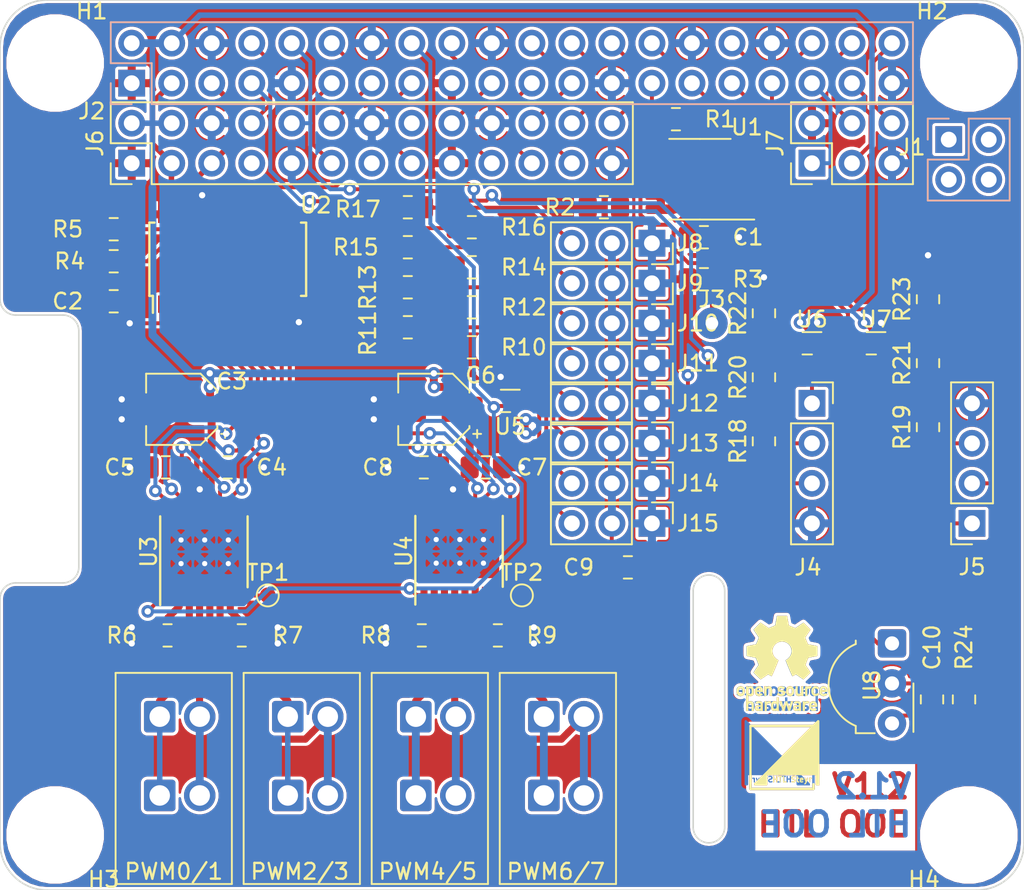
<source format=kicad_pcb>
(kicad_pcb (version 20171130) (host pcbnew "(5.1.6)-1")
  (title_block (title "Smart Car") (date 2020-02-25) (rev 1.2) (company "HTL Steyr") (comment 1 "HTL OOE"))
  (layers (0 F.Cu signal) (31 B.Cu signal) (35 F.Paste user hide) (37 F.SilkS user hide) (38 B.Mask user hide) (39 F.Mask user hide) (44 Edge.Cuts user hide))
  (net 0 "")
  (net 1 +3V3)
  (net 2 GND)
  (net 3 /ID_SC_EEPROM)
  (net 4 /ID_SD_EEPROM)
  (net 5 +5V)
  (net 6 "Net-(J3-Pad1)")
  (net 7 /SCL1)
  (net 8 /SDA1)
  (net 9 "Net-(R6-Pad1)")
  (net 10 "Net-(R7-Pad1)")
  (net 11 "Net-(R8-Pad1)")
  (net 12 "Net-(R9-Pad1)")
  (net 13 "Net-(U2-Pad13)")
  (net 14 "Net-(U2-Pad12)")
  (net 15 "Net-(U2-Pad11)")
  (net 16 "Net-(U2-Pad10)")
  (net 17 "Net-(U2-Pad9)")
  (net 18 "Net-(U2-Pad8)")
  (net 19 "Net-(U2-Pad7)")
  (net 20 "Net-(U2-Pad6)")
  (net 21 "Net-(C5-Pad1)")
  (net 22 "Net-(C8-Pad1)")
  (net 23 "Net-(PWM0/1-Pad2)")
  (net 24 "Net-(PWM0/1-Pad1)")
  (net 25 "Net-(PWM2/3-Pad2)")
  (net 26 "Net-(PWM2/3-Pad1)")
  (net 27 "Net-(PWM4/5-Pad2)")
  (net 28 "Net-(PWM4/5-Pad1)")
  (net 29 "Net-(PWM6/7-Pad2)")
  (net 30 "Net-(PWM6/7-Pad1)")
  (net 31 "Net-(J8-Pad3)")
  (net 32 "Net-(J9-Pad3)")
  (net 33 "Net-(J10-Pad3)")
  (net 34 "Net-(J11-Pad3)")
  (net 35 "Net-(J12-Pad3)")
  (net 36 "Net-(J13-Pad3)")
  (net 37 "Net-(J14-Pad3)")
  (net 38 "Net-(J15-Pad3)")
  (net 39 "Net-(R10-Pad2)")
  (net 40 "Net-(R11-Pad2)")
  (net 41 "Net-(R12-Pad2)")
  (net 42 "Net-(R13-Pad2)")
  (net 43 "Net-(R14-Pad2)")
  (net 44 "Net-(R15-Pad2)")
  (net 45 "Net-(R16-Pad2)")
  (net 46 "Net-(R17-Pad2)")
  (net 47 /GPIO26)
  (net 48 /GPIO13)
  (net 49 /GPIO24)
  (net 50 /GPIO27)
  (net 51 /GPIO17)
  (net 52 /GPIO04)
  (net 53 /GPIO22)
  (net 54 /GPIO16)
  (net 55 /GPIO12)
  (net 56 /GPIO06)
  (net 57 /GPIO05)
  (net 58 "Net-(J4-Pad3)")
  (net 59 "Net-(J4-Pad1)")
  (net 60 "Net-(J5-Pad3)")
  (net 61 "Net-(J5-Pad1)")
  (net 62 "Net-(R20-Pad2)")
  (net 63 "Net-(R21-Pad2)")
  (net 64 "Net-(C9-Pad1)")
  (net 65 /GPIO21)
  (net 66 /GPIO20)
  (net 67 /GPIO19)
  (net 68 /GPIO10)
  (net 69 /GPIO23)
  (net 70 /GPIO18)
  (net 71 /GPIO15)
  (net 72 /GPIO14)
  (net 73 "Net-(C10-Pad2)")
  (net 74 /GPIO07)
  (net 75 /GPIO08)
  (net 76 /GPIO11)
  (net 77 /GPIO25)
  (net 78 /GPIO09)
  (net 79 "Net-(TP1-Pad1)")
  (net 80 "Net-(TP2-Pad1)")
  (net 81 "Net-(J1-Pad4)")
  (net 82 "Net-(J1-Pad3)")
  (net 83 "Net-(J1-Pad2)")
  (net 84 "Net-(J1-Pad1)")
  (net 85 "Net-(J6-Pad16)")
  (net 86 "Net-(J6-Pad13)")
  (net 87 "Net-(J6-Pad7)")
  (module Package_SO_:HTSSOP-16-1EP_4.4x5mm_P0.65mm_EP3.4x5mm_Mask2.46x2.31mm_ThermalVias (layer F.Cu) (at 130.048 85.598 90)
    (fp_text reference U4 (at 0 -3.55 90) (layer F.SilkS))
    (fp_text value DRV8848)
    (pad 17 thru_hole circle (at 0.75 1.5 90) (size 0.75 0.75) (drill 0.33) (layers *.Cu) (net 2 GND))
    (pad 17 thru_hole circle (at -0.75 1.5 90) (size 0.75 0.75) (drill 0.33) (layers *.Cu) (net 2 GND))
    (pad 17 thru_hole circle (at 0.75 0 90) (size 0.75 0.75) (drill 0.33) (layers *.Cu) (net 2 GND))
    (pad 17 thru_hole circle (at -0.75 0 90) (size 0.75 0.75) (drill 0.33) (layers *.Cu) (net 2 GND))
    (pad 17 thru_hole circle (at 0.75 -1.5 90) (size 0.75 0.75) (drill 0.33) (layers *.Cu) (net 2 GND))
    (pad 17 thru_hole circle (at -0.75 -1.5 90) (size 0.75 0.75) (drill 0.33) (layers *.Cu) (net 2 GND))
    (pad 17 smd rect (at 0 0 90) (size 3.4 5) (layers F.Cu) (net 2 GND))
    (pad 16 smd rect (at 2.775 -2.275 90) (size 1.05 0.45) (layers F.Cu F.Paste F.Mask) (net 16 "Net-(U2-Pad10)"))
    (pad 15 smd rect (at 2.775 -1.625 90) (size 1.05 0.45) (layers F.Cu F.Paste F.Mask) (net 15 "Net-(U2-Pad11)"))
    (pad 14 smd rect (at 2.775 -0.975 90) (size 1.05 0.45) (layers F.Cu F.Paste F.Mask) (net 22 "Net-(C8-Pad1)"))
    (pad 13 smd rect (at 2.775 -0.325 90) (size 1.05 0.45) (layers F.Cu F.Paste F.Mask) (net 2 GND))
    (pad 12 smd rect (at 2.775 0.325 90) (size 1.05 0.45) (layers F.Cu F.Paste F.Mask) (net 5 +5V))
    (pad 11 smd rect (at 2.775 0.975 90) (size 1.05 0.45) (layers F.Cu F.Paste F.Mask) (net 22 "Net-(C8-Pad1)"))
    (pad 10 smd rect (at 2.775 1.625 90) (size 1.05 0.45) (layers F.Cu F.Paste F.Mask) (net 13 "Net-(U2-Pad13)"))
    (pad 9 smd rect (at 2.775 2.275 90) (size 1.05 0.45) (layers F.Cu F.Paste F.Mask) (net 14 "Net-(U2-Pad12)"))
    (pad 8 smd rect (at -2.775 2.275 90) (size 1.05 0.45) (layers F.Cu F.Paste F.Mask) (net 80 "Net-(TP2-Pad1)"))
    (pad 7 smd rect (at -2.775 1.625 90) (size 1.05 0.45) (layers F.Cu F.Paste F.Mask) (net 30 "Net-(PWM6/7-Pad1)"))
    (pad 6 smd rect (at -2.775 0.975 90) (size 1.05 0.45) (layers F.Cu F.Paste F.Mask) (net 12 "Net-(R9-Pad1)"))
    (pad 5 smd rect (at -2.775 0.325 90) (size 1.05 0.45) (layers F.Cu F.Paste F.Mask) (net 29 "Net-(PWM6/7-Pad2)"))
    (pad 4 smd rect (at -2.775 -0.325 90) (size 1.05 0.45) (layers F.Cu F.Paste F.Mask) (net 27 "Net-(PWM4/5-Pad2)"))
    (pad 3 smd rect (at -2.775 -0.975 90) (size 1.05 0.45) (layers F.Cu F.Paste F.Mask) (net 11 "Net-(R8-Pad1)"))
    (pad 2 smd rect (at -2.775 -1.625 90) (size 1.05 0.45) (layers F.Cu F.Paste F.Mask) (net 28 "Net-(PWM4/5-Pad1)"))
    (pad 1 smd rect (at -2.775 -2.275 90) (size 1.05 0.45) (layers F.Cu F.Paste F.Mask) (net 69 /GPIO23))
  )
  (module Package_SO_:HTSSOP-16-1EP_4.4x5mm_P0.65mm_EP3.4x5mm_Mask2.46x2.31mm_ThermalVias (layer F.Cu) (at 113.8525 85.625 90)
    (fp_text reference U3 (at 0 -3.55 90) (layer F.SilkS))
    (fp_text value DRV8848)
    (pad 17 thru_hole circle (at 0.75 1.5 90) (size 0.75 0.75) (drill 0.33) (layers *.Cu) (net 2 GND))
    (pad 17 thru_hole circle (at -0.75 1.5 90) (size 0.75 0.75) (drill 0.33) (layers *.Cu) (net 2 GND))
    (pad 17 thru_hole circle (at 0.75 0 90) (size 0.75 0.75) (drill 0.33) (layers *.Cu) (net 2 GND))
    (pad 17 thru_hole circle (at -0.75 0 90) (size 0.75 0.75) (drill 0.33) (layers *.Cu) (net 2 GND))
    (pad 17 thru_hole circle (at 0.75 -1.5 90) (size 0.75 0.75) (drill 0.33) (layers *.Cu) (net 2 GND))
    (pad 17 thru_hole circle (at -0.75 -1.5 90) (size 0.75 0.75) (drill 0.33) (layers *.Cu) (net 2 GND))
    (pad 17 smd rect (at 0 0 90) (size 3.4 5) (layers F.Cu) (net 2 GND))
    (pad 16 smd rect (at 2.775 -2.275 90) (size 1.05 0.45) (layers F.Cu F.Paste F.Mask) (net 20 "Net-(U2-Pad6)"))
    (pad 15 smd rect (at 2.775 -1.625 90) (size 1.05 0.45) (layers F.Cu F.Paste F.Mask) (net 19 "Net-(U2-Pad7)"))
    (pad 14 smd rect (at 2.775 -0.975 90) (size 1.05 0.45) (layers F.Cu F.Paste F.Mask) (net 21 "Net-(C5-Pad1)"))
    (pad 13 smd rect (at 2.775 -0.325 90) (size 1.05 0.45) (layers F.Cu F.Paste F.Mask) (net 2 GND))
    (pad 12 smd rect (at 2.775 0.325 90) (size 1.05 0.45) (layers F.Cu F.Paste F.Mask) (net 5 +5V))
    (pad 11 smd rect (at 2.775 0.975 90) (size 1.05 0.45) (layers F.Cu F.Paste F.Mask) (net 21 "Net-(C5-Pad1)"))
    (pad 10 smd rect (at 2.775 1.625 90) (size 1.05 0.45) (layers F.Cu F.Paste F.Mask) (net 17 "Net-(U2-Pad9)"))
    (pad 9 smd rect (at 2.775 2.275 90) (size 1.05 0.45) (layers F.Cu F.Paste F.Mask) (net 18 "Net-(U2-Pad8)"))
    (pad 8 smd rect (at -2.775 2.275 90) (size 1.05 0.45) (layers F.Cu F.Paste F.Mask) (net 79 "Net-(TP1-Pad1)"))
    (pad 7 smd rect (at -2.775 1.625 90) (size 1.05 0.45) (layers F.Cu F.Paste F.Mask) (net 26 "Net-(PWM2/3-Pad1)"))
    (pad 6 smd rect (at -2.775 0.975 90) (size 1.05 0.45) (layers F.Cu F.Paste F.Mask) (net 10 "Net-(R7-Pad1)"))
    (pad 5 smd rect (at -2.775 0.325 90) (size 1.05 0.45) (layers F.Cu F.Paste F.Mask) (net 25 "Net-(PWM2/3-Pad2)"))
    (pad 4 smd rect (at -2.775 -0.325 90) (size 1.05 0.45) (layers F.Cu F.Paste F.Mask) (net 23 "Net-(PWM0/1-Pad2)"))
    (pad 3 smd rect (at -2.775 -0.975 90) (size 1.05 0.45) (layers F.Cu F.Paste F.Mask) (net 9 "Net-(R6-Pad1)"))
    (pad 2 smd rect (at -2.775 -1.625 90) (size 1.05 0.45) (layers F.Cu F.Paste F.Mask) (net 24 "Net-(PWM0/1-Pad1)"))
    (pad 1 smd rect (at -2.775 -2.275 90) (size 1.05 0.45) (layers F.Cu F.Paste F.Mask) (net 69 /GPIO23))
  )
  (module TestPoint:TestPoint_Pad_D1.0mm (layer F.Cu) (at 133.985 88.392)
    (fp_text reference TP2 (at 0 -1.448) (layer F.SilkS))
    (fp_text value TestPoint_Probe)
    (pad 1 smd circle (at 0 0) (size 1 1) (layers F.Cu F.Mask) (net 80 "Net-(TP2-Pad1)"))
  )
  (module TestPoint:TestPoint_Pad_D1.0mm (layer F.Cu) (at 117.856 88.392)
    (fp_text reference TP1 (at 0 -1.448) (layer F.SilkS))
    (fp_text value TestPoint_Probe)
    (pad 1 smd circle (at 0 0) (size 1 1) (layers F.Cu F.Mask) (net 79 "Net-(TP1-Pad1)"))
  )
  (module Connector_Wire:SolderWirePad_1x01_Drill0.8mm (layer F.Cu) (at 146.05 71.12 180)
    (fp_text reference J3 (at 0 1.524) (layer F.SilkS))
    (fp_text value Conn_01x01)
    (pad 1 thru_hole circle (at 0 0 180) (size 1.99898 1.99898) (drill 0.8001) (layers *.Cu *.Mask) (net 6 "Net-(J3-Pad1)"))
  )
  (module Connector_PinHeader_2.54mm:PinHeader_2x13_P2.54mm_Vertical (layer F.Cu) (at 109.22 60.96 90)
    (fp_text reference J6 (at 1.27 -2.33 90) (layer F.SilkS))
    (fp_text value Conn_02x13_Odd_Even)
    (pad 26 thru_hole oval (at 2.54 30.48 90) (size 1.7 1.7) (drill 1) (layers *.Cu *.Mask) (net 74 /GPIO07))
    (pad 25 thru_hole oval (at 0 30.48 90) (size 1.7 1.7) (drill 1) (layers *.Cu *.Mask) (net 2 GND))
    (pad 24 thru_hole oval (at 2.54 27.94 90) (size 1.7 1.7) (drill 1) (layers *.Cu *.Mask) (net 75 /GPIO08))
    (pad 23 thru_hole oval (at 0 27.94 90) (size 1.7 1.7) (drill 1) (layers *.Cu *.Mask) (net 76 /GPIO11))
    (pad 22 thru_hole oval (at 2.54 25.4 90) (size 1.7 1.7) (drill 1) (layers *.Cu *.Mask) (net 77 /GPIO25))
    (pad 21 thru_hole oval (at 0 25.4 90) (size 1.7 1.7) (drill 1) (layers *.Cu *.Mask) (net 78 /GPIO09))
    (pad 20 thru_hole oval (at 2.54 22.86 90) (size 1.7 1.7) (drill 1) (layers *.Cu *.Mask) (net 2 GND))
    (pad 19 thru_hole oval (at 0 22.86 90) (size 1.7 1.7) (drill 1) (layers *.Cu *.Mask) (net 68 /GPIO10))
    (pad 18 thru_hole oval (at 2.54 20.32 90) (size 1.7 1.7) (drill 1) (layers *.Cu *.Mask) (net 49 /GPIO24))
    (pad 17 thru_hole oval (at 0 20.32 90) (size 1.7 1.7) (drill 1) (layers *.Cu *.Mask) (net 1 +3V3))
    (pad 16 thru_hole oval (at 2.54 17.78 90) (size 1.7 1.7) (drill 1) (layers *.Cu *.Mask) (net 85 "Net-(J6-Pad16)"))
    (pad 15 thru_hole oval (at 0 17.78 90) (size 1.7 1.7) (drill 1) (layers *.Cu *.Mask) (net 53 /GPIO22))
    (pad 14 thru_hole oval (at 2.54 15.24 90) (size 1.7 1.7) (drill 1) (layers *.Cu *.Mask) (net 2 GND))
    (pad 13 thru_hole oval (at 0 15.24 90) (size 1.7 1.7) (drill 1) (layers *.Cu *.Mask) (net 86 "Net-(J6-Pad13)"))
    (pad 12 thru_hole oval (at 2.54 12.7 90) (size 1.7 1.7) (drill 1) (layers *.Cu *.Mask) (net 70 /GPIO18))
    (pad 11 thru_hole oval (at 0 12.7 90) (size 1.7 1.7) (drill 1) (layers *.Cu *.Mask) (net 51 /GPIO17))
    (pad 10 thru_hole oval (at 2.54 10.16 90) (size 1.7 1.7) (drill 1) (layers *.Cu *.Mask) (net 71 /GPIO15))
    (pad 9 thru_hole oval (at 0 10.16 90) (size 1.7 1.7) (drill 1) (layers *.Cu *.Mask) (net 2 GND))
    (pad 8 thru_hole oval (at 2.54 7.62 90) (size 1.7 1.7) (drill 1) (layers *.Cu *.Mask) (net 72 /GPIO14))
    (pad 7 thru_hole oval (at 0 7.62 90) (size 1.7 1.7) (drill 1) (layers *.Cu *.Mask) (net 87 "Net-(J6-Pad7)"))
    (pad 6 thru_hole oval (at 2.54 5.08 90) (size 1.7 1.7) (drill 1) (layers *.Cu *.Mask) (net 2 GND))
    (pad 5 thru_hole oval (at 0 5.08 90) (size 1.7 1.7) (drill 1) (layers *.Cu *.Mask) (net 7 /SCL1))
    (pad 4 thru_hole oval (at 2.54 2.54 90) (size 1.7 1.7) (drill 1) (layers *.Cu *.Mask) (net 5 +5V))
    (pad 3 thru_hole oval (at 0 2.54 90) (size 1.7 1.7) (drill 1) (layers *.Cu *.Mask) (net 8 /SDA1))
    (pad 2 thru_hole oval (at 2.54 0 90) (size 1.7 1.7) (drill 1) (layers *.Cu *.Mask) (net 5 +5V))
    (pad 1 thru_hole rect (at 0 0 90) (size 1.7 1.7) (drill 1) (layers *.Cu *.Mask) (net 1 +3V3))
  )
  (module Connector_PinSocket_2.54mm:PinSocket_2x20_P2.54mm_Vertical (layer B.Cu) (at 109.22 55.88 270)
    (fp_text reference J2 (at 1.778 2.54 180) (layer F.SilkS))
    (fp_text value PI40HAT)
    (pad 40 thru_hole oval (at -2.54 -48.26 270) (size 1.7 1.7) (drill 1) (layers *.Cu *.Mask) (net 65 /GPIO21))
    (pad 39 thru_hole oval (at 0 -48.26 270) (size 1.7 1.7) (drill 1) (layers *.Cu *.Mask) (net 2 GND))
    (pad 38 thru_hole oval (at -2.54 -45.72 270) (size 1.7 1.7) (drill 1) (layers *.Cu *.Mask) (net 66 /GPIO20))
    (pad 37 thru_hole oval (at 0 -45.72 270) (size 1.7 1.7) (drill 1) (layers *.Cu *.Mask) (net 47 /GPIO26))
    (pad 36 thru_hole oval (at -2.54 -43.18 270) (size 1.7 1.7) (drill 1) (layers *.Cu *.Mask) (net 54 /GPIO16))
    (pad 35 thru_hole oval (at 0 -43.18 270) (size 1.7 1.7) (drill 1) (layers *.Cu *.Mask) (net 67 /GPIO19))
    (pad 34 thru_hole oval (at -2.54 -40.64 270) (size 1.7 1.7) (drill 1) (layers *.Cu *.Mask) (net 2 GND))
    (pad 33 thru_hole oval (at 0 -40.64 270) (size 1.7 1.7) (drill 1) (layers *.Cu *.Mask) (net 48 /GPIO13))
    (pad 32 thru_hole oval (at -2.54 -38.1 270) (size 1.7 1.7) (drill 1) (layers *.Cu *.Mask) (net 55 /GPIO12))
    (pad 31 thru_hole oval (at 0 -38.1 270) (size 1.7 1.7) (drill 1) (layers *.Cu *.Mask) (net 56 /GPIO06))
    (pad 30 thru_hole oval (at -2.54 -35.56 270) (size 1.7 1.7) (drill 1) (layers *.Cu *.Mask) (net 2 GND))
    (pad 29 thru_hole oval (at 0 -35.56 270) (size 1.7 1.7) (drill 1) (layers *.Cu *.Mask) (net 57 /GPIO05))
    (pad 28 thru_hole oval (at -2.54 -33.02 270) (size 1.7 1.7) (drill 1) (layers *.Cu *.Mask) (net 3 /ID_SC_EEPROM))
    (pad 27 thru_hole oval (at 0 -33.02 270) (size 1.7 1.7) (drill 1) (layers *.Cu *.Mask) (net 4 /ID_SD_EEPROM))
    (pad 26 thru_hole oval (at -2.54 -30.48 270) (size 1.7 1.7) (drill 1) (layers *.Cu *.Mask) (net 74 /GPIO07))
    (pad 25 thru_hole oval (at 0 -30.48 270) (size 1.7 1.7) (drill 1) (layers *.Cu *.Mask) (net 2 GND))
    (pad 24 thru_hole oval (at -2.54 -27.94 270) (size 1.7 1.7) (drill 1) (layers *.Cu *.Mask) (net 75 /GPIO08))
    (pad 23 thru_hole oval (at 0 -27.94 270) (size 1.7 1.7) (drill 1) (layers *.Cu *.Mask) (net 76 /GPIO11))
    (pad 22 thru_hole oval (at -2.54 -25.4 270) (size 1.7 1.7) (drill 1) (layers *.Cu *.Mask) (net 77 /GPIO25))
    (pad 21 thru_hole oval (at 0 -25.4 270) (size 1.7 1.7) (drill 1) (layers *.Cu *.Mask) (net 78 /GPIO09))
    (pad 20 thru_hole oval (at -2.54 -22.86 270) (size 1.7 1.7) (drill 1) (layers *.Cu *.Mask) (net 2 GND))
    (pad 19 thru_hole oval (at 0 -22.86 270) (size 1.7 1.7) (drill 1) (layers *.Cu *.Mask) (net 68 /GPIO10))
    (pad 18 thru_hole oval (at -2.54 -20.32 270) (size 1.7 1.7) (drill 1) (layers *.Cu *.Mask) (net 49 /GPIO24))
    (pad 17 thru_hole oval (at 0 -20.32 270) (size 1.7 1.7) (drill 1) (layers *.Cu *.Mask) (net 1 +3V3))
    (pad 16 thru_hole oval (at -2.54 -17.78 270) (size 1.7 1.7) (drill 1) (layers *.Cu *.Mask) (net 69 /GPIO23))
    (pad 15 thru_hole oval (at 0 -17.78 270) (size 1.7 1.7) (drill 1) (layers *.Cu *.Mask) (net 53 /GPIO22))
    (pad 14 thru_hole oval (at -2.54 -15.24 270) (size 1.7 1.7) (drill 1) (layers *.Cu *.Mask) (net 2 GND))
    (pad 13 thru_hole oval (at 0 -15.24 270) (size 1.7 1.7) (drill 1) (layers *.Cu *.Mask) (net 50 /GPIO27))
    (pad 12 thru_hole oval (at -2.54 -12.7 270) (size 1.7 1.7) (drill 1) (layers *.Cu *.Mask) (net 70 /GPIO18))
    (pad 11 thru_hole oval (at 0 -12.7 270) (size 1.7 1.7) (drill 1) (layers *.Cu *.Mask) (net 51 /GPIO17))
    (pad 10 thru_hole oval (at -2.54 -10.16 270) (size 1.7 1.7) (drill 1) (layers *.Cu *.Mask) (net 71 /GPIO15))
    (pad 9 thru_hole oval (at 0 -10.16 270) (size 1.7 1.7) (drill 1) (layers *.Cu *.Mask) (net 2 GND))
    (pad 8 thru_hole oval (at -2.54 -7.62 270) (size 1.7 1.7) (drill 1) (layers *.Cu *.Mask) (net 72 /GPIO14))
    (pad 7 thru_hole oval (at 0 -7.62 270) (size 1.7 1.7) (drill 1) (layers *.Cu *.Mask) (net 52 /GPIO04))
    (pad 6 thru_hole oval (at -2.54 -5.08 270) (size 1.7 1.7) (drill 1) (layers *.Cu *.Mask) (net 2 GND))
    (pad 5 thru_hole oval (at 0 -5.08 270) (size 1.7 1.7) (drill 1) (layers *.Cu *.Mask) (net 7 /SCL1))
    (pad 4 thru_hole oval (at -2.54 -2.54 270) (size 1.7 1.7) (drill 1) (layers *.Cu *.Mask) (net 5 +5V))
    (pad 3 thru_hole oval (at 0 -2.54 270) (size 1.7 1.7) (drill 1) (layers *.Cu *.Mask) (net 8 /SDA1))
    (pad 2 thru_hole oval (at -2.54 0 270) (size 1.7 1.7) (drill 1) (layers *.Cu *.Mask) (net 5 +5V))
    (pad 1 thru_hole rect (at 0 0 270) (size 1.7 1.7) (drill 1) (layers *.Cu *.Mask) (net 1 +3V3))
  )
  (module Connector_PinHeader_2.54mm:PinHeader_2x03_P2.54mm_Vertical (layer F.Cu) (at 152.4 60.96 90)
    (fp_text reference J7 (at 1.27 -2.33 90) (layer F.SilkS))
    (fp_text value Conn_02x03_Odd_Even)
    (pad 6 thru_hole oval (at 2.54 5.08 90) (size 1.7 1.7) (drill 1) (layers *.Cu *.Mask) (net 65 /GPIO21))
    (pad 5 thru_hole oval (at 0 5.08 90) (size 1.7 1.7) (drill 1) (layers *.Cu *.Mask) (net 2 GND))
    (pad 4 thru_hole oval (at 2.54 2.54 90) (size 1.7 1.7) (drill 1) (layers *.Cu *.Mask) (net 66 /GPIO20))
    (pad 3 thru_hole oval (at 0 2.54 90) (size 1.7 1.7) (drill 1) (layers *.Cu *.Mask) (net 47 /GPIO26))
    (pad 2 thru_hole oval (at 2.54 0 90) (size 1.7 1.7) (drill 1) (layers *.Cu *.Mask) (net 1 +3V3))
    (pad 1 thru_hole rect (at 0 0 90) (size 1.7 1.7) (drill 1) (layers *.Cu *.Mask) (net 67 /GPIO19))
  )
  (module OptoDevice:Vishay_MOLD-3Pin (layer F.Cu) (at 157.48 91.44 270)
    (fp_text reference U8 (at 2.667 1.27 270) (layer F.SilkS))
    (fp_text value TSOP43xx)
    (pad 3 thru_hole circle (at 5.08 0 270) (size 1.8 1.8) (drill 0.9) (layers *.Cu *.Mask) (net 73 "Net-(C10-Pad2)"))
    (pad 2 thru_hole circle (at 2.54 0 270) (size 1.8 1.8) (drill 0.9) (layers *.Cu *.Mask) (net 2 GND))
    (pad 1 thru_hole roundrect (at 0 0 270) (size 1.8 1.8) (drill 0.9) (layers *.Cu *.Mask) (roundrect_rratio 0.138) (net 71 /GPIO15))
  )
  (module Resistor_SMD:R_0805_2012Metric_Pad1.15x1.40mm_HandSolder (layer F.Cu) (at 162.052 94.996 270)
    (fp_text reference R24 (at -3.302 0 90) (layer F.SilkS))
    (fp_text value 100)
    (pad 2 smd roundrect (at 1.025 0 270) (size 1.15 1.4) (layers F.Cu F.Paste F.Mask) (roundrect_rratio 0.217391) (net 73 "Net-(C10-Pad2)"))
    (pad 1 smd roundrect (at -1.025 0 270) (size 1.15 1.4) (layers F.Cu F.Paste F.Mask) (roundrect_rratio 0.217391) (net 1 +3V3))
  )
  (module Symbol_:HTL-Steyr-Logo_4x4mm_SilkScreen (layer F.Cu) (at 150.495 98.679)
    (fp_text reference Logo4 hide)
    (fp_text value " " hide)
    (fp_text user "HTL Steyr" (at 0.635 1.397) (layer F.SilkS) (effects (font (size 0.35 0.35) (thickness 0.075))))
  )
  (module Capacitor_SMD:C_0805_2012Metric_Pad1.15x1.40mm_HandSolder (layer F.Cu) (at 160.02 94.996 270)
    (fp_text reference C10 (at -3.302 0 90) (layer F.SilkS))
    (fp_text value 100nF)
    (pad 2 smd roundrect (at 1.025 0 270) (size 1.15 1.4) (layers F.Cu F.Paste F.Mask) (roundrect_rratio 0.217391) (net 73 "Net-(C10-Pad2)"))
    (pad 1 smd roundrect (at -1.025 0 270) (size 1.15 1.4) (layers F.Cu F.Paste F.Mask) (roundrect_rratio 0.217391) (net 2 GND))
  )
  (module Symbol_:HTL-Steyr-Logo_4x4mm_Copper (layer F.Cu) (at 150.495 98.679)
    (fp_text reference Logo3 hide)
    (fp_text value " " hide)
    (fp_line (start 2 2) (end 2 1.7) (layer F.Cu) (width 0.15))
    (fp_line (start -2 2) (end 2 2) (layer F.Cu) (width 0.15))
    (fp_line (start -2 -2) (end -2 2) (layer F.Cu) (width 0.15))
    (fp_line (start 2 -2) (end -2 -2) (layer F.Cu) (width 0.15))
    (fp_poly (pts (xy 2.3 -2.3) (xy 2.3 1.7) (xy -1 1.7) (xy 2.22 1.7) (xy 2.22 1.05) (xy -1 1.05) (xy -1 1.7) (xy -1.7 1.7)) (layer F.Cu) (width 0.15))
    (fp_text user "HTL Steyr" (at 0.635 1.397) (layer F.Cu) (effects (font (size 0.35 0.35) (thickness 0.075))))
  )
  (module Symbol_:HTL-Steyr-Logo_4x4mm_Copper (layer B.Cu) (at 150.495 98.679 180)
    (fp_text reference Logo1 hide)
    (fp_text value " " hide)
    (fp_line (start 2 -2) (end 2 -1.7) (layer B.Cu) (width 0.15))
    (fp_line (start -2 -2) (end 2 -2) (layer B.Cu) (width 0.15))
    (fp_line (start -2 2) (end -2 -2) (layer B.Cu) (width 0.15))
    (fp_line (start 2 2) (end -2 2) (layer B.Cu) (width 0.15))
    (fp_poly (pts (xy 2.3 2.3) (xy 2.3 -1.7) (xy -1 -1.7) (xy 2.22 -1.7) (xy 2.22 -1.05) (xy -1 -1.05) (xy -1 -1.7) (xy -1.7 -1.7)) (layer B.Cu) (width 0.15))
    (fp_text user "HTL Steyr" (at 0.635 -1.397) (layer B.Cu) (effects (font (size 0.35 0.35) (thickness 0.075)) (justify mirror)))
  )
  (module Symbol:OSHW-Logo_5.7x6mm_SilkScreen (layer F.Cu) (at 150.495 92.71)
    (fp_text reference Logo7 hide)
    (fp_text value " " hide)
  )
  (module Symbol:OSHW-Logo_5.7x6mm_Copper (layer B.Cu) (at 150.495 92.71 180)
    (fp_text reference Logo6 hide)
    (fp_text value " " hide)
    (fp_poly (pts (xy 0.376964 2.709982) (xy 0.433812 2.40843) (xy 0.853338 2.235488) (xy 1.104984 2.406605) (xy 1.175458 2.45425) (xy 1.239163 2.49679) (xy 1.293126 2.532285) (xy 1.334373 2.55879) (xy 1.359934 2.574364) (xy 1.366895 2.577722) (xy 1.379435 2.569086) (xy 1.406231 2.545208) (xy 1.44428 2.509141) (xy 1.490579 2.463933) (xy 1.542123 2.412636) (xy 1.595909 2.358299) (xy 1.648935 2.303972) (xy 1.698195 2.252705) (xy 1.740687 2.207549) (xy 1.773407 2.171554) (xy 1.793351 2.14777) (xy 1.798119 2.13981) (xy 1.791257 2.125135) (xy 1.77202 2.092986) (xy 1.74243 2.046508) (xy 1.70451 1.988844) (xy 1.660282 1.92314) (xy 1.634654 1.885664) (xy 1.587941 1.817232) (xy 1.546432 1.75548) (xy 1.51214 1.703481) (xy 1.48708 1.664308) (xy 1.473264 1.641035) (xy 1.471188 1.636145) (xy 1.475895 1.622245) (xy 1.488723 1.58985) (xy 1.507738 1.543515) (xy 1.531003 1.487794) (xy 1.556584 1.427242) (xy 1.582545 1.366414) (xy 1.60695 1.309864) (xy 1.627863 1.262148) (xy 1.643349 1.227819) (xy 1.651472 1.211432) (xy 1.651952 1.210788) (xy 1.664707 1.207659) (xy 1.698677 1.200679) (xy 1.75034 1.190533) (xy 1.816176 1.177908) (xy 1.892664 1.163491) (xy 1.93729 1.155177) (xy 2.019021 1.139616) (xy 2.092843 1.124808) (xy 2.155021 1.111564) (xy 2.201822 1.100695) (xy 2.229509 1.093011) (xy 2.235074 1.090573) (xy 2.240526 1.07407) (xy 2.244924 1.0368) (xy 2.248272 0.98312) (xy 2.250574 0.917388) (xy 2.251832 0.843963) (xy 2.252048 0.767204) (xy 2.251227 0.691468) (xy 2.249371 0.621114) (xy 2.246482 0.5605) (xy 2.242565 0.513984) (xy 2.237622 0.485925) (xy 2.234657 0.480084) (xy 2.216934 0.473083) (xy 2.179381 0.463073) (xy 2.126964 0.451231) (xy 2.064652 0.438733) (xy 2.0429 0.43469) (xy 1.938024 0.41548) (xy 1.85518 0.400009) (xy 1.79163 0.387663) (xy 1.744637 0.377827) (xy 1.711463 0.369886) (xy 1.689371 0.363224) (xy 1.675624 0.357227) (xy 1.667484 0.351281) (xy 1.666345 0.350106) (xy 1.654977 0.331174) (xy 1.637635 0.294331) (xy 1.61605 0.244087) (xy 1.591954 0.184954) (xy 1.567079 0.121444) (xy 1.543157 0.058068) (xy 1.521919 -0.000662) (xy 1.505097 -0.050235) (xy 1.494422 -0.086139) (xy 1.491627 -0.103862) (xy 1.49186 -0.104483) (xy 1.501331 -0.11897) (xy 1.522818 -0.150844) (xy 1.554063 -0.196789) (xy 1.592807 -0.253485) (xy 1.636793 -0.317617) (xy 1.649319 -0.335842) (xy 1.693984 -0.401914) (xy 1.733288 -0.4622) (xy 1.765088 -0.513235) (xy 1.787245 -0.55156) (xy 1.797617 -0.573711) (xy 1.798119 -0.576432) (xy 1.789405 -0.590736) (xy 1.765325 -0.619072) (xy 1.728976 -0.658396) (xy 1.683453 -0.705661) (xy 1.631852 -0.757823) (xy 1.577267 -0.811835) (xy 1.522794 -0.864653) (xy 1.471529 -0.913231) (xy 1.426567 -0.954523) (xy 1.391004 -0.985485) (xy 1.367935 -1.00307) (xy 1.361554 -1.005941) (xy 1.346699 -0.999178) (xy 1.316286 -0.980939) (xy 1.275268 -0.954297) (xy 1.243709 -0.932852) (xy 1.186525 -0.893503) (xy 1.118806 -0.847171) (xy 1.05088 -0.800913) (xy 1.014361 -0.776155) (xy 0.890752 -0.692547) (xy 0.786991 -0.74865) (xy 0.73972 -0.773228) (xy 0.699523 -0.792331) (xy 0.672326 -0.803227) (xy 0.665402 -0.804743) (xy 0.657077 -0.793549) (xy 0.640654 -0.761917) (xy 0.617357 -0.712765) (xy 0.588414 -0.64901) (xy 0.55505 -0.573571) (xy 0.518491 -0.489364) (xy 0.479964 -0.399308) (xy 0.440694 -0.306321) (xy 0.401908 -0.21332) (xy 0.36483 -0.123223) (xy 0.330689 -0.038948) (xy 0.300708 0.036587) (xy 0.276116 0.100466) (xy 0.258136 0.149769) (xy 0.247997 0.181579) (xy 0.246366 0.192504) (xy 0.259291 0.206439) (xy 0.287589 0.22906) (xy 0.325346 0.255667) (xy 0.328515 0.257772) (xy 0.4261 0.335886) (xy 0.504786 0.427018) (xy 0.563891 0.528255) (xy 0.602732 0.636682) (xy 0.620628 0.749386) (xy 0.616897 0.863452) (xy 0.590857 0.975966) (xy 0.541825 1.084015) (xy 0.5274 1.107655) (xy 0.452369 1.203113) (xy 0.36373 1.279768) (xy 0.264549 1.33722) (xy 0.157895 1.375071) (xy 0.046836 1.392922) (xy -0.065561 1.390375) (xy -0.176227 1.36703) (xy -0.282094 1.32249) (xy -0.380095 1.256355) (xy -0.41041 1.229513) (xy -0.487562 1.145488) (xy -0.543782 1.057034) (xy -0.582347 0.957885) (xy -0.603826 0.859697) (xy -0.609128 0.749303) (xy -0.591448 0.63836) (xy -0.552581 0.530619) (xy -0.494323 0.429831) (xy -0.418469 0.339744) (xy -0.326817 0.264108) (xy -0.314772 0.256136) (xy -0.276611 0.230026) (xy -0.247601 0.207405) (xy -0.233732 0.192961) (xy -0.233531 0.192504) (xy -0.236508 0.176879) (xy -0.248311 0.141418) (xy -0.267714 0.089038) (xy -0.293488 0.022655) (xy -0.324409 -0.054814) (xy -0.359249 -0.14045) (xy -0.396783 -0.231337) (xy -0.435783 -0.324559) (xy -0.475023 -0.417197) (xy -0.513276 -0.506335) (xy -0.549317 -0.589055) (xy -0.581917 -0.662441) (xy -0.609852 -0.723575) (xy -0.631895 -0.769541) (xy -0.646818 -0.797421) (xy -0.652828 -0.804743) (xy -0.671191 -0.799041) (xy -0.705552 -0.783749) (xy -0.749984 -0.761599) (xy -0.774417 -0.74865) (xy -0.878178 -0.692547) (xy -1.001787 -0.776155) (xy -1.064886 -0.818987) (xy -1.13397 -0.866122) (xy -1.198707 -0.910503) (xy -1.231134 -0.932852) (xy -1.276741 -0.963477) (xy -1.31536 -0.987747) (xy -1.341952 -1.002587) (xy -1.35059 -1.005724) (xy -1.363161 -0.997261) (xy -1.390984 -0.973636) (xy -1.431361 -0.937302) (xy -1.481595 -0.890711) (xy -1.538988 -0.836317) (xy -1.575286 -0.801392) (xy -1.63879 -0.738996) (xy -1.693673 -0.683188) (xy -1.737714 -0.636354) (xy -1.768695 -0.600882) (xy -1.784398 -0.579161) (xy -1.785905 -0.574752) (xy -1.778914 -0.557985) (xy -1.759594 -0.524082) (xy -1.730091 -0.476476) (xy -1.692545 -0.418599) (xy -1.6491 -0.353884) (xy -1.636745 -0.335842) (xy -1.591727 -0.270267) (xy -1.55134 -0.211228) (xy -1.51784 -0.162042) (xy -1.493486 -0.126028) (xy -1.480536 -0.106502) (xy -1.479285 -0.104483) (xy -1.481156 -0.088922) (xy -1.491087 -0.054709) (xy -1.507347 -0.006355) (xy -1.528205 0.051629) (xy -1.551927 0.11473) (xy -1.576784 0.178437) (xy -1.601042 0.238239) (xy -1.622971 0.289624) (xy -1.640838 0.328081) (xy -1.652913 0.349098) (xy -1.653771 0.350106) (xy -1.661154 0.356112) (xy -1.673625 0.362052) (xy -1.69392 0.36854) (xy -1.724778 0.376191) (xy -1.768934 0.38562) (xy -1.829126 0.397441) (xy -1.908093 0.412271) (xy -2.00857 0.430723) (xy -2.030325 0.43469) (xy -2.094802 0.447147) (xy -2.151011 0.459334) (xy -2.193987 0.470074) (xy -2.21876 0.478191) (xy -2.222082 0.480084) (xy -2.227556 0.496862) (xy -2.232006 0.534355) (xy -2.235428 0.588206) (xy -2.237819 0.654056) (xy -2.239177 0.727547) (xy -2.239499 0.80432) (xy -2.238781 0.880017) (xy -2.237021 0.95028) (xy -2.234216 1.01075) (xy -2.230362 1.05707) (xy -2.225457 1.084881) (xy -2.2225 1.090573) (xy -2.206037 1.096314) (xy -2.168551 1.105655) (xy -2.113775 1.117785) (xy -2.045445 1.131893) (xy -1.967294 1.14717) (xy -1.924716 1.155177) (xy -1.843929 1.170279) (xy -1.771887 1.18396) (xy -1.712111 1.195533) (xy -1.668121 1.204313) (xy -1.643439 1.209613) (xy -1.639377 1.210788) (xy -1.632511 1.224035) (xy -1.617998 1.255943) (xy -1.597771 1.301953) (xy -1.573766 1.357508) (xy -1.547918 1.418047) (xy -1.52216 1.479014) (xy -1.498427 1.535849) (xy -1.478654 1.583994) (xy -1.464776 1.61889) (xy -1.458726 1.635979) (xy -1.458614 1.636726) (xy -1.465472 1.650207) (xy -1.484698 1.68123) (xy -1.514272 1.726711) (xy -1.552173 1.783568) (xy -1.59638 1.848717) (xy -1.622079 1.886138) (xy -1.668907 1.954753) (xy -1.710499 2.017048) (xy -1.744825 2.069871) (xy -1.769857 2.110073) (xy -1.783565 2.1345) (xy -1.785544 2.139976) (xy -1.777034 2.152722) (xy -1.753507 2.179937) (xy -1.717968 2.218572) (xy -1.673423 2.265577) (xy -1.622877 2.317905) (xy -1.569336 2.372505) (xy -1.515805 2.42633) (xy -1.465289 2.47633) (xy -1.420794 2.519457) (xy -1.385325 2.552661) (xy -1.361887 2.572894) (xy -1.354046 2.577722) (xy -1.34128 2.570933) (xy -1.310744 2.551858) (xy -1.26541 2.522439) (xy -1.208244 2.484619) (xy -1.142216 2.440339) (xy -1.09241 2.406605) (xy -0.840764 2.235488) (xy -0.631001 2.321959) (xy -0.421237 2.40843) (xy -0.364389 2.709982) (xy -0.30754 3.011534) (xy 0.320115 3.011534) (xy 0.376964 2.709982)) (layer B.Cu) (width 0.01))
    (fp_poly (pts (xy 1.79946 -1.45803) (xy 1.842711 -1.471245) (xy 1.870558 -1.487941) (xy 1.879629 -1.501145) (xy 1.877132 -1.516797) (xy 1.860931 -1.541385) (xy 1.847232 -1.5588) (xy 1.818992 -1.590283) (xy 1.797775 -1.603529) (xy 1.779688 -1.602664) (xy 1.726035 -1.58901) (xy 1.68663 -1.58963) (xy 1.654632 -1.605104) (xy 1.64389 -1.614161) (xy 1.609505 -1.646027) (xy 1.609505 -2.062179) (xy 1.471188 -2.062179) (xy 1.471188 -1.458614) (xy 1.540347 -1.458614) (xy 1.581869 -1.460256) (xy 1.603291 -1.466087) (xy 1.609502 -1.477461) (xy 1.609505 -1.477798) (xy 1.612439 -1.489713) (xy 1.625704 -1.488159) (xy 1.644084 -1.479563) (xy 1.682046 -1.463568) (xy 1.712872 -1.453945) (xy 1.752536 -1.451478) (xy 1.79946 -1.45803)) (layer B.Cu) (width 0.01))
    (fp_poly (pts (xy -0.754012 -1.469002) (xy -0.722717 -1.48395) (xy -0.692409 -1.505541) (xy -0.669318 -1.530391) (xy -0.6525 -1.562087) (xy -0.641006 -1.604214) (xy -0.633891 -1.660358) (xy -0.630207 -1.734106) (xy -0.629008 -1.829044) (xy -0.628989 -1.838985) (xy -0.628713 -2.062179) (xy -0.76703 -2.062179) (xy -0.76703 -1.856418) (xy -0.767128 -1.780189) (xy -0.767809 -1.724939) (xy -0.769651 -1.686501) (xy -0.773233 -1.660706) (xy -0.779132 -1.643384) (xy -0.787927 -1.630368) (xy -0.80018 -1.617507) (xy -0.843047 -1.589873) (xy -0.889843 -1.584745) (xy -0.934424 -1.602217) (xy -0.949928 -1.615221) (xy -0.96131 -1.627447) (xy -0.969481 -1.64054) (xy -0.974974 -1.658615) (xy -0.97832 -1.685787) (xy -0.980051 -1.72617) (xy -0.980697 -1.783879) (xy -0.980792 -1.854132) (xy -0.980792 -2.062179) (xy -1.119109 -2.062179) (xy -1.119109 -1.458614) (xy -1.04995 -1.458614) (xy -1.008428 -1.460256) (xy -0.987006 -1.466087) (xy -0.980795 -1.477461) (xy -0.980792 -1.477798) (xy -0.97791 -1.488938) (xy -0.965199 -1.487674) (xy -0.939926 -1.475434) (xy -0.882605 -1.457424) (xy -0.817037 -1.455421) (xy -0.754012 -1.469002)) (layer B.Cu) (width 0.01))
    (fp_poly (pts (xy 2.677898 -1.456457) (xy 2.710096 -1.464279) (xy 2.771825 -1.492921) (xy 2.82461 -1.536667) (xy 2.861141 -1.589117) (xy 2.86616 -1.600893) (xy 2.873045 -1.63174) (xy 2.877864 -1.677371) (xy 2.879505 -1.723492) (xy 2.879505 -1.810693) (xy 2.697178 -1.810693) (xy 2.621979 -1.810978) (xy 2.569003 -1.812704) (xy 2.535325 -1.817181) (xy 2.51802 -1.82572) (xy 2.514163 -1.83963) (xy 2.520829 -1.860222) (xy 2.53277 -1.884315) (xy 2.56608 -1.924525) (xy 2.612368 -1.944558) (xy 2.668944 -1.943905) (xy 2.733031 -1.922101) (xy 2.788417 -1.895193) (xy 2.834375 -1.931532) (xy 2.880333 -1.967872) (xy 2.837096 -2.007819) (xy 2.779374 -2.045563) (xy 2.708386 -2.06832) (xy 2.632029 -2.074688) (xy 2.558199 -2.063268) (xy 2.546287 -2.059393) (xy 2.481399 -2.025506) (xy 2.43313 -1.974986) (xy 2.400465 -1.906325) (xy 2.382385 -1.818014) (xy 2.382175 -1.816121) (xy 2.380556 -1.719878) (xy 2.3871 -1.685542) (xy 2.514852 -1.685542) (xy 2.526584 -1.690822) (xy 2.558438 -1.694867) (xy 2.605397 -1.697176) (xy 2.635154 -1.697525) (xy 2.690648 -1.697306) (xy 2.725346 -1.695916) (xy 2.743601 -1.692251) (xy 2.749766 -1.68521) (xy 2.748195 -1.67369) (xy 2.746878 -1.669233) (xy 2.724382 -1.627355) (xy 2.689003 -1.593604) (xy 2.65778 -1.578773) (xy 2.616301 -1.579668) (xy 2.574269 -1.598164) (xy 2.539012 -1.628786) (xy 2.517854 -1.666062) (xy 2.514852 -1.685542) (xy 2.3871 -1.685542) (xy 2.39669 -1.635229) (xy 2.428698 -1.564191) (xy 2.474701 -1.508779) (xy 2.532821 -1.471009) (xy 2.60118 -1.452896) (xy 2.677898 -1.456457)) (layer B.Cu) (width 0.01))
    (fp_poly (pts (xy 2.217226 -1.46388) (xy 2.29008 -1.49483) (xy 2.313027 -1.509895) (xy 2.342354 -1.533048) (xy 2.360764 -1.551253) (xy 2.363961 -1.557183) (xy 2.354935 -1.57034) (xy 2.331837 -1.592667) (xy 2.313344 -1.60825) (xy 2.262728 -1.648926) (xy 2.22276 -1.615295) (xy 2.191874 -1.593584) (xy 2.161759 -1.58609) (xy 2.127292 -1.58792) (xy 2.072561 -1.601528) (xy 2.034886 -1.629772) (xy 2.011991 -1.675433) (xy 2.001597 -1.741289) (xy 2.001595 -1.741331) (xy 2.002494 -1.814939) (xy 2.016463 -1.868946) (xy 2.044328 -1.905716) (xy 2.063325 -1.918168) (xy 2.113776 -1.933673) (xy 2.167663 -1.933683) (xy 2.214546 -1.918638) (xy 2.225644 -1.911287) (xy 2.253476 -1.892511) (xy 2.275236 -1.889434) (xy 2.298704 -1.903409) (xy 2.324649 -1.92851) (xy 2.365716 -1.97088) (xy 2.320121 -2.008464) (xy 2.249674 -2.050882) (xy 2.170233 -2.071785) (xy 2.087215 -2.070272) (xy 2.032694 -2.056411) (xy 1.96897 -2.022135) (xy 1.918005 -1.968212) (xy 1.894851 -1.930149) (xy 1.876099 -1.875536) (xy 1.866715 -1.806369) (xy 1.866643 -1.731407) (xy 1.875824 -1.659409) (xy 1.894199 -1.599137) (xy 1.897093 -1.592958) (xy 1.939952 -1.532351) (xy 1.997979 -1.488224) (xy 2.066591 -1.461493) (xy 2.141201 -1.453073) (xy 2.217226 -1.46388)) (layer B.Cu) (width 0.01))
    (fp_poly (pts (xy 0.993367 -1.654342) (xy 0.994555 -1.746563) (xy 0.998897 -1.81661) (xy 1.007558 -1.867381) (xy 1.021704 -1.901772) (xy 1.0425 -1.922679) (xy 1.07111 -1.933) (xy 1.106535 -1.935636) (xy 1.143636 -1.932682) (xy 1.171818 -1.921889) (xy 1.192243 -1.90036) (xy 1.206079 -1.865199) (xy 1.214491 -1.81351) (xy 1.218643 -1.742394) (xy 1.219703 -1.654342) (xy 1.219703 -1.458614) (xy 1.35802 -1.458614) (xy 1.35802 -2.062179) (xy 1.288862 -2.062179) (xy 1.24717 -2.060489) (xy 1.225701 -2.054556) (xy 1.219703 -2.043293) (xy 1.216091 -2.033261) (xy 1.201714 -2.035383) (xy 1.172736 -2.04958) (xy 1.106319 -2.07148) (xy 1.035875 -2.069928) (xy 0.968377 -2.046147) (xy 0.936233 -2.027362) (xy 0.911715 -2.007022) (xy 0.893804 -1.981573) (xy 0.881479 -1.947458) (xy 0.873723 -1.901121) (xy 0.869516 -1.839007) (xy 0.86784 -1.757561) (xy 0.867624 -1.694578) (xy 0.867624 -1.458614) (xy 0.993367 -1.458614) (xy 0.993367 -1.654342)) (layer B.Cu) (width 0.01))
    (fp_poly (pts (xy 0.610762 -1.466055) (xy 0.674363 -1.500692) (xy 0.724123 -1.555372) (xy 0.747568 -1.599842) (xy 0.757634 -1.639121) (xy 0.764156 -1.695116) (xy 0.766951 -1.759621) (xy 0.765836 -1.824429) (xy 0.760626 -1.881334) (xy 0.754541 -1.911727) (xy 0.734014 -1.953306) (xy 0.698463 -1.997468) (xy 0.655619 -2.036087) (xy 0.613211 -2.061034) (xy 0.612177 -2.06143) (xy 0.559553 -2.072331) (xy 0.497188 -2.072601) (xy 0.437924 -2.062676) (xy 0.41504 -2.054722) (xy 0.356102 -2.0213) (xy 0.31389 -1.977511) (xy 0.286156 -1.919538) (xy 0.270651 -1.843565) (xy 0.267143 -1.803771) (xy 0.26759 -1.753766) (xy 0.402376 -1.753766) (xy 0.406917 -1.826732) (xy 0.419986 -1.882334) (xy 0.440756 -1.917861) (xy 0.455552 -1.92802) (xy 0.493464 -1.935104) (xy 0.538527 -1.933007) (xy 0.577487 -1.922812) (xy 0.587704 -1.917204) (xy 0.614659 -1.884538) (xy 0.632451 -1.834545) (xy 0.640024 -1.773705) (xy 0.636325 -1.708497) (xy 0.628057 -1.669253) (xy 0.60432 -1.623805) (xy 0.566849 -1.595396) (xy 0.52172 -1.585573) (xy 0.475011 -1.595887) (xy 0.439132 -1.621112) (xy 0.420277 -1.641925) (xy 0.409272 -1.662439) (xy 0.404026 -1.690203) (xy 0.402449 -1.732762) (xy 0.402376 -1.753766) (xy 0.26759 -1.753766) (xy 0.268094 -1.69758) (xy 0.285388 -1.610501) (xy 0.319029 -1.54253) (xy 0.369018 -1.493664) (xy 0.435356 -1.463899) (xy 0.449601 -1.460448) (xy 0.53521 -1.452345) (xy 0.610762 -1.466055)) (layer B.Cu) (width 0.01))
    (fp_poly (pts (xy 0.014017 -1.456452) (xy 0.061634 -1.465482) (xy 0.111034 -1.48437) (xy 0.116312 -1.486777) (xy 0.153774 -1.506476) (xy 0.179717 -1.524781) (xy 0.188103 -1.536508) (xy 0.180117 -1.555632) (xy 0.16072 -1.58385) (xy 0.15211 -1.594384) (xy 0.116628 -1.635847) (xy 0.070885 -1.608858) (xy 0.02735 -1.590878) (xy -0.02295 -1.581267) (xy -0.071188 -1.58066) (xy -0.108533 -1.589691) (xy -0.117495 -1.595327) (xy -0.134563 -1.621171) (xy -0.136637 -1.650941) (xy -0.123866 -1.674197) (xy -0.116312 -1.678708) (xy -0.093675 -1.684309) (xy -0.053885 -1.690892) (xy -0.004834 -1.697183) (xy 0.004215 -1.69817) (xy 0.082996 -1.711798) (xy 0.140136 -1.734946) (xy 0.17803 -1.769752) (xy 0.199079 -1.818354) (xy 0.205635 -1.877718) (xy 0.196577 -1.945198) (xy 0.167164 -1.998188) (xy 0.117278 -2.036783) (xy 0.0468 -2.061081) (xy -0.031435 -2.070667) (xy -0.095234 -2.070552) (xy -0.146984 -2.061845) (xy -0.182327 -2.049825) (xy -0.226983 -2.02888) (xy -0.268253 -2.004574) (xy -0.282921 -1.993876) (xy -0.320643 -1.963084) (xy -0.275148 -1.917049) (xy -0.229653 -1.871013) (xy -0.177928 -1.905243) (xy -0.126048 -1.930952) (xy -0.070649 -1.944399) (xy -0.017395 -1.945818) (xy 0.028049 -1.935443) (xy 0.060016 -1.913507) (xy 0.070338 -1.894998) (xy 0.068789 -1.865314) (xy 0.04314 -1.842615) (xy -0.00654 -1.82694) (xy -0.060969 -1.819695) (xy -0.144736 -1.805873) (xy -0.206967 -1.779796) (xy -0.248493 -1.740699) (xy -0.270147 -1.68782) (xy -0.273147 -1.625126) (xy -0.258329 -1.559642) (xy -0.224546 -1.510144) (xy -0.171495 -1.476408) (xy -0.098874 -1.458207) (xy -0.045072 -1.454639) (xy 0.014017 -1.456452)) (layer B.Cu) (width 0.01))
    (fp_poly (pts (xy -1.356699 -1.472614) (xy -1.344168 -1.478514) (xy -1.300799 -1.510283) (xy -1.25979 -1.556646) (xy -1.229168 -1.607696) (xy -1.220459 -1.631166) (xy -1.212512 -1.673091) (xy -1.207774 -1.723757) (xy -1.207199 -1.744679) (xy -1.207129 -1.810693) (xy -1.587083 -1.810693) (xy -1.578983 -1.845273) (xy -1.559104 -1.88617) (xy -1.524347 -1.921514) (xy -1.482998 -1.944282) (xy -1.456649 -1.94901) (xy -1.420916 -1.943273) (xy -1.378282 -1.928882) (xy -1.363799 -1.922262) (xy -1.31024 -1.895513) (xy -1.264533 -1.930376) (xy -1.238158 -1.953955) (xy -1.224124 -1.973417) (xy -1.223414 -1.979129) (xy -1.235951 -1.992973) (xy -1.263428 -2.014012) (xy -1.288366 -2.030425) (xy -1.355664 -2.05993) (xy -1.43111 -2.073284) (xy -1.505888 -2.069812) (xy -1.565495 -2.051663) (xy -1.626941 -2.012784) (xy -1.670608 -1.961595) (xy -1.697926 -1.895367) (xy -1.710322 -1.811371) (xy -1.711421 -1.772936) (xy -1.707022 -1.684861) (xy -1.706482 -1.682299) (xy -1.580582 -1.682299) (xy -1.577115 -1.690558) (xy -1.562863 -1.695113) (xy -1.53347 -1.697065) (xy -1.484575 -1.697517) (xy -1.465748 -1.697525) (xy -1.408467 -1.696843) (xy -1.372141 -1.694364) (xy -1.352604 -1.689443) (xy -1.34569 -1.681434) (xy -1.345445 -1.678862) (xy -1.353336 -1.658423) (xy -1.373085 -1.629789) (xy -1.381575 -1.619763) (xy -1.413094 -1.591408) (xy -1.445949 -1.580259) (xy -1.463651 -1.579327) (xy -1.511539 -1.590981) (xy -1.551699 -1.622285) (xy -1.577173 -1.667752) (xy -1.577625 -1.669233) (xy -1.580582 -1.682299) (xy -1.706482 -1.682299) (xy -1.692392 -1.61551) (xy -1.666038 -1.560025) (xy -1.633807 -1.520639) (xy -1.574217 -1.477931) (xy -1.504168 -1.455109) (xy -1.429661 -1.453046) (xy -1.356699 -1.472614)) (layer B.Cu) (width 0.01))
    (fp_poly (pts (xy -2.538261 -1.465148) (xy -2.472479 -1.494231) (xy -2.42254 -1.542793) (xy -2.388374 -1.610908) (xy -2.369907 -1.698651) (xy -2.368583 -1.712351) (xy -2.367546 -1.808939) (xy -2.380993 -1.893602) (xy -2.408108 -1.962221) (xy -2.422627 -1.984294) (xy -2.473201 -2.031011) (xy -2.537609 -2.061268) (xy -2.609666 -2.073824) (xy -2.683185 -2.067439) (xy -2.739072 -2.047772) (xy -2.787132 -2.014629) (xy -2.826412 -1.971175) (xy -2.827092 -1.970158) (xy -2.843044 -1.943338) (xy -2.85341 -1.916368) (xy -2.859688 -1.882332) (xy -2.863373 -1.83431) (xy -2.864997 -1.794931) (xy -2.865672 -1.759219) (xy -2.739955 -1.759219) (xy -2.738726 -1.79477) (xy -2.734266 -1.842094) (xy -2.726397 -1.872465) (xy -2.712207 -1.894072) (xy -2.698917 -1.906694) (xy -2.651802 -1.933122) (xy -2.602505 -1.936653) (xy -2.556593 -1.917639) (xy -2.533638 -1.896331) (xy -2.517096 -1.874859) (xy -2.507421 -1.854313) (xy -2.503174 -1.827574) (xy -2.50292 -1.787523) (xy -2.504228 -1.750638) (xy -2.507043 -1.697947) (xy -2.511505 -1.663772) (xy -2.519548 -1.64148) (xy -2.533103 -1.624442) (xy -2.543845 -1.614703) (xy -2.588777 -1.589123) (xy -2.637249 -1.587847) (xy -2.677894 -1.602999) (xy -2.712567 -1.634642) (xy -2.733224 -1.68662) (xy -2.739955 -1.759219) (xy -2.865672 -1.759219) (xy -2.866479 -1.716621) (xy -2.863948 -1.658056) (xy -2.856362 -1.614007) (xy -2.842681 -1.579248) (xy -2.821865 -1.548551) (xy -2.814147 -1.539436) (xy -2.765889 -1.494021) (xy -2.714128 -1.467493) (xy -2.650828 -1.456379) (xy -2.619961 -1.455471) (xy -2.538261 -1.465148)) (layer B.Cu) (width 0.01))
    (fp_poly (pts (xy 2.032581 -2.40497) (xy 2.092685 -2.420597) (xy 2.143021 -2.452848) (xy 2.167393 -2.47694) (xy 2.207345 -2.533895) (xy 2.230242 -2.599965) (xy 2.238108 -2.681182) (xy 2.238148 -2.687748) (xy 2.238218 -2.753763) (xy 1.858264 -2.753763) (xy 1.866363 -2.788342) (xy 1.880987 -2.819659) (xy 1.906581 -2.852291) (xy 1.911935 -2.8575) (xy 1.957943 -2.885694) (xy 2.01041 -2.890475) (xy 2.070803 -2.871926) (xy 2.08104 -2.866931) (xy 2.112439 -2.851745) (xy 2.13347 -2.843094) (xy 2.137139 -2.842293) (xy 2.149948 -2.850063) (xy 2.174378 -2.869072) (xy 2.186779 -2.87946) (xy 2.212476 -2.903321) (xy 2.220915 -2.919077) (xy 2.215058 -2.933571) (xy 2.211928 -2.937534) (xy 2.190725 -2.954879) (xy 2.155738 -2.975959) (xy 2.131337 -2.988265) (xy 2.062072 -3.009946) (xy 1.985388 -3.016971) (xy 1.912765 -3.008647) (xy 1.892426 -3.002686) (xy 1.829476 -2.968952) (xy 1.782815 -2.917045) (xy 1.752173 -2.846459) (xy 1.737282 -2.756692) (xy 1.735647 -2.709753) (xy 1.740421 -2.641413) (xy 1.86099 -2.641413) (xy 1.872652 -2.646465) (xy 1.903998 -2.650429) (xy 1.949571 -2.652768) (xy 1.980446 -2.653169) (xy 2.035981 -2.652783) (xy 2.071033 -2.650975) (xy 2.090262 -2.646773) (xy 2.09833 -2.639203) (xy 2.099901 -2.628218) (xy 2.089121 -2.594381) (xy 2.06198 -2.56094) (xy 2.026277 -2.535272) (xy 1.99056 -2.524772) (xy 1.942048 -2.534086) (xy 1.900053 -2.561013) (xy 1.870936 -2.599827) (xy 1.86099 -2.641413) (xy 1.740421 -2.641413) (xy 1.742599 -2.610236) (xy 1.764055 -2.530949) (xy 1.80047 -2.471263) (xy 1.852297 -2.430549) (xy 1.91999 -2.408179) (xy 1.956662 -2.403871) (xy 2.032581 -2.40497)) (layer B.Cu) (width 0.01))
    (fp_poly (pts (xy 1.635255 -2.401486) (xy 1.683595 -2.411015) (xy 1.711114 -2.425125) (xy 1.740064 -2.448568) (xy 1.698876 -2.500571) (xy 1.673482 -2.532064) (xy 1.656238 -2.547428) (xy 1.639102 -2.549776) (xy 1.614027 -2.542217) (xy 1.602257 -2.537941) (xy 1.55427 -2.531631) (xy 1.510324 -2.545156) (xy 1.47806 -2.57571) (xy 1.472819 -2.585452) (xy 1.467112 -2.611258) (xy 1.462706 -2.658817) (xy 1.459811 -2.724758) (xy 1.458631 -2.80571) (xy 1.458614 -2.817226) (xy 1.458614 -3.017822) (xy 1.320297 -3.017822) (xy 1.320297 -2.401683) (xy 1.389456 -2.401683) (xy 1.429333 -2.402725) (xy 1.450107 -2.407358) (xy 1.457789 -2.417849) (xy 1.458614 -2.427745) (xy 1.458614 -2.453806) (xy 1.491745 -2.427745) (xy 1.529735 -2.409965) (xy 1.58077 -2.401174) (xy 1.635255 -2.401486)) (layer B.Cu) (width 0.01))
    (fp_poly (pts (xy 1.038411 -2.405417) (xy 1.091411 -2.41829) (xy 1.106731 -2.42511) (xy 1.136428 -2.442974) (xy 1.15922 -2.463093) (xy 1.176083 -2.488962) (xy 1.187998 -2.524073) (xy 1.195942 -2.57192) (xy 1.200894 -2.635996) (xy 1.203831 -2.719794) (xy 1.204947 -2.775768) (xy 1.209052 -3.017822) (xy 1.138932 -3.017822) (xy 1.096393 -3.016038) (xy 1.074476 -3.009942) (xy 1.068812 -2.999706) (xy 1.065821 -2.988637) (xy 1.052451 -2.990754) (xy 1.034233 -2.999629) (xy 0.988624 -3.013233) (xy 0.930007 -3.016899) (xy 0.868354 -3.010903) (xy 0.813638 -2.995521) (xy 0.80873 -2.993386) (xy 0.758723 -2.958255) (xy 0.725756 -2.909419) (xy 0.710587 -2.852333) (xy 0.711746 -2.831824) (xy 0.835508 -2.831824) (xy 0.846413 -2.859425) (xy 0.878745 -2.879204) (xy 0.93091 -2.889819) (xy 0.958787 -2.891228) (xy 1.005247 -2.88762) (xy 1.036129 -2.873597) (xy 1.043664 -2.866931) (xy 1.064076 -2.830666) (xy 1.068812 -2.797773) (xy 1.068812 -2.753763) (xy 1.007513 -2.753763) (xy 0.936256 -2.757395) (xy 0.886276 -2.768818) (xy 0.854696 -2.788824) (xy 0.847626 -2.797743) (xy 0.835508 -2.831824) (xy 0.711746 -2.831824) (xy 0.713971 -2.792456) (xy 0.736663 -2.735244) (xy 0.767624 -2.69658) (xy 0.786376 -2.679864) (xy 0.804733 -2.668878) (xy 0.828619 -2.66218) (xy 0.863957 -2.658326) (xy 0.916669 -2.655873) (xy 0.937577 -2.655168) (xy 1.068812 -2.650879) (xy 1.06862 -2.611158) (xy 1.063537 -2.569405) (xy 1.045162 -2.544158) (xy 1.008039 -2.52803) (xy 1.007043 -2.527742) (xy 0.95441 -2.5214) (xy 0.902906 -2.529684) (xy 0.86463 -2.549827) (xy 0.849272 -2.559773) (xy 0.83273 -2.558397) (xy 0.807275 -2.543987) (xy 0.792328 -2.533817) (xy 0.763091 -2.512088) (xy 0.74498 -2.4958) (xy 0.742074 -2.491137) (xy 0.75404 -2.467005) (xy 0.789396 -2.438185) (xy 0.804753 -2.428461) (xy 0.848901 -2.411714) (xy 0.908398 -2.402227) (xy 0.974487 -2.400095) (xy 1.038411 -2.405417)) (layer B.Cu) (width 0.01))
    (fp_poly (pts (xy 0.281524 -2.404237) (xy 0.331255 -2.407971) (xy 0.461291 -2.797773) (xy 0.481678 -2.728614) (xy 0.493946 -2.685874) (xy 0.510085 -2.628115) (xy 0.527512 -2.564625) (xy 0.536726 -2.53057) (xy 0.571388 -2.401683) (xy 0.714391 -2.401683) (xy 0.671646 -2.536857) (xy 0.650596 -2.603342) (xy 0.625167 -2.683539) (xy 0.59861 -2.767193) (xy 0.574902 -2.841782) (xy 0.520902 -3.011535) (xy 0.462598 -3.015328) (xy 0.404295 -3.019122) (xy 0.372679 -2.914734) (xy 0.353182 -2.849889) (xy 0.331904 -2.7784) (xy 0.313308 -2.715263) (xy 0.312574 -2.71275) (xy 0.298684 -2.669969) (xy 0.286429 -2.640779) (xy 0.277846 -2.629741) (xy 0.276082 -2.631018) (xy 0.269891 -2.64813) (xy 0.258128 -2.684787) (xy 0.242225 -2.736378) (xy 0.223614 -2.798294) (xy 0.213543 -2.832352) (xy 0.159007 -3.017822) (xy 0.043264 -3.017822) (xy -0.049263 -2.725471) (xy -0.075256 -2.643462) (xy -0.098934 -2.568987) (xy -0.11918 -2.505544) (xy -0.134874 -2.456632) (xy -0.144898 -2.425749) (xy -0.147945 -2.416726) (xy -0.145533 -2.407487) (xy -0.126592 -2.403441) (xy -0.087177 -2.403846) (xy -0.081007 -2.404152) (xy -0.007914 -2.407971) (xy 0.039957 -2.58401) (xy 0.057553 -2.648211) (xy 0.073277 -2.704649) (xy 0.085746 -2.748422) (xy 0.093574 -2.77463) (xy 0.09502 -2.778903) (xy 0.101014 -2.77399) (xy 0.113101 -2.748532) (xy 0.129893 -2.705997) (xy 0.150003 -2.64985) (xy 0.167003 -2.59913) (xy 0.231794 -2.400504) (xy 0.281524 -2.404237)) (layer B.Cu) (width 0.01))
    (fp_poly (pts (xy -0.201188 -3.017822) (xy -0.270346 -3.017822) (xy -0.310488 -3.016645) (xy -0.331394 -3.011772) (xy -0.338922 -3.001186) (xy -0.339505 -2.994029) (xy -0.340774 -2.979676) (xy -0.348779 -2.976923) (xy -0.369815 -2.985771) (xy -0.386173 -2.994029) (xy -0.448977 -3.013597) (xy -0.517248 -3.014729) (xy -0.572752 -3.000135) (xy -0.624438 -2.964877) (xy -0.663838 -2.912835) (xy -0.685413 -2.85145) (xy -0.685962 -2.848018) (xy -0.689167 -2.810571) (xy -0.690761 -2.756813) (xy -0.690633 -2.716155) (xy -0.553279 -2.716155) (xy -0.550097 -2.770194) (xy -0.542859 -2.814735) (xy -0.53306 -2.839888) (xy -0.495989 -2.87426) (xy -0.451974 -2.886582) (xy -0.406584 -2.876618) (xy -0.367797 -2.846895) (xy -0.353108 -2.826905) (xy -0.344519 -2.80305) (xy -0.340496 -2.76823) (xy -0.339505 -2.71593) (xy -0.341278 -2.664139) (xy -0.345963 -2.618634) (xy -0.352603 -2.588181) (xy -0.35371 -2.585452) (xy -0.380491 -2.553) (xy -0.419579 -2.535183) (xy -0.463315 -2.532306) (xy -0.504038 -2.544674) (xy -0.534087 -2.572593) (xy -0.537204 -2.578148) (xy -0.546961 -2.612022) (xy -0.552277 -2.660728) (xy -0.553279 -2.716155) (xy -0.690633 -2.716155) (xy -0.690568 -2.69554) (xy -0.689664 -2.662563) (xy -0.683514 -2.580981) (xy -0.670733 -2.51973) (xy -0.649471 -2.474449) (xy -0.617878 -2.440779) (xy -0.587207 -2.421014) (xy -0.544354 -2.40712) (xy -0.491056 -2.402354) (xy -0.43648 -2.406236) (xy -0.389792 -2.418282) (xy -0.365124 -2.432693) (xy -0.339505 -2.455878) (xy -0.339505 -2.162773) (xy -0.201188 -2.162773) (xy -0.201188 -3.017822)) (layer B.Cu) (width 0.01))
    (fp_poly (pts (xy -0.993356 -2.40302) (xy -0.974539 -2.40866) (xy -0.968473 -2.421053) (xy -0.968218 -2.426647) (xy -0.967129 -2.44223) (xy -0.959632 -2.444676) (xy -0.939381 -2.433993) (xy -0.927351 -2.426694) (xy -0.8894 -2.411063) (xy -0.844072 -2.403334) (xy -0.796544 -2.40274) (xy -0.751995 -2.408513) (xy -0.715602 -2.419884) (xy -0.692543 -2.436088) (xy -0.687996 -2.456355) (xy -0.690291 -2.461843) (xy -0.70702 -2.484626) (xy -0.732963 -2.512647) (xy -0.737655 -2.517177) (xy -0.762383 -2.538005) (xy -0.783718 -2.544735) (xy -0.813555 -2.540038) (xy -0.825508 -2.536917) (xy -0.862705 -2.529421) (xy -0.888859 -2.532792) (xy -0.910946 -2.544681) (xy -0.931178 -2.560635) (xy -0.946079 -2.5807) (xy -0.956434 -2.608702) (xy -0.963029 -2.648467) (xy -0.966649 -2.703823) (xy -0.968078 -2.778594) (xy -0.968218 -2.82374) (xy -0.968218 -3.017822) (xy -1.09396 -3.017822) (xy -1.09396 -2.401683) (xy -1.031089 -2.401683) (xy -0.993356 -2.40302)) (layer B.Cu) (width 0.01))
    (fp_poly (pts (xy -1.38421 -2.406555) (xy -1.325055 -2.422339) (xy -1.280023 -2.450948) (xy -1.248246 -2.488419) (xy -1.238366 -2.504411) (xy -1.231073 -2.521163) (xy -1.225974 -2.542592) (xy -1.222679 -2.572616) (xy -1.220797 -2.615154) (xy -1.219937 -2.674122) (xy -1.219707 -2.75344) (xy -1.219703 -2.774484) (xy -1.219703 -3.017822) (xy -1.280059 -3.017822) (xy -1.318557 -3.015126) (xy -1.347023 -3.008295) (xy -1.354155 -3.004083) (xy -1.373652 -2.996813) (xy -1.393566 -3.004083) (xy -1.426353 -3.01316) (xy -1.473978 -3.016813) (xy -1.526764 -3.015228) (xy -1.575036 -3.008589) (xy -1.603218 -3.000072) (xy -1.657753 -2.965063) (xy -1.691835 -2.916479) (xy -1.707157 -2.851882) (xy -1.707299 -2.850223) (xy -1.705955 -2.821566) (xy -1.584356 -2.821566) (xy -1.573726 -2.854161) (xy -1.55641 -2.872505) (xy -1.521652 -2.886379) (xy -1.475773 -2.891917) (xy -1.428988 -2.889191) (xy -1.391514 -2.878274) (xy -1.381015 -2.871269) (xy -1.362668 -2.838904) (xy -1.35802 -2.802111) (xy -1.35802 -2.753763) (xy -1.427582 -2.753763) (xy -1.493667 -2.75885) (xy -1.543764 -2.773263) (xy -1.574929 -2.795729) (xy -1.584356 -2.821566) (xy -1.705955 -2.821566) (xy -1.703987 -2.779647) (xy -1.68071 -2.723845) (xy -1.636948 -2.681647) (xy -1.630899 -2.677808) (xy -1.604907 -2.665309) (xy -1.572735 -2.65774) (xy -1.52776 -2.654061) (xy -1.474331 -2.653216) (xy -1.35802 -2.653169) (xy -1.35802 -2.604411) (xy -1.362953 -2.566581) (xy -1.375543 -2.541236) (xy -1.377017 -2.539887) (xy -1.405034 -2.5288) (xy -1.447326 -2.524503) (xy -1.494064 -2.526615) (xy -1.535418 -2.534756) (xy -1.559957 -2.546965) (xy -1.573253 -2.556746) (xy -1.587294 -2.558613) (xy -1.606671 -2.5506) (xy -1.635976 -2.530739) (xy -1.679803 -2.497063) (xy -1.683825 -2.493909) (xy -1.681764 -2.482236) (xy -1.664568 -2.462822) (xy -1.638433 -2.441248) (xy -1.609552 -2.423096) (xy -1.600478 -2.418809) (xy -1.56738 -2.410256) (xy -1.51888 -2.404155) (xy -1.464695 -2.401708) (xy -1.462161 -2.401703) (xy -1.38421 -2.406555)) (layer B.Cu) (width 0.01))
    (fp_poly (pts (xy -1.908759 -1.469184) (xy -1.882247 -1.482282) (xy -1.849553 -1.505106) (xy -1.825725 -1.529996) (xy -1.809406 -1.561249) (xy -1.79924 -1.603166) (xy -1.793872 -1.660044) (xy -1.791944 -1.736184) (xy -1.791831 -1.768917) (xy -1.792161 -1.840656) (xy -1.793527 -1.891927) (xy -1.7965 -1.927404) (xy -1.801649 -1.951763) (xy -1.809543 -1.96968) (xy -1.817757 -1.981902) (xy -1.870187 -2.033905) (xy -1.93193 -2.065184) (xy -1.998536 -2.074592) (xy -2.065558 -2.06098) (xy -2.086792 -2.051354) (xy -2.137624 -2.024859) (xy -2.137624 -2.440052) (xy -2.100525 -2.420868) (xy -2.051643 -2.406025) (xy -1.991561 -2.402222) (xy -1.931564 -2.409243) (xy -1.886256 -2.425013) (xy -1.848675 -2.455047) (xy -1.816564 -2.498024) (xy -1.81415 -2.502436) (xy -1.803967 -2.523221) (xy -1.79653 -2.54417) (xy -1.791411 -2.569548) (xy -1.788181 -2.603618) (xy -1.786413 -2.650641) (xy -1.785677 -2.714882) (xy -1.785544 -2.787176) (xy -1.785544 -3.017822) (xy -1.923861 -3.017822) (xy -1.923861 -2.592533) (xy -1.962549 -2.559979) (xy -2.002738 -2.53394) (xy -2.040797 -2.529205) (xy -2.079066 -2.541389) (xy -2.099462 -2.55332) (xy -2.114642 -2.570313) (xy -2.125438 -2.595995) (xy -2.132683 -2.633991) (xy -2.137208 -2.687926) (xy -2.139844 -2.761425) (xy -2.140772 -2.810347) (xy -2.143911 -3.011535) (xy -2.209926 -3.015336) (xy -2.27594 -3.019136) (xy -2.27594 -1.77065) (xy -2.137624 -1.77065) (xy -2.134097 -1.840254) (xy -2.122215 -1.888569) (xy -2.10002 -1.918631) (xy -2.065559 -1.933471) (xy -2.030742 -1.936436) (xy -1.991329 -1.933028) (xy -1.965171 -1.919617) (xy -1.948814 -1.901896) (xy -1.935937 -1.882835) (xy -1.928272 -1.861601) (xy -1.924861 -1.831849) (xy -1.924749 -1.787236) (xy -1.925897 -1.74988) (xy -1.928532 -1.693604) (xy -1.932456 -1.656658) (xy -1.939063 -1.633223) (xy -1.949749 -1.61748) (xy -1.959833 -1.60838) (xy -2.00197 -1.588537) (xy -2.05184 -1.585332) (xy -2.080476 -1.592168) (xy -2.108828 -1.616464) (xy -2.127609 -1.663728) (xy -2.136712 -1.733624) (xy -2.137624 -1.77065) (xy -2.27594 -1.77065) (xy -2.27594 -1.458614) (xy -2.206782 -1.458614) (xy -2.16526 -1.460256) (xy -2.143838 -1.466087) (xy -2.137626 -1.477461) (xy -2.137624 -1.477798) (xy -2.134742 -1.488938) (xy -2.12203 -1.487673) (xy -2.096757 -1.475433) (xy -2.037869 -1.456707) (xy -1.971615 -1.454739) (xy -1.908759 -1.469184)) (layer B.Cu) (width 0.01))
  )
  (module Symbol:OSHW-Logo_5.7x6mm_Copper (layer F.Cu) (at 150.495 92.71)
    (fp_text reference Logo2 hide)
    (fp_text value " " hide)
    (fp_poly (pts (xy 0.376964 -2.709982) (xy 0.433812 -2.40843) (xy 0.853338 -2.235488) (xy 1.104984 -2.406605) (xy 1.175458 -2.45425) (xy 1.239163 -2.49679) (xy 1.293126 -2.532285) (xy 1.334373 -2.55879) (xy 1.359934 -2.574364) (xy 1.366895 -2.577722) (xy 1.379435 -2.569086) (xy 1.406231 -2.545208) (xy 1.44428 -2.509141) (xy 1.490579 -2.463933) (xy 1.542123 -2.412636) (xy 1.595909 -2.358299) (xy 1.648935 -2.303972) (xy 1.698195 -2.252705) (xy 1.740687 -2.207549) (xy 1.773407 -2.171554) (xy 1.793351 -2.14777) (xy 1.798119 -2.13981) (xy 1.791257 -2.125135) (xy 1.77202 -2.092986) (xy 1.74243 -2.046508) (xy 1.70451 -1.988844) (xy 1.660282 -1.92314) (xy 1.634654 -1.885664) (xy 1.587941 -1.817232) (xy 1.546432 -1.75548) (xy 1.51214 -1.703481) (xy 1.48708 -1.664308) (xy 1.473264 -1.641035) (xy 1.471188 -1.636145) (xy 1.475895 -1.622245) (xy 1.488723 -1.58985) (xy 1.507738 -1.543515) (xy 1.531003 -1.487794) (xy 1.556584 -1.427242) (xy 1.582545 -1.366414) (xy 1.60695 -1.309864) (xy 1.627863 -1.262148) (xy 1.643349 -1.227819) (xy 1.651472 -1.211432) (xy 1.651952 -1.210788) (xy 1.664707 -1.207659) (xy 1.698677 -1.200679) (xy 1.75034 -1.190533) (xy 1.816176 -1.177908) (xy 1.892664 -1.163491) (xy 1.93729 -1.155177) (xy 2.019021 -1.139616) (xy 2.092843 -1.124808) (xy 2.155021 -1.111564) (xy 2.201822 -1.100695) (xy 2.229509 -1.093011) (xy 2.235074 -1.090573) (xy 2.240526 -1.07407) (xy 2.244924 -1.0368) (xy 2.248272 -0.98312) (xy 2.250574 -0.917388) (xy 2.251832 -0.843963) (xy 2.252048 -0.767204) (xy 2.251227 -0.691468) (xy 2.249371 -0.621114) (xy 2.246482 -0.5605) (xy 2.242565 -0.513984) (xy 2.237622 -0.485925) (xy 2.234657 -0.480084) (xy 2.216934 -0.473083) (xy 2.179381 -0.463073) (xy 2.126964 -0.451231) (xy 2.064652 -0.438733) (xy 2.0429 -0.43469) (xy 1.938024 -0.41548) (xy 1.85518 -0.400009) (xy 1.79163 -0.387663) (xy 1.744637 -0.377827) (xy 1.711463 -0.369886) (xy 1.689371 -0.363224) (xy 1.675624 -0.357227) (xy 1.667484 -0.351281) (xy 1.666345 -0.350106) (xy 1.654977 -0.331174) (xy 1.637635 -0.294331) (xy 1.61605 -0.244087) (xy 1.591954 -0.184954) (xy 1.567079 -0.121444) (xy 1.543157 -0.058068) (xy 1.521919 0.000662) (xy 1.505097 0.050235) (xy 1.494422 0.086139) (xy 1.491627 0.103862) (xy 1.49186 0.104483) (xy 1.501331 0.11897) (xy 1.522818 0.150844) (xy 1.554063 0.196789) (xy 1.592807 0.253485) (xy 1.636793 0.317617) (xy 1.649319 0.335842) (xy 1.693984 0.401914) (xy 1.733288 0.4622) (xy 1.765088 0.513235) (xy 1.787245 0.55156) (xy 1.797617 0.573711) (xy 1.798119 0.576432) (xy 1.789405 0.590736) (xy 1.765325 0.619072) (xy 1.728976 0.658396) (xy 1.683453 0.705661) (xy 1.631852 0.757823) (xy 1.577267 0.811835) (xy 1.522794 0.864653) (xy 1.471529 0.913231) (xy 1.426567 0.954523) (xy 1.391004 0.985485) (xy 1.367935 1.00307) (xy 1.361554 1.005941) (xy 1.346699 0.999178) (xy 1.316286 0.980939) (xy 1.275268 0.954297) (xy 1.243709 0.932852) (xy 1.186525 0.893503) (xy 1.118806 0.847171) (xy 1.05088 0.800913) (xy 1.014361 0.776155) (xy 0.890752 0.692547) (xy 0.786991 0.74865) (xy 0.73972 0.773228) (xy 0.699523 0.792331) (xy 0.672326 0.803227) (xy 0.665402 0.804743) (xy 0.657077 0.793549) (xy 0.640654 0.761917) (xy 0.617357 0.712765) (xy 0.588414 0.64901) (xy 0.55505 0.573571) (xy 0.518491 0.489364) (xy 0.479964 0.399308) (xy 0.440694 0.306321) (xy 0.401908 0.21332) (xy 0.36483 0.123223) (xy 0.330689 0.038948) (xy 0.300708 -0.036587) (xy 0.276116 -0.100466) (xy 0.258136 -0.149769) (xy 0.247997 -0.181579) (xy 0.246366 -0.192504) (xy 0.259291 -0.206439) (xy 0.287589 -0.22906) (xy 0.325346 -0.255667) (xy 0.328515 -0.257772) (xy 0.4261 -0.335886) (xy 0.504786 -0.427018) (xy 0.563891 -0.528255) (xy 0.602732 -0.636682) (xy 0.620628 -0.749386) (xy 0.616897 -0.863452) (xy 0.590857 -0.975966) (xy 0.541825 -1.084015) (xy 0.5274 -1.107655) (xy 0.452369 -1.203113) (xy 0.36373 -1.279768) (xy 0.264549 -1.33722) (xy 0.157895 -1.375071) (xy 0.046836 -1.392922) (xy -0.065561 -1.390375) (xy -0.176227 -1.36703) (xy -0.282094 -1.32249) (xy -0.380095 -1.256355) (xy -0.41041 -1.229513) (xy -0.487562 -1.145488) (xy -0.543782 -1.057034) (xy -0.582347 -0.957885) (xy -0.603826 -0.859697) (xy -0.609128 -0.749303) (xy -0.591448 -0.63836) (xy -0.552581 -0.530619) (xy -0.494323 -0.429831) (xy -0.418469 -0.339744) (xy -0.326817 -0.264108) (xy -0.314772 -0.256136) (xy -0.276611 -0.230026) (xy -0.247601 -0.207405) (xy -0.233732 -0.192961) (xy -0.233531 -0.192504) (xy -0.236508 -0.176879) (xy -0.248311 -0.141418) (xy -0.267714 -0.089038) (xy -0.293488 -0.022655) (xy -0.324409 0.054814) (xy -0.359249 0.14045) (xy -0.396783 0.231337) (xy -0.435783 0.324559) (xy -0.475023 0.417197) (xy -0.513276 0.506335) (xy -0.549317 0.589055) (xy -0.581917 0.662441) (xy -0.609852 0.723575) (xy -0.631895 0.769541) (xy -0.646818 0.797421) (xy -0.652828 0.804743) (xy -0.671191 0.799041) (xy -0.705552 0.783749) (xy -0.749984 0.761599) (xy -0.774417 0.74865) (xy -0.878178 0.692547) (xy -1.001787 0.776155) (xy -1.064886 0.818987) (xy -1.13397 0.866122) (xy -1.198707 0.910503) (xy -1.231134 0.932852) (xy -1.276741 0.963477) (xy -1.31536 0.987747) (xy -1.341952 1.002587) (xy -1.35059 1.005724) (xy -1.363161 0.997261) (xy -1.390984 0.973636) (xy -1.431361 0.937302) (xy -1.481595 0.890711) (xy -1.538988 0.836317) (xy -1.575286 0.801392) (xy -1.63879 0.738996) (xy -1.693673 0.683188) (xy -1.737714 0.636354) (xy -1.768695 0.600882) (xy -1.784398 0.579161) (xy -1.785905 0.574752) (xy -1.778914 0.557985) (xy -1.759594 0.524082) (xy -1.730091 0.476476) (xy -1.692545 0.418599) (xy -1.6491 0.353884) (xy -1.636745 0.335842) (xy -1.591727 0.270267) (xy -1.55134 0.211228) (xy -1.51784 0.162042) (xy -1.493486 0.126028) (xy -1.480536 0.106502) (xy -1.479285 0.104483) (xy -1.481156 0.088922) (xy -1.491087 0.054709) (xy -1.507347 0.006355) (xy -1.528205 -0.051629) (xy -1.551927 -0.11473) (xy -1.576784 -0.178437) (xy -1.601042 -0.238239) (xy -1.622971 -0.289624) (xy -1.640838 -0.328081) (xy -1.652913 -0.349098) (xy -1.653771 -0.350106) (xy -1.661154 -0.356112) (xy -1.673625 -0.362052) (xy -1.69392 -0.36854) (xy -1.724778 -0.376191) (xy -1.768934 -0.38562) (xy -1.829126 -0.397441) (xy -1.908093 -0.412271) (xy -2.00857 -0.430723) (xy -2.030325 -0.43469) (xy -2.094802 -0.447147) (xy -2.151011 -0.459334) (xy -2.193987 -0.470074) (xy -2.21876 -0.478191) (xy -2.222082 -0.480084) (xy -2.227556 -0.496862) (xy -2.232006 -0.534355) (xy -2.235428 -0.588206) (xy -2.237819 -0.654056) (xy -2.239177 -0.727547) (xy -2.239499 -0.80432) (xy -2.238781 -0.880017) (xy -2.237021 -0.95028) (xy -2.234216 -1.01075) (xy -2.230362 -1.05707) (xy -2.225457 -1.084881) (xy -2.2225 -1.090573) (xy -2.206037 -1.096314) (xy -2.168551 -1.105655) (xy -2.113775 -1.117785) (xy -2.045445 -1.131893) (xy -1.967294 -1.14717) (xy -1.924716 -1.155177) (xy -1.843929 -1.170279) (xy -1.771887 -1.18396) (xy -1.712111 -1.195533) (xy -1.668121 -1.204313) (xy -1.643439 -1.209613) (xy -1.639377 -1.210788) (xy -1.632511 -1.224035) (xy -1.617998 -1.255943) (xy -1.597771 -1.301953) (xy -1.573766 -1.357508) (xy -1.547918 -1.418047) (xy -1.52216 -1.479014) (xy -1.498427 -1.535849) (xy -1.478654 -1.583994) (xy -1.464776 -1.61889) (xy -1.458726 -1.635979) (xy -1.458614 -1.636726) (xy -1.465472 -1.650207) (xy -1.484698 -1.68123) (xy -1.514272 -1.726711) (xy -1.552173 -1.783568) (xy -1.59638 -1.848717) (xy -1.622079 -1.886138) (xy -1.668907 -1.954753) (xy -1.710499 -2.017048) (xy -1.744825 -2.069871) (xy -1.769857 -2.110073) (xy -1.783565 -2.1345) (xy -1.785544 -2.139976) (xy -1.777034 -2.152722) (xy -1.753507 -2.179937) (xy -1.717968 -2.218572) (xy -1.673423 -2.265577) (xy -1.622877 -2.317905) (xy -1.569336 -2.372505) (xy -1.515805 -2.42633) (xy -1.465289 -2.47633) (xy -1.420794 -2.519457) (xy -1.385325 -2.552661) (xy -1.361887 -2.572894) (xy -1.354046 -2.577722) (xy -1.34128 -2.570933) (xy -1.310744 -2.551858) (xy -1.26541 -2.522439) (xy -1.208244 -2.484619) (xy -1.142216 -2.440339) (xy -1.09241 -2.406605) (xy -0.840764 -2.235488) (xy -0.631001 -2.321959) (xy -0.421237 -2.40843) (xy -0.364389 -2.709982) (xy -0.30754 -3.011534) (xy 0.320115 -3.011534) (xy 0.376964 -2.709982)) (layer F.Cu) (width 0.01))
    (fp_poly (pts (xy 1.79946 1.45803) (xy 1.842711 1.471245) (xy 1.870558 1.487941) (xy 1.879629 1.501145) (xy 1.877132 1.516797) (xy 1.860931 1.541385) (xy 1.847232 1.5588) (xy 1.818992 1.590283) (xy 1.797775 1.603529) (xy 1.779688 1.602664) (xy 1.726035 1.58901) (xy 1.68663 1.58963) (xy 1.654632 1.605104) (xy 1.64389 1.614161) (xy 1.609505 1.646027) (xy 1.609505 2.062179) (xy 1.471188 2.062179) (xy 1.471188 1.458614) (xy 1.540347 1.458614) (xy 1.581869 1.460256) (xy 1.603291 1.466087) (xy 1.609502 1.477461) (xy 1.609505 1.477798) (xy 1.612439 1.489713) (xy 1.625704 1.488159) (xy 1.644084 1.479563) (xy 1.682046 1.463568) (xy 1.712872 1.453945) (xy 1.752536 1.451478) (xy 1.79946 1.45803)) (layer F.Cu) (width 0.01))
    (fp_poly (pts (xy -0.754012 1.469002) (xy -0.722717 1.48395) (xy -0.692409 1.505541) (xy -0.669318 1.530391) (xy -0.6525 1.562087) (xy -0.641006 1.604214) (xy -0.633891 1.660358) (xy -0.630207 1.734106) (xy -0.629008 1.829044) (xy -0.628989 1.838985) (xy -0.628713 2.062179) (xy -0.76703 2.062179) (xy -0.76703 1.856418) (xy -0.767128 1.780189) (xy -0.767809 1.724939) (xy -0.769651 1.686501) (xy -0.773233 1.660706) (xy -0.779132 1.643384) (xy -0.787927 1.630368) (xy -0.80018 1.617507) (xy -0.843047 1.589873) (xy -0.889843 1.584745) (xy -0.934424 1.602217) (xy -0.949928 1.615221) (xy -0.96131 1.627447) (xy -0.969481 1.64054) (xy -0.974974 1.658615) (xy -0.97832 1.685787) (xy -0.980051 1.72617) (xy -0.980697 1.783879) (xy -0.980792 1.854132) (xy -0.980792 2.062179) (xy -1.119109 2.062179) (xy -1.119109 1.458614) (xy -1.04995 1.458614) (xy -1.008428 1.460256) (xy -0.987006 1.466087) (xy -0.980795 1.477461) (xy -0.980792 1.477798) (xy -0.97791 1.488938) (xy -0.965199 1.487674) (xy -0.939926 1.475434) (xy -0.882605 1.457424) (xy -0.817037 1.455421) (xy -0.754012 1.469002)) (layer F.Cu) (width 0.01))
    (fp_poly (pts (xy 2.677898 1.456457) (xy 2.710096 1.464279) (xy 2.771825 1.492921) (xy 2.82461 1.536667) (xy 2.861141 1.589117) (xy 2.86616 1.600893) (xy 2.873045 1.63174) (xy 2.877864 1.677371) (xy 2.879505 1.723492) (xy 2.879505 1.810693) (xy 2.697178 1.810693) (xy 2.621979 1.810978) (xy 2.569003 1.812704) (xy 2.535325 1.817181) (xy 2.51802 1.82572) (xy 2.514163 1.83963) (xy 2.520829 1.860222) (xy 2.53277 1.884315) (xy 2.56608 1.924525) (xy 2.612368 1.944558) (xy 2.668944 1.943905) (xy 2.733031 1.922101) (xy 2.788417 1.895193) (xy 2.834375 1.931532) (xy 2.880333 1.967872) (xy 2.837096 2.007819) (xy 2.779374 2.045563) (xy 2.708386 2.06832) (xy 2.632029 2.074688) (xy 2.558199 2.063268) (xy 2.546287 2.059393) (xy 2.481399 2.025506) (xy 2.43313 1.974986) (xy 2.400465 1.906325) (xy 2.382385 1.818014) (xy 2.382175 1.816121) (xy 2.380556 1.719878) (xy 2.3871 1.685542) (xy 2.514852 1.685542) (xy 2.526584 1.690822) (xy 2.558438 1.694867) (xy 2.605397 1.697176) (xy 2.635154 1.697525) (xy 2.690648 1.697306) (xy 2.725346 1.695916) (xy 2.743601 1.692251) (xy 2.749766 1.68521) (xy 2.748195 1.67369) (xy 2.746878 1.669233) (xy 2.724382 1.627355) (xy 2.689003 1.593604) (xy 2.65778 1.578773) (xy 2.616301 1.579668) (xy 2.574269 1.598164) (xy 2.539012 1.628786) (xy 2.517854 1.666062) (xy 2.514852 1.685542) (xy 2.3871 1.685542) (xy 2.39669 1.635229) (xy 2.428698 1.564191) (xy 2.474701 1.508779) (xy 2.532821 1.471009) (xy 2.60118 1.452896) (xy 2.677898 1.456457)) (layer F.Cu) (width 0.01))
    (fp_poly (pts (xy 2.217226 1.46388) (xy 2.29008 1.49483) (xy 2.313027 1.509895) (xy 2.342354 1.533048) (xy 2.360764 1.551253) (xy 2.363961 1.557183) (xy 2.354935 1.57034) (xy 2.331837 1.592667) (xy 2.313344 1.60825) (xy 2.262728 1.648926) (xy 2.22276 1.615295) (xy 2.191874 1.593584) (xy 2.161759 1.58609) (xy 2.127292 1.58792) (xy 2.072561 1.601528) (xy 2.034886 1.629772) (xy 2.011991 1.675433) (xy 2.001597 1.741289) (xy 2.001595 1.741331) (xy 2.002494 1.814939) (xy 2.016463 1.868946) (xy 2.044328 1.905716) (xy 2.063325 1.918168) (xy 2.113776 1.933673) (xy 2.167663 1.933683) (xy 2.214546 1.918638) (xy 2.225644 1.911287) (xy 2.253476 1.892511) (xy 2.275236 1.889434) (xy 2.298704 1.903409) (xy 2.324649 1.92851) (xy 2.365716 1.97088) (xy 2.320121 2.008464) (xy 2.249674 2.050882) (xy 2.170233 2.071785) (xy 2.087215 2.070272) (xy 2.032694 2.056411) (xy 1.96897 2.022135) (xy 1.918005 1.968212) (xy 1.894851 1.930149) (xy 1.876099 1.875536) (xy 1.866715 1.806369) (xy 1.866643 1.731407) (xy 1.875824 1.659409) (xy 1.894199 1.599137) (xy 1.897093 1.592958) (xy 1.939952 1.532351) (xy 1.997979 1.488224) (xy 2.066591 1.461493) (xy 2.141201 1.453073) (xy 2.217226 1.46388)) (layer F.Cu) (width 0.01))
    (fp_poly (pts (xy 0.993367 1.654342) (xy 0.994555 1.746563) (xy 0.998897 1.81661) (xy 1.007558 1.867381) (xy 1.021704 1.901772) (xy 1.0425 1.922679) (xy 1.07111 1.933) (xy 1.106535 1.935636) (xy 1.143636 1.932682) (xy 1.171818 1.921889) (xy 1.192243 1.90036) (xy 1.206079 1.865199) (xy 1.214491 1.81351) (xy 1.218643 1.742394) (xy 1.219703 1.654342) (xy 1.219703 1.458614) (xy 1.35802 1.458614) (xy 1.35802 2.062179) (xy 1.288862 2.062179) (xy 1.24717 2.060489) (xy 1.225701 2.054556) (xy 1.219703 2.043293) (xy 1.216091 2.033261) (xy 1.201714 2.035383) (xy 1.172736 2.04958) (xy 1.106319 2.07148) (xy 1.035875 2.069928) (xy 0.968377 2.046147) (xy 0.936233 2.027362) (xy 0.911715 2.007022) (xy 0.893804 1.981573) (xy 0.881479 1.947458) (xy 0.873723 1.901121) (xy 0.869516 1.839007) (xy 0.86784 1.757561) (xy 0.867624 1.694578) (xy 0.867624 1.458614) (xy 0.993367 1.458614) (xy 0.993367 1.654342)) (layer F.Cu) (width 0.01))
    (fp_poly (pts (xy 0.610762 1.466055) (xy 0.674363 1.500692) (xy 0.724123 1.555372) (xy 0.747568 1.599842) (xy 0.757634 1.639121) (xy 0.764156 1.695116) (xy 0.766951 1.759621) (xy 0.765836 1.824429) (xy 0.760626 1.881334) (xy 0.754541 1.911727) (xy 0.734014 1.953306) (xy 0.698463 1.997468) (xy 0.655619 2.036087) (xy 0.613211 2.061034) (xy 0.612177 2.06143) (xy 0.559553 2.072331) (xy 0.497188 2.072601) (xy 0.437924 2.062676) (xy 0.41504 2.054722) (xy 0.356102 2.0213) (xy 0.31389 1.977511) (xy 0.286156 1.919538) (xy 0.270651 1.843565) (xy 0.267143 1.803771) (xy 0.26759 1.753766) (xy 0.402376 1.753766) (xy 0.406917 1.826732) (xy 0.419986 1.882334) (xy 0.440756 1.917861) (xy 0.455552 1.92802) (xy 0.493464 1.935104) (xy 0.538527 1.933007) (xy 0.577487 1.922812) (xy 0.587704 1.917204) (xy 0.614659 1.884538) (xy 0.632451 1.834545) (xy 0.640024 1.773705) (xy 0.636325 1.708497) (xy 0.628057 1.669253) (xy 0.60432 1.623805) (xy 0.566849 1.595396) (xy 0.52172 1.585573) (xy 0.475011 1.595887) (xy 0.439132 1.621112) (xy 0.420277 1.641925) (xy 0.409272 1.662439) (xy 0.404026 1.690203) (xy 0.402449 1.732762) (xy 0.402376 1.753766) (xy 0.26759 1.753766) (xy 0.268094 1.69758) (xy 0.285388 1.610501) (xy 0.319029 1.54253) (xy 0.369018 1.493664) (xy 0.435356 1.463899) (xy 0.449601 1.460448) (xy 0.53521 1.452345) (xy 0.610762 1.466055)) (layer F.Cu) (width 0.01))
    (fp_poly (pts (xy 0.014017 1.456452) (xy 0.061634 1.465482) (xy 0.111034 1.48437) (xy 0.116312 1.486777) (xy 0.153774 1.506476) (xy 0.179717 1.524781) (xy 0.188103 1.536508) (xy 0.180117 1.555632) (xy 0.16072 1.58385) (xy 0.15211 1.594384) (xy 0.116628 1.635847) (xy 0.070885 1.608858) (xy 0.02735 1.590878) (xy -0.02295 1.581267) (xy -0.071188 1.58066) (xy -0.108533 1.589691) (xy -0.117495 1.595327) (xy -0.134563 1.621171) (xy -0.136637 1.650941) (xy -0.123866 1.674197) (xy -0.116312 1.678708) (xy -0.093675 1.684309) (xy -0.053885 1.690892) (xy -0.004834 1.697183) (xy 0.004215 1.69817) (xy 0.082996 1.711798) (xy 0.140136 1.734946) (xy 0.17803 1.769752) (xy 0.199079 1.818354) (xy 0.205635 1.877718) (xy 0.196577 1.945198) (xy 0.167164 1.998188) (xy 0.117278 2.036783) (xy 0.0468 2.061081) (xy -0.031435 2.070667) (xy -0.095234 2.070552) (xy -0.146984 2.061845) (xy -0.182327 2.049825) (xy -0.226983 2.02888) (xy -0.268253 2.004574) (xy -0.282921 1.993876) (xy -0.320643 1.963084) (xy -0.275148 1.917049) (xy -0.229653 1.871013) (xy -0.177928 1.905243) (xy -0.126048 1.930952) (xy -0.070649 1.944399) (xy -0.017395 1.945818) (xy 0.028049 1.935443) (xy 0.060016 1.913507) (xy 0.070338 1.894998) (xy 0.068789 1.865314) (xy 0.04314 1.842615) (xy -0.00654 1.82694) (xy -0.060969 1.819695) (xy -0.144736 1.805873) (xy -0.206967 1.779796) (xy -0.248493 1.740699) (xy -0.270147 1.68782) (xy -0.273147 1.625126) (xy -0.258329 1.559642) (xy -0.224546 1.510144) (xy -0.171495 1.476408) (xy -0.098874 1.458207) (xy -0.045072 1.454639) (xy 0.014017 1.456452)) (layer F.Cu) (width 0.01))
    (fp_poly (pts (xy -1.356699 1.472614) (xy -1.344168 1.478514) (xy -1.300799 1.510283) (xy -1.25979 1.556646) (xy -1.229168 1.607696) (xy -1.220459 1.631166) (xy -1.212512 1.673091) (xy -1.207774 1.723757) (xy -1.207199 1.744679) (xy -1.207129 1.810693) (xy -1.587083 1.810693) (xy -1.578983 1.845273) (xy -1.559104 1.88617) (xy -1.524347 1.921514) (xy -1.482998 1.944282) (xy -1.456649 1.94901) (xy -1.420916 1.943273) (xy -1.378282 1.928882) (xy -1.363799 1.922262) (xy -1.31024 1.895513) (xy -1.264533 1.930376) (xy -1.238158 1.953955) (xy -1.224124 1.973417) (xy -1.223414 1.979129) (xy -1.235951 1.992973) (xy -1.263428 2.014012) (xy -1.288366 2.030425) (xy -1.355664 2.05993) (xy -1.43111 2.073284) (xy -1.505888 2.069812) (xy -1.565495 2.051663) (xy -1.626941 2.012784) (xy -1.670608 1.961595) (xy -1.697926 1.895367) (xy -1.710322 1.811371) (xy -1.711421 1.772936) (xy -1.707022 1.684861) (xy -1.706482 1.682299) (xy -1.580582 1.682299) (xy -1.577115 1.690558) (xy -1.562863 1.695113) (xy -1.53347 1.697065) (xy -1.484575 1.697517) (xy -1.465748 1.697525) (xy -1.408467 1.696843) (xy -1.372141 1.694364) (xy -1.352604 1.689443) (xy -1.34569 1.681434) (xy -1.345445 1.678862) (xy -1.353336 1.658423) (xy -1.373085 1.629789) (xy -1.381575 1.619763) (xy -1.413094 1.591408) (xy -1.445949 1.580259) (xy -1.463651 1.579327) (xy -1.511539 1.590981) (xy -1.551699 1.622285) (xy -1.577173 1.667752) (xy -1.577625 1.669233) (xy -1.580582 1.682299) (xy -1.706482 1.682299) (xy -1.692392 1.61551) (xy -1.666038 1.560025) (xy -1.633807 1.520639) (xy -1.574217 1.477931) (xy -1.504168 1.455109) (xy -1.429661 1.453046) (xy -1.356699 1.472614)) (layer F.Cu) (width 0.01))
    (fp_poly (pts (xy -2.538261 1.465148) (xy -2.472479 1.494231) (xy -2.42254 1.542793) (xy -2.388374 1.610908) (xy -2.369907 1.698651) (xy -2.368583 1.712351) (xy -2.367546 1.808939) (xy -2.380993 1.893602) (xy -2.408108 1.962221) (xy -2.422627 1.984294) (xy -2.473201 2.031011) (xy -2.537609 2.061268) (xy -2.609666 2.073824) (xy -2.683185 2.067439) (xy -2.739072 2.047772) (xy -2.787132 2.014629) (xy -2.826412 1.971175) (xy -2.827092 1.970158) (xy -2.843044 1.943338) (xy -2.85341 1.916368) (xy -2.859688 1.882332) (xy -2.863373 1.83431) (xy -2.864997 1.794931) (xy -2.865672 1.759219) (xy -2.739955 1.759219) (xy -2.738726 1.79477) (xy -2.734266 1.842094) (xy -2.726397 1.872465) (xy -2.712207 1.894072) (xy -2.698917 1.906694) (xy -2.651802 1.933122) (xy -2.602505 1.936653) (xy -2.556593 1.917639) (xy -2.533638 1.896331) (xy -2.517096 1.874859) (xy -2.507421 1.854313) (xy -2.503174 1.827574) (xy -2.50292 1.787523) (xy -2.504228 1.750638) (xy -2.507043 1.697947) (xy -2.511505 1.663772) (xy -2.519548 1.64148) (xy -2.533103 1.624442) (xy -2.543845 1.614703) (xy -2.588777 1.589123) (xy -2.637249 1.587847) (xy -2.677894 1.602999) (xy -2.712567 1.634642) (xy -2.733224 1.68662) (xy -2.739955 1.759219) (xy -2.865672 1.759219) (xy -2.866479 1.716621) (xy -2.863948 1.658056) (xy -2.856362 1.614007) (xy -2.842681 1.579248) (xy -2.821865 1.548551) (xy -2.814147 1.539436) (xy -2.765889 1.494021) (xy -2.714128 1.467493) (xy -2.650828 1.456379) (xy -2.619961 1.455471) (xy -2.538261 1.465148)) (layer F.Cu) (width 0.01))
    (fp_poly (pts (xy 2.032581 2.40497) (xy 2.092685 2.420597) (xy 2.143021 2.452848) (xy 2.167393 2.47694) (xy 2.207345 2.533895) (xy 2.230242 2.599965) (xy 2.238108 2.681182) (xy 2.238148 2.687748) (xy 2.238218 2.753763) (xy 1.858264 2.753763) (xy 1.866363 2.788342) (xy 1.880987 2.819659) (xy 1.906581 2.852291) (xy 1.911935 2.8575) (xy 1.957943 2.885694) (xy 2.01041 2.890475) (xy 2.070803 2.871926) (xy 2.08104 2.866931) (xy 2.112439 2.851745) (xy 2.13347 2.843094) (xy 2.137139 2.842293) (xy 2.149948 2.850063) (xy 2.174378 2.869072) (xy 2.186779 2.87946) (xy 2.212476 2.903321) (xy 2.220915 2.919077) (xy 2.215058 2.933571) (xy 2.211928 2.937534) (xy 2.190725 2.954879) (xy 2.155738 2.975959) (xy 2.131337 2.988265) (xy 2.062072 3.009946) (xy 1.985388 3.016971) (xy 1.912765 3.008647) (xy 1.892426 3.002686) (xy 1.829476 2.968952) (xy 1.782815 2.917045) (xy 1.752173 2.846459) (xy 1.737282 2.756692) (xy 1.735647 2.709753) (xy 1.740421 2.641413) (xy 1.86099 2.641413) (xy 1.872652 2.646465) (xy 1.903998 2.650429) (xy 1.949571 2.652768) (xy 1.980446 2.653169) (xy 2.035981 2.652783) (xy 2.071033 2.650975) (xy 2.090262 2.646773) (xy 2.09833 2.639203) (xy 2.099901 2.628218) (xy 2.089121 2.594381) (xy 2.06198 2.56094) (xy 2.026277 2.535272) (xy 1.99056 2.524772) (xy 1.942048 2.534086) (xy 1.900053 2.561013) (xy 1.870936 2.599827) (xy 1.86099 2.641413) (xy 1.740421 2.641413) (xy 1.742599 2.610236) (xy 1.764055 2.530949) (xy 1.80047 2.471263) (xy 1.852297 2.430549) (xy 1.91999 2.408179) (xy 1.956662 2.403871) (xy 2.032581 2.40497)) (layer F.Cu) (width 0.01))
    (fp_poly (pts (xy 1.635255 2.401486) (xy 1.683595 2.411015) (xy 1.711114 2.425125) (xy 1.740064 2.448568) (xy 1.698876 2.500571) (xy 1.673482 2.532064) (xy 1.656238 2.547428) (xy 1.639102 2.549776) (xy 1.614027 2.542217) (xy 1.602257 2.537941) (xy 1.55427 2.531631) (xy 1.510324 2.545156) (xy 1.47806 2.57571) (xy 1.472819 2.585452) (xy 1.467112 2.611258) (xy 1.462706 2.658817) (xy 1.459811 2.724758) (xy 1.458631 2.80571) (xy 1.458614 2.817226) (xy 1.458614 3.017822) (xy 1.320297 3.017822) (xy 1.320297 2.401683) (xy 1.389456 2.401683) (xy 1.429333 2.402725) (xy 1.450107 2.407358) (xy 1.457789 2.417849) (xy 1.458614 2.427745) (xy 1.458614 2.453806) (xy 1.491745 2.427745) (xy 1.529735 2.409965) (xy 1.58077 2.401174) (xy 1.635255 2.401486)) (layer F.Cu) (width 0.01))
    (fp_poly (pts (xy 1.038411 2.405417) (xy 1.091411 2.41829) (xy 1.106731 2.42511) (xy 1.136428 2.442974) (xy 1.15922 2.463093) (xy 1.176083 2.488962) (xy 1.187998 2.524073) (xy 1.195942 2.57192) (xy 1.200894 2.635996) (xy 1.203831 2.719794) (xy 1.204947 2.775768) (xy 1.209052 3.017822) (xy 1.138932 3.017822) (xy 1.096393 3.016038) (xy 1.074476 3.009942) (xy 1.068812 2.999706) (xy 1.065821 2.988637) (xy 1.052451 2.990754) (xy 1.034233 2.999629) (xy 0.988624 3.013233) (xy 0.930007 3.016899) (xy 0.868354 3.010903) (xy 0.813638 2.995521) (xy 0.80873 2.993386) (xy 0.758723 2.958255) (xy 0.725756 2.909419) (xy 0.710587 2.852333) (xy 0.711746 2.831824) (xy 0.835508 2.831824) (xy 0.846413 2.859425) (xy 0.878745 2.879204) (xy 0.93091 2.889819) (xy 0.958787 2.891228) (xy 1.005247 2.88762) (xy 1.036129 2.873597) (xy 1.043664 2.866931) (xy 1.064076 2.830666) (xy 1.068812 2.797773) (xy 1.068812 2.753763) (xy 1.007513 2.753763) (xy 0.936256 2.757395) (xy 0.886276 2.768818) (xy 0.854696 2.788824) (xy 0.847626 2.797743) (xy 0.835508 2.831824) (xy 0.711746 2.831824) (xy 0.713971 2.792456) (xy 0.736663 2.735244) (xy 0.767624 2.69658) (xy 0.786376 2.679864) (xy 0.804733 2.668878) (xy 0.828619 2.66218) (xy 0.863957 2.658326) (xy 0.916669 2.655873) (xy 0.937577 2.655168) (xy 1.068812 2.650879) (xy 1.06862 2.611158) (xy 1.063537 2.569405) (xy 1.045162 2.544158) (xy 1.008039 2.52803) (xy 1.007043 2.527742) (xy 0.95441 2.5214) (xy 0.902906 2.529684) (xy 0.86463 2.549827) (xy 0.849272 2.559773) (xy 0.83273 2.558397) (xy 0.807275 2.543987) (xy 0.792328 2.533817) (xy 0.763091 2.512088) (xy 0.74498 2.4958) (xy 0.742074 2.491137) (xy 0.75404 2.467005) (xy 0.789396 2.438185) (xy 0.804753 2.428461) (xy 0.848901 2.411714) (xy 0.908398 2.402227) (xy 0.974487 2.400095) (xy 1.038411 2.405417)) (layer F.Cu) (width 0.01))
    (fp_poly (pts (xy 0.281524 2.404237) (xy 0.331255 2.407971) (xy 0.461291 2.797773) (xy 0.481678 2.728614) (xy 0.493946 2.685874) (xy 0.510085 2.628115) (xy 0.527512 2.564625) (xy 0.536726 2.53057) (xy 0.571388 2.401683) (xy 0.714391 2.401683) (xy 0.671646 2.536857) (xy 0.650596 2.603342) (xy 0.625167 2.683539) (xy 0.59861 2.767193) (xy 0.574902 2.841782) (xy 0.520902 3.011535) (xy 0.462598 3.015328) (xy 0.404295 3.019122) (xy 0.372679 2.914734) (xy 0.353182 2.849889) (xy 0.331904 2.7784) (xy 0.313308 2.715263) (xy 0.312574 2.71275) (xy 0.298684 2.669969) (xy 0.286429 2.640779) (xy 0.277846 2.629741) (xy 0.276082 2.631018) (xy 0.269891 2.64813) (xy 0.258128 2.684787) (xy 0.242225 2.736378) (xy 0.223614 2.798294) (xy 0.213543 2.832352) (xy 0.159007 3.017822) (xy 0.043264 3.017822) (xy -0.049263 2.725471) (xy -0.075256 2.643462) (xy -0.098934 2.568987) (xy -0.11918 2.505544) (xy -0.134874 2.456632) (xy -0.144898 2.425749) (xy -0.147945 2.416726) (xy -0.145533 2.407487) (xy -0.126592 2.403441) (xy -0.087177 2.403846) (xy -0.081007 2.404152) (xy -0.007914 2.407971) (xy 0.039957 2.58401) (xy 0.057553 2.648211) (xy 0.073277 2.704649) (xy 0.085746 2.748422) (xy 0.093574 2.77463) (xy 0.09502 2.778903) (xy 0.101014 2.77399) (xy 0.113101 2.748532) (xy 0.129893 2.705997) (xy 0.150003 2.64985) (xy 0.167003 2.59913) (xy 0.231794 2.400504) (xy 0.281524 2.404237)) (layer F.Cu) (width 0.01))
    (fp_poly (pts (xy -0.201188 3.017822) (xy -0.270346 3.017822) (xy -0.310488 3.016645) (xy -0.331394 3.011772) (xy -0.338922 3.001186) (xy -0.339505 2.994029) (xy -0.340774 2.979676) (xy -0.348779 2.976923) (xy -0.369815 2.985771) (xy -0.386173 2.994029) (xy -0.448977 3.013597) (xy -0.517248 3.014729) (xy -0.572752 3.000135) (xy -0.624438 2.964877) (xy -0.663838 2.912835) (xy -0.685413 2.85145) (xy -0.685962 2.848018) (xy -0.689167 2.810571) (xy -0.690761 2.756813) (xy -0.690633 2.716155) (xy -0.553279 2.716155) (xy -0.550097 2.770194) (xy -0.542859 2.814735) (xy -0.53306 2.839888) (xy -0.495989 2.87426) (xy -0.451974 2.886582) (xy -0.406584 2.876618) (xy -0.367797 2.846895) (xy -0.353108 2.826905) (xy -0.344519 2.80305) (xy -0.340496 2.76823) (xy -0.339505 2.71593) (xy -0.341278 2.664139) (xy -0.345963 2.618634) (xy -0.352603 2.588181) (xy -0.35371 2.585452) (xy -0.380491 2.553) (xy -0.419579 2.535183) (xy -0.463315 2.532306) (xy -0.504038 2.544674) (xy -0.534087 2.572593) (xy -0.537204 2.578148) (xy -0.546961 2.612022) (xy -0.552277 2.660728) (xy -0.553279 2.716155) (xy -0.690633 2.716155) (xy -0.690568 2.69554) (xy -0.689664 2.662563) (xy -0.683514 2.580981) (xy -0.670733 2.51973) (xy -0.649471 2.474449) (xy -0.617878 2.440779) (xy -0.587207 2.421014) (xy -0.544354 2.40712) (xy -0.491056 2.402354) (xy -0.43648 2.406236) (xy -0.389792 2.418282) (xy -0.365124 2.432693) (xy -0.339505 2.455878) (xy -0.339505 2.162773) (xy -0.201188 2.162773) (xy -0.201188 3.017822)) (layer F.Cu) (width 0.01))
    (fp_poly (pts (xy -0.993356 2.40302) (xy -0.974539 2.40866) (xy -0.968473 2.421053) (xy -0.968218 2.426647) (xy -0.967129 2.44223) (xy -0.959632 2.444676) (xy -0.939381 2.433993) (xy -0.927351 2.426694) (xy -0.8894 2.411063) (xy -0.844072 2.403334) (xy -0.796544 2.40274) (xy -0.751995 2.408513) (xy -0.715602 2.419884) (xy -0.692543 2.436088) (xy -0.687996 2.456355) (xy -0.690291 2.461843) (xy -0.70702 2.484626) (xy -0.732963 2.512647) (xy -0.737655 2.517177) (xy -0.762383 2.538005) (xy -0.783718 2.544735) (xy -0.813555 2.540038) (xy -0.825508 2.536917) (xy -0.862705 2.529421) (xy -0.888859 2.532792) (xy -0.910946 2.544681) (xy -0.931178 2.560635) (xy -0.946079 2.5807) (xy -0.956434 2.608702) (xy -0.963029 2.648467) (xy -0.966649 2.703823) (xy -0.968078 2.778594) (xy -0.968218 2.82374) (xy -0.968218 3.017822) (xy -1.09396 3.017822) (xy -1.09396 2.401683) (xy -1.031089 2.401683) (xy -0.993356 2.40302)) (layer F.Cu) (width 0.01))
    (fp_poly (pts (xy -1.38421 2.406555) (xy -1.325055 2.422339) (xy -1.280023 2.450948) (xy -1.248246 2.488419) (xy -1.238366 2.504411) (xy -1.231073 2.521163) (xy -1.225974 2.542592) (xy -1.222679 2.572616) (xy -1.220797 2.615154) (xy -1.219937 2.674122) (xy -1.219707 2.75344) (xy -1.219703 2.774484) (xy -1.219703 3.017822) (xy -1.280059 3.017822) (xy -1.318557 3.015126) (xy -1.347023 3.008295) (xy -1.354155 3.004083) (xy -1.373652 2.996813) (xy -1.393566 3.004083) (xy -1.426353 3.01316) (xy -1.473978 3.016813) (xy -1.526764 3.015228) (xy -1.575036 3.008589) (xy -1.603218 3.000072) (xy -1.657753 2.965063) (xy -1.691835 2.916479) (xy -1.707157 2.851882) (xy -1.707299 2.850223) (xy -1.705955 2.821566) (xy -1.584356 2.821566) (xy -1.573726 2.854161) (xy -1.55641 2.872505) (xy -1.521652 2.886379) (xy -1.475773 2.891917) (xy -1.428988 2.889191) (xy -1.391514 2.878274) (xy -1.381015 2.871269) (xy -1.362668 2.838904) (xy -1.35802 2.802111) (xy -1.35802 2.753763) (xy -1.427582 2.753763) (xy -1.493667 2.75885) (xy -1.543764 2.773263) (xy -1.574929 2.795729) (xy -1.584356 2.821566) (xy -1.705955 2.821566) (xy -1.703987 2.779647) (xy -1.68071 2.723845) (xy -1.636948 2.681647) (xy -1.630899 2.677808) (xy -1.604907 2.665309) (xy -1.572735 2.65774) (xy -1.52776 2.654061) (xy -1.474331 2.653216) (xy -1.35802 2.653169) (xy -1.35802 2.604411) (xy -1.362953 2.566581) (xy -1.375543 2.541236) (xy -1.377017 2.539887) (xy -1.405034 2.5288) (xy -1.447326 2.524503) (xy -1.494064 2.526615) (xy -1.535418 2.534756) (xy -1.559957 2.546965) (xy -1.573253 2.556746) (xy -1.587294 2.558613) (xy -1.606671 2.5506) (xy -1.635976 2.530739) (xy -1.679803 2.497063) (xy -1.683825 2.493909) (xy -1.681764 2.482236) (xy -1.664568 2.462822) (xy -1.638433 2.441248) (xy -1.609552 2.423096) (xy -1.600478 2.418809) (xy -1.56738 2.410256) (xy -1.51888 2.404155) (xy -1.464695 2.401708) (xy -1.462161 2.401703) (xy -1.38421 2.406555)) (layer F.Cu) (width 0.01))
    (fp_poly (pts (xy -1.908759 1.469184) (xy -1.882247 1.482282) (xy -1.849553 1.505106) (xy -1.825725 1.529996) (xy -1.809406 1.561249) (xy -1.79924 1.603166) (xy -1.793872 1.660044) (xy -1.791944 1.736184) (xy -1.791831 1.768917) (xy -1.792161 1.840656) (xy -1.793527 1.891927) (xy -1.7965 1.927404) (xy -1.801649 1.951763) (xy -1.809543 1.96968) (xy -1.817757 1.981902) (xy -1.870187 2.033905) (xy -1.93193 2.065184) (xy -1.998536 2.074592) (xy -2.065558 2.06098) (xy -2.086792 2.051354) (xy -2.137624 2.024859) (xy -2.137624 2.440052) (xy -2.100525 2.420868) (xy -2.051643 2.406025) (xy -1.991561 2.402222) (xy -1.931564 2.409243) (xy -1.886256 2.425013) (xy -1.848675 2.455047) (xy -1.816564 2.498024) (xy -1.81415 2.502436) (xy -1.803967 2.523221) (xy -1.79653 2.54417) (xy -1.791411 2.569548) (xy -1.788181 2.603618) (xy -1.786413 2.650641) (xy -1.785677 2.714882) (xy -1.785544 2.787176) (xy -1.785544 3.017822) (xy -1.923861 3.017822) (xy -1.923861 2.592533) (xy -1.962549 2.559979) (xy -2.002738 2.53394) (xy -2.040797 2.529205) (xy -2.079066 2.541389) (xy -2.099462 2.55332) (xy -2.114642 2.570313) (xy -2.125438 2.595995) (xy -2.132683 2.633991) (xy -2.137208 2.687926) (xy -2.139844 2.761425) (xy -2.140772 2.810347) (xy -2.143911 3.011535) (xy -2.209926 3.015336) (xy -2.27594 3.019136) (xy -2.27594 1.77065) (xy -2.137624 1.77065) (xy -2.134097 1.840254) (xy -2.122215 1.888569) (xy -2.10002 1.918631) (xy -2.065559 1.933471) (xy -2.030742 1.936436) (xy -1.991329 1.933028) (xy -1.965171 1.919617) (xy -1.948814 1.901896) (xy -1.935937 1.882835) (xy -1.928272 1.861601) (xy -1.924861 1.831849) (xy -1.924749 1.787236) (xy -1.925897 1.74988) (xy -1.928532 1.693604) (xy -1.932456 1.656658) (xy -1.939063 1.633223) (xy -1.949749 1.61748) (xy -1.959833 1.60838) (xy -2.00197 1.588537) (xy -2.05184 1.585332) (xy -2.080476 1.592168) (xy -2.108828 1.616464) (xy -2.127609 1.663728) (xy -2.136712 1.733624) (xy -2.137624 1.77065) (xy -2.27594 1.77065) (xy -2.27594 1.458614) (xy -2.206782 1.458614) (xy -2.16526 1.460256) (xy -2.143838 1.466087) (xy -2.137626 1.477461) (xy -2.137624 1.477798) (xy -2.134742 1.488938) (xy -2.12203 1.487673) (xy -2.096757 1.475433) (xy -2.037869 1.456707) (xy -1.971615 1.454739) (xy -1.908759 1.469184)) (layer F.Cu) (width 0.01))
  )
  (module Capacitor_SMD:C_0805_2012Metric_Pad1.15x1.40mm_HandSolder (layer F.Cu) (at 140.716 86.614)
    (fp_text reference C9 (at -3.1242 0) (layer F.SilkS))
    (fp_text value 100nF)
    (pad 2 smd roundrect (at 1.025 0) (size 1.15 1.4) (layers F.Cu F.Paste F.Mask) (roundrect_rratio 0.217391) (net 2 GND))
    (pad 1 smd roundrect (at -1.025 0) (size 1.15 1.4) (layers F.Cu F.Paste F.Mask) (roundrect_rratio 0.217391) (net 64 "Net-(C9-Pad1)"))
  )
  (module Package_DFN_QFN_:MLF-4-1.2x1.2mm (layer F.Cu) (at 156.464 72.39 90)
    (fp_text reference U7 (at 1.524 0 180) (layer F.SilkS))
    (fp_text value MIC94044YFL)
    (pad 3 smd roundrect (at 0.455 -0.325 270) (size 0.49 0.23) (layers F.Cu F.Paste F.Mask) (net 5 +5V))
    (pad 4 smd roundrect (at -0.455 -0.325 270) (size 0.49 0.23) (layers F.Cu F.Paste F.Mask) (net 48 /GPIO13))
    (pad 2 smd roundrect (at 0.455 0.325 270) (size 0.49 0.23) (layers F.Cu F.Paste F.Mask) (net 2 GND))
    (pad 1 smd roundrect (at -0.455 0.325 270) (size 0.49 0.23) (layers F.Cu F.Paste F.Mask) (net 61 "Net-(J5-Pad1)"))
    (pad 4 smd roundrect (at -0.325 -0.455 180) (size 0.49 0.23) (layers F.Cu F.Paste F.Mask) (net 48 /GPIO13))
    (pad 3 smd roundrect (at 0.325 -0.455 180) (size 0.49 0.23) (layers F.Cu F.Paste F.Mask) (net 5 +5V))
    (pad 2 smd roundrect (at 0.325 0.455 180) (size 0.49 0.23) (layers F.Cu F.Paste F.Mask) (net 2 GND))
    (pad 1 smd roundrect (at -0.325 0.455 180) (size 0.49 0.23) (layers F.Cu F.Paste F.Mask) (net 61 "Net-(J5-Pad1)"))
  )
  (module Package_DFN_QFN_:MLF-4-1.2x1.2mm (layer F.Cu) (at 152.4 72.39 90)
    (fp_text reference U6 (at 1.524 0 180) (layer F.SilkS))
    (fp_text value MIC94044YFL)
    (pad 3 smd roundrect (at 0.455 -0.325 270) (size 0.49 0.23) (layers F.Cu F.Paste F.Mask) (net 5 +5V))
    (pad 4 smd roundrect (at -0.455 -0.325 270) (size 0.49 0.23) (layers F.Cu F.Paste F.Mask) (net 55 /GPIO12))
    (pad 2 smd roundrect (at 0.455 0.325 270) (size 0.49 0.23) (layers F.Cu F.Paste F.Mask) (net 2 GND))
    (pad 1 smd roundrect (at -0.455 0.325 270) (size 0.49 0.23) (layers F.Cu F.Paste F.Mask) (net 59 "Net-(J4-Pad1)"))
    (pad 4 smd roundrect (at -0.325 -0.455 180) (size 0.49 0.23) (layers F.Cu F.Paste F.Mask) (net 55 /GPIO12))
    (pad 3 smd roundrect (at 0.325 -0.455 180) (size 0.49 0.23) (layers F.Cu F.Paste F.Mask) (net 5 +5V))
    (pad 2 smd roundrect (at 0.325 0.455 180) (size 0.49 0.23) (layers F.Cu F.Paste F.Mask) (net 2 GND))
    (pad 1 smd roundrect (at -0.325 0.455 180) (size 0.49 0.23) (layers F.Cu F.Paste F.Mask) (net 59 "Net-(J4-Pad1)"))
  )
  (module Resistor_SMD:R_0805_2012Metric_Pad1.15x1.40mm_HandSolder (layer F.Cu) (at 159.766 69.596 90)
    (fp_text reference R23 (at 0 -1.65 90) (layer F.SilkS))
    (fp_text value 3k9)
    (pad 2 smd roundrect (at 1.025 0 90) (size 1.15 1.4) (layers F.Cu F.Paste F.Mask) (roundrect_rratio 0.217391) (net 2 GND))
    (pad 1 smd roundrect (at -1.025 0 90) (size 1.15 1.4) (layers F.Cu F.Paste F.Mask) (roundrect_rratio 0.217391) (net 63 "Net-(R21-Pad2)"))
  )
  (module Resistor_SMD:R_0805_2012Metric_Pad1.15x1.40mm_HandSolder (layer F.Cu) (at 149.352 70.485 90)
    (fp_text reference R22 (at 0 -1.65 90) (layer F.SilkS))
    (fp_text value 3k9)
    (pad 2 smd roundrect (at 1.025 0 90) (size 1.15 1.4) (layers F.Cu F.Paste F.Mask) (roundrect_rratio 0.217391) (net 2 GND))
    (pad 1 smd roundrect (at -1.025 0 90) (size 1.15 1.4) (layers F.Cu F.Paste F.Mask) (roundrect_rratio 0.217391) (net 62 "Net-(R20-Pad2)"))
  )
  (module Resistor_SMD:R_0805_2012Metric_Pad1.15x1.40mm_HandSolder (layer F.Cu) (at 159.766 73.651 90)
    (fp_text reference R21 (at 0 -1.65 90) (layer F.SilkS))
    (fp_text value 3k9)
    (pad 2 smd roundrect (at 1.025 0 90) (size 1.15 1.4) (layers F.Cu F.Paste F.Mask) (roundrect_rratio 0.217391) (net 63 "Net-(R21-Pad2)"))
    (pad 1 smd roundrect (at -1.025 0 90) (size 1.15 1.4) (layers F.Cu F.Paste F.Mask) (roundrect_rratio 0.217391) (net 54 /GPIO16))
  )
  (module Resistor_SMD:R_0805_2012Metric_Pad1.15x1.40mm_HandSolder (layer F.Cu) (at 149.352 74.549 90)
    (fp_text reference R20 (at 0 -1.65 90) (layer F.SilkS))
    (fp_text value 3k9)
    (pad 2 smd roundrect (at 1.025 0 90) (size 1.15 1.4) (layers F.Cu F.Paste F.Mask) (roundrect_rratio 0.217391) (net 62 "Net-(R20-Pad2)"))
    (pad 1 smd roundrect (at -1.025 0 90) (size 1.15 1.4) (layers F.Cu F.Paste F.Mask) (roundrect_rratio 0.217391) (net 56 /GPIO06))
  )
  (module Resistor_SMD:R_0805_2012Metric_Pad1.15x1.40mm_HandSolder (layer F.Cu) (at 159.766 77.715 90)
    (fp_text reference R19 (at 0 -1.65 90) (layer F.SilkS))
    (fp_text value 3k9)
    (pad 2 smd roundrect (at 1.025 0 90) (size 1.15 1.4) (layers F.Cu F.Paste F.Mask) (roundrect_rratio 0.217391) (net 54 /GPIO16))
    (pad 1 smd roundrect (at -1.025 0 90) (size 1.15 1.4) (layers F.Cu F.Paste F.Mask) (roundrect_rratio 0.217391) (net 60 "Net-(J5-Pad3)"))
  )
  (module Resistor_SMD:R_0805_2012Metric_Pad1.15x1.40mm_HandSolder (layer F.Cu) (at 149.352 78.613 90)
    (fp_text reference R18 (at 0 -1.65 90) (layer F.SilkS))
    (fp_text value 3k9)
    (pad 2 smd roundrect (at 1.025 0 90) (size 1.15 1.4) (layers F.Cu F.Paste F.Mask) (roundrect_rratio 0.217391) (net 56 /GPIO06))
    (pad 1 smd roundrect (at -1.025 0 90) (size 1.15 1.4) (layers F.Cu F.Paste F.Mask) (roundrect_rratio 0.217391) (net 58 "Net-(J4-Pad3)"))
  )
  (module Connector_PinSocket_2.54mm:PinSocket_1x04_P2.54mm_Vertical (layer F.Cu) (at 162.56 83.82 180)
    (fp_text reference J5 (at 0 -2.77) (layer F.SilkS))
    (fp_text value Conn_01x04)
    (pad 4 thru_hole oval (at 0 7.62 180) (size 1.7 1.7) (drill 1) (layers *.Cu *.Mask) (net 2 GND))
    (pad 3 thru_hole oval (at 0 5.08 180) (size 1.7 1.7) (drill 1) (layers *.Cu *.Mask) (net 60 "Net-(J5-Pad3)"))
    (pad 2 thru_hole oval (at 0 2.54 180) (size 1.7 1.7) (drill 1) (layers *.Cu *.Mask) (net 52 /GPIO04))
    (pad 1 thru_hole rect (at 0 0 180) (size 1.7 1.7) (drill 1) (layers *.Cu *.Mask) (net 61 "Net-(J5-Pad1)"))
  )
  (module Connector_PinSocket_2.54mm:PinSocket_1x04_P2.54mm_Vertical (layer F.Cu) (at 152.4 76.2)
    (fp_text reference J4 (at -0.254 10.414) (layer F.SilkS))
    (fp_text value Conn_01x04)
    (pad 4 thru_hole oval (at 0 7.62) (size 1.7 1.7) (drill 1) (layers *.Cu *.Mask) (net 2 GND))
    (pad 3 thru_hole oval (at 0 5.08) (size 1.7 1.7) (drill 1) (layers *.Cu *.Mask) (net 58 "Net-(J4-Pad3)"))
    (pad 2 thru_hole oval (at 0 2.54) (size 1.7 1.7) (drill 1) (layers *.Cu *.Mask) (net 57 /GPIO05))
    (pad 1 thru_hole rect (at 0 0) (size 1.7 1.7) (drill 1) (layers *.Cu *.Mask) (net 59 "Net-(J4-Pad1)"))
  )
  (module Package_DFN_QFN_:MLF-4-1.2x1.2mm (layer F.Cu) (at 133.2484 76.0476 90)
    (fp_text reference U5 (at -1.6256 0 180) (layer F.SilkS))
    (fp_text value MIC94044YFL)
    (pad 3 smd roundrect (at 0.455 -0.325 270) (size 0.49 0.23) (layers F.Cu F.Paste F.Mask) (net 5 +5V))
    (pad 4 smd roundrect (at -0.455 -0.325 270) (size 0.49 0.23) (layers F.Cu F.Paste F.Mask) (net 69 /GPIO23))
    (pad 2 smd roundrect (at 0.455 0.325 270) (size 0.49 0.23) (layers F.Cu F.Paste F.Mask) (net 2 GND))
    (pad 1 smd roundrect (at -0.455 0.325 270) (size 0.49 0.23) (layers F.Cu F.Paste F.Mask) (net 64 "Net-(C9-Pad1)"))
    (pad 4 smd roundrect (at -0.325 -0.455 180) (size 0.49 0.23) (layers F.Cu F.Paste F.Mask) (net 69 /GPIO23))
    (pad 3 smd roundrect (at 0.325 -0.455 180) (size 0.49 0.23) (layers F.Cu F.Paste F.Mask) (net 5 +5V))
    (pad 2 smd roundrect (at 0.325 0.455 180) (size 0.49 0.23) (layers F.Cu F.Paste F.Mask) (net 2 GND))
    (pad 1 smd roundrect (at -0.325 0.455 180) (size 0.49 0.23) (layers F.Cu F.Paste F.Mask) (net 64 "Net-(C9-Pad1)"))
  )
  (module Connector_PinSocket_2.54mm_:PinSocket_1x03_P2.54mm_Vertical (layer F.Cu) (at 142.24 73.66 270)
    (fp_text reference J11 (at 0 -2.921 180) (layer F.SilkS))
    (fp_text value Conn_01x03)
    (pad 3 thru_hole oval (at 0 5.08 270) (size 1.7 1.7) (drill 1) (layers *.Cu *.Mask) (net 34 "Net-(J11-Pad3)"))
    (pad 2 thru_hole oval (at 0 2.54 270) (size 1.7 1.7) (drill 1) (layers *.Cu *.Mask) (net 64 "Net-(C9-Pad1)"))
    (pad 1 thru_hole rect (at 0 0 270) (size 1.7 1.7) (drill 1) (layers *.Cu *.Mask) (net 2 GND))
  )
  (module Connector_PinSocket_2.54mm_:PinSocket_1x03_P2.54mm_Vertical (layer F.Cu) (at 142.24 71.12 270)
    (fp_text reference J10 (at 0 -2.921 180) (layer F.SilkS))
    (fp_text value Conn_01x03)
    (pad 3 thru_hole oval (at 0 5.08 270) (size 1.7 1.7) (drill 1) (layers *.Cu *.Mask) (net 33 "Net-(J10-Pad3)"))
    (pad 2 thru_hole oval (at 0 2.54 270) (size 1.7 1.7) (drill 1) (layers *.Cu *.Mask) (net 64 "Net-(C9-Pad1)"))
    (pad 1 thru_hole rect (at 0 0 270) (size 1.7 1.7) (drill 1) (layers *.Cu *.Mask) (net 2 GND))
  )
  (module Connector_PinSocket_2.54mm_:PinSocket_1x03_P2.54mm_Vertical (layer F.Cu) (at 142.24 68.58 270)
    (fp_text reference J9 (at 0 -2.413 180) (layer F.SilkS))
    (fp_text value Conn_01x03)
    (pad 3 thru_hole oval (at 0 5.08 270) (size 1.7 1.7) (drill 1) (layers *.Cu *.Mask) (net 32 "Net-(J9-Pad3)"))
    (pad 2 thru_hole oval (at 0 2.54 270) (size 1.7 1.7) (drill 1) (layers *.Cu *.Mask) (net 64 "Net-(C9-Pad1)"))
    (pad 1 thru_hole rect (at 0 0 270) (size 1.7 1.7) (drill 1) (layers *.Cu *.Mask) (net 2 GND))
  )
  (module Connector_PinSocket_2.54mm_:PinSocket_1x03_P2.54mm_Vertical (layer F.Cu) (at 142.24 66.04 270)
    (fp_text reference J8 (at 0 -2.413 180) (layer F.SilkS))
    (fp_text value Conn_01x03)
    (pad 3 thru_hole oval (at 0 5.08 270) (size 1.7 1.7) (drill 1) (layers *.Cu *.Mask) (net 31 "Net-(J8-Pad3)"))
    (pad 2 thru_hole oval (at 0 2.54 270) (size 1.7 1.7) (drill 1) (layers *.Cu *.Mask) (net 64 "Net-(C9-Pad1)"))
    (pad 1 thru_hole rect (at 0 0 270) (size 1.7 1.7) (drill 1) (layers *.Cu *.Mask) (net 2 GND))
  )
  (module Connector_PinHeader_2.54mm_:PinHeader_1x03_P2.54mm_Vertical (layer F.Cu) (at 142.24 83.82 270)
    (fp_text reference J15 (at 0 -2.921 180) (layer F.SilkS))
    (fp_text value Conn_01x03)
    (pad 3 thru_hole oval (at 0 5.08 270) (size 1.7 1.7) (drill 1) (layers *.Cu *.Mask) (net 38 "Net-(J15-Pad3)"))
    (pad 2 thru_hole oval (at 0 2.54 270) (size 1.7 1.7) (drill 1) (layers *.Cu *.Mask) (net 64 "Net-(C9-Pad1)"))
    (pad 1 thru_hole rect (at 0 0 270) (size 1.7 1.7) (drill 1) (layers *.Cu *.Mask) (net 2 GND))
  )
  (module Connector_PinHeader_2.54mm_:PinHeader_1x03_P2.54mm_Vertical (layer F.Cu) (at 142.24 81.28 270)
    (fp_text reference J14 (at 0 -2.921 180) (layer F.SilkS))
    (fp_text value Conn_01x03)
    (pad 3 thru_hole oval (at 0 5.08 270) (size 1.7 1.7) (drill 1) (layers *.Cu *.Mask) (net 37 "Net-(J14-Pad3)"))
    (pad 2 thru_hole oval (at 0 2.54 270) (size 1.7 1.7) (drill 1) (layers *.Cu *.Mask) (net 64 "Net-(C9-Pad1)"))
    (pad 1 thru_hole rect (at 0 0 270) (size 1.7 1.7) (drill 1) (layers *.Cu *.Mask) (net 2 GND))
  )
  (module Connector_PinHeader_2.54mm_:PinHeader_1x03_P2.54mm_Vertical (layer F.Cu) (at 142.24 78.74 270)
    (fp_text reference J13 (at 0 -2.921 180) (layer F.SilkS))
    (fp_text value Conn_01x03)
    (pad 3 thru_hole oval (at 0 5.08 270) (size 1.7 1.7) (drill 1) (layers *.Cu *.Mask) (net 36 "Net-(J13-Pad3)"))
    (pad 2 thru_hole oval (at 0 2.54 270) (size 1.7 1.7) (drill 1) (layers *.Cu *.Mask) (net 64 "Net-(C9-Pad1)"))
    (pad 1 thru_hole rect (at 0 0 270) (size 1.7 1.7) (drill 1) (layers *.Cu *.Mask) (net 2 GND))
  )
  (module Connector_PinHeader_2.54mm_:PinHeader_1x03_P2.54mm_Vertical (layer F.Cu) (at 142.24 76.2 270)
    (fp_text reference J12 (at 0 -2.921 180) (layer F.SilkS))
    (fp_text value Conn_01x03)
    (pad 3 thru_hole oval (at 0 5.08 270) (size 1.7 1.7) (drill 1) (layers *.Cu *.Mask) (net 35 "Net-(J12-Pad3)"))
    (pad 2 thru_hole oval (at 0 2.54 270) (size 1.7 1.7) (drill 1) (layers *.Cu *.Mask) (net 64 "Net-(C9-Pad1)"))
    (pad 1 thru_hole rect (at 0 0 270) (size 1.7 1.7) (drill 1) (layers *.Cu *.Mask) (net 2 GND))
  )
  (module Resistor_SMD:R_0805_2012Metric_Pad1.15x1.40mm_HandSolder (layer F.Cu) (at 126.746 63.754 180)
    (fp_text reference R17 (at 3.175 -0.127) (layer F.SilkS))
    (fp_text value 270)
    (pad 2 smd roundrect (at 1.025 0 180) (size 1.15 1.4) (layers F.Cu F.Paste F.Mask) (roundrect_rratio 0.217391) (net 46 "Net-(R17-Pad2)"))
    (pad 1 smd roundrect (at -1.025 0 180) (size 1.15 1.4) (layers F.Cu F.Paste F.Mask) (roundrect_rratio 0.217391) (net 31 "Net-(J8-Pad3)"))
  )
  (module Resistor_SMD:R_0805_2012Metric_Pad1.15x1.40mm_HandSolder (layer F.Cu) (at 130.81 65.024 180)
    (fp_text reference R16 (at -3.302 0) (layer F.SilkS))
    (fp_text value 270)
    (pad 2 smd roundrect (at 1.025 0 180) (size 1.15 1.4) (layers F.Cu F.Paste F.Mask) (roundrect_rratio 0.217391) (net 45 "Net-(R16-Pad2)"))
    (pad 1 smd roundrect (at -1.025 0 180) (size 1.15 1.4) (layers F.Cu F.Paste F.Mask) (roundrect_rratio 0.217391) (net 32 "Net-(J9-Pad3)"))
  )
  (module Resistor_SMD:R_0805_2012Metric_Pad1.15x1.40mm_HandSolder (layer F.Cu) (at 126.746 66.294 180)
    (fp_text reference R15 (at 3.302 0) (layer F.SilkS))
    (fp_text value 270)
    (pad 2 smd roundrect (at 1.025 0 180) (size 1.15 1.4) (layers F.Cu F.Paste F.Mask) (roundrect_rratio 0.217391) (net 44 "Net-(R15-Pad2)"))
    (pad 1 smd roundrect (at -1.025 0 180) (size 1.15 1.4) (layers F.Cu F.Paste F.Mask) (roundrect_rratio 0.217391) (net 33 "Net-(J10-Pad3)"))
  )
  (module Resistor_SMD:R_0805_2012Metric_Pad1.15x1.40mm_HandSolder (layer F.Cu) (at 130.81 67.564 180)
    (fp_text reference R14 (at -3.302 0) (layer F.SilkS))
    (fp_text value 270)
    (pad 2 smd roundrect (at 1.025 0 180) (size 1.15 1.4) (layers F.Cu F.Paste F.Mask) (roundrect_rratio 0.217391) (net 43 "Net-(R14-Pad2)"))
    (pad 1 smd roundrect (at -1.025 0 180) (size 1.15 1.4) (layers F.Cu F.Paste F.Mask) (roundrect_rratio 0.217391) (net 34 "Net-(J11-Pad3)"))
  )
  (module Resistor_SMD:R_0805_2012Metric_Pad1.15x1.40mm_HandSolder (layer F.Cu) (at 126.746 68.834 180)
    (fp_text reference R13 (at 2.54 0 90) (layer F.SilkS))
    (fp_text value 270)
    (pad 2 smd roundrect (at 1.025 0 180) (size 1.15 1.4) (layers F.Cu F.Paste F.Mask) (roundrect_rratio 0.217391) (net 42 "Net-(R13-Pad2)"))
    (pad 1 smd roundrect (at -1.025 0 180) (size 1.15 1.4) (layers F.Cu F.Paste F.Mask) (roundrect_rratio 0.217391) (net 35 "Net-(J12-Pad3)"))
  )
  (module Resistor_SMD:R_0805_2012Metric_Pad1.15x1.40mm_HandSolder (layer F.Cu) (at 130.81 70.104 180)
    (fp_text reference R12 (at -3.302 0) (layer F.SilkS))
    (fp_text value 270)
    (pad 2 smd roundrect (at 1.025 0 180) (size 1.15 1.4) (layers F.Cu F.Paste F.Mask) (roundrect_rratio 0.217391) (net 41 "Net-(R12-Pad2)"))
    (pad 1 smd roundrect (at -1.025 0 180) (size 1.15 1.4) (layers F.Cu F.Paste F.Mask) (roundrect_rratio 0.217391) (net 36 "Net-(J13-Pad3)"))
  )
  (module Resistor_SMD:R_0805_2012Metric_Pad1.15x1.40mm_HandSolder (layer F.Cu) (at 126.746 71.374 180)
    (fp_text reference R11 (at 2.54 -0.381 90) (layer F.SilkS))
    (fp_text value 270)
    (pad 2 smd roundrect (at 1.025 0 180) (size 1.15 1.4) (layers F.Cu F.Paste F.Mask) (roundrect_rratio 0.217391) (net 40 "Net-(R11-Pad2)"))
    (pad 1 smd roundrect (at -1.025 0 180) (size 1.15 1.4) (layers F.Cu F.Paste F.Mask) (roundrect_rratio 0.217391) (net 37 "Net-(J14-Pad3)"))
  )
  (module Resistor_SMD:R_0805_2012Metric_Pad1.15x1.40mm_HandSolder (layer F.Cu) (at 130.81 72.644 180)
    (fp_text reference R10 (at -3.302 0) (layer F.SilkS))
    (fp_text value 270)
    (pad 2 smd roundrect (at 1.025 0 180) (size 1.15 1.4) (layers F.Cu F.Paste F.Mask) (roundrect_rratio 0.217391) (net 39 "Net-(R10-Pad2)"))
    (pad 1 smd roundrect (at -1.025 0 180) (size 1.15 1.4) (layers F.Cu F.Paste F.Mask) (roundrect_rratio 0.217391) (net 38 "Net-(J15-Pad3)"))
  )
  (module Connector_TE-Connectivity_:TE_2834085-1_1x02_P2.54mm_45deg (layer F.Cu) (at 135.382 101.092)
    (fp_text reference PWM6/7 (at 0.762 4.826) (layer F.SilkS))
    (fp_text value Conn_01x02)
    (pad 2 thru_hole circle (at 2.54 -5) (size 2 2) (drill 1.3) (layers *.Cu *.Mask) (net 29 "Net-(PWM6/7-Pad2)"))
    (pad 2 thru_hole circle (at 2.54 0) (size 2 2) (drill 1.3) (layers *.Cu *.Mask) (net 29 "Net-(PWM6/7-Pad2)"))
    (pad 1 thru_hole roundrect (at 0 -5) (size 2 2) (drill 1.3) (layers *.Cu *.Mask) (roundrect_rratio 0.104) (net 30 "Net-(PWM6/7-Pad1)"))
    (pad 1 thru_hole roundrect (at 0 0) (size 2 2) (drill 1.3) (layers *.Cu *.Mask) (roundrect_rratio 0.104) (net 30 "Net-(PWM6/7-Pad1)"))
  )
  (module Connector_TE-Connectivity_:TE_2834085-1_1x02_P2.54mm_45deg (layer F.Cu) (at 127.254 101.092)
    (fp_text reference PWM4/5 (at 0.762 4.826) (layer F.SilkS))
    (fp_text value Conn_01x02)
    (pad 2 thru_hole circle (at 2.54 -5) (size 2 2) (drill 1.3) (layers *.Cu *.Mask) (net 27 "Net-(PWM4/5-Pad2)"))
    (pad 2 thru_hole circle (at 2.54 0) (size 2 2) (drill 1.3) (layers *.Cu *.Mask) (net 27 "Net-(PWM4/5-Pad2)"))
    (pad 1 thru_hole roundrect (at 0 -5) (size 2 2) (drill 1.3) (layers *.Cu *.Mask) (roundrect_rratio 0.104) (net 28 "Net-(PWM4/5-Pad1)"))
    (pad 1 thru_hole roundrect (at 0 0) (size 2 2) (drill 1.3) (layers *.Cu *.Mask) (roundrect_rratio 0.104) (net 28 "Net-(PWM4/5-Pad1)"))
  )
  (module Connector_TE-Connectivity_:TE_2834085-1_1x02_P2.54mm_45deg (layer F.Cu) (at 119.126 101.092)
    (fp_text reference PWM2/3 (at 0.762 4.826) (layer F.SilkS))
    (fp_text value Conn_01x02)
    (pad 2 thru_hole circle (at 2.54 -5) (size 2 2) (drill 1.3) (layers *.Cu *.Mask) (net 25 "Net-(PWM2/3-Pad2)"))
    (pad 2 thru_hole circle (at 2.54 0) (size 2 2) (drill 1.3) (layers *.Cu *.Mask) (net 25 "Net-(PWM2/3-Pad2)"))
    (pad 1 thru_hole roundrect (at 0 -5) (size 2 2) (drill 1.3) (layers *.Cu *.Mask) (roundrect_rratio 0.104) (net 26 "Net-(PWM2/3-Pad1)"))
    (pad 1 thru_hole roundrect (at 0 0) (size 2 2) (drill 1.3) (layers *.Cu *.Mask) (roundrect_rratio 0.104) (net 26 "Net-(PWM2/3-Pad1)"))
  )
  (module Connector_TE-Connectivity_:TE_2834085-1_1x02_P2.54mm_45deg (layer F.Cu) (at 110.998 101.092)
    (fp_text reference PWM0/1 (at 0.889 4.826) (layer F.SilkS))
    (fp_text value Conn_01x02)
    (pad 2 thru_hole circle (at 2.54 -5) (size 2 2) (drill 1.3) (layers *.Cu *.Mask) (net 23 "Net-(PWM0/1-Pad2)"))
    (pad 2 thru_hole circle (at 2.54 0) (size 2 2) (drill 1.3) (layers *.Cu *.Mask) (net 23 "Net-(PWM0/1-Pad2)"))
    (pad 1 thru_hole roundrect (at 0 -5) (size 2 2) (drill 1.3) (layers *.Cu *.Mask) (roundrect_rratio 0.104) (net 24 "Net-(PWM0/1-Pad1)"))
    (pad 1 thru_hole roundrect (at 0 0) (size 2 2) (drill 1.3) (layers *.Cu *.Mask) (roundrect_rratio 0.104) (net 24 "Net-(PWM0/1-Pad1)"))
  )
  (module Capacitor_SMD:C_0805_2012Metric_Pad1.15x1.40mm_HandSolder (layer F.Cu) (at 127.762 80.264 180)
    (fp_text reference C8 (at 2.921 0) (layer F.SilkS))
    (fp_text value 2,2uF)
    (pad 2 smd roundrect (at 1.025 0 180) (size 1.15 1.4) (layers F.Cu F.Paste F.Mask) (roundrect_rratio 0.217391) (net 2 GND))
    (pad 1 smd roundrect (at -1.025 0 180) (size 1.15 1.4) (layers F.Cu F.Paste F.Mask) (roundrect_rratio 0.217391) (net 22 "Net-(C8-Pad1)"))
  )
  (module Capacitor_SMD:C_0805_2012Metric_Pad1.15x1.40mm_HandSolder (layer F.Cu) (at 131.699 80.264)
    (fp_text reference C7 (at 2.921 0) (layer F.SilkS))
    (fp_text value 100nF)
    (pad 2 smd roundrect (at 1.025 0) (size 1.15 1.4) (layers F.Cu F.Paste F.Mask) (roundrect_rratio 0.217391) (net 2 GND))
    (pad 1 smd roundrect (at -1.025 0) (size 1.15 1.4) (layers F.Cu F.Paste F.Mask) (roundrect_rratio 0.217391) (net 5 +5V))
  )
  (module Capacitor_SMD:CP_Elec_4x5.7 (layer F.Cu) (at 128.397 76.581 180)
    (fp_text reference C6 (at -2.9718 2.159) (layer F.SilkS))
    (fp_text value 10uF)
    (pad 2 smd roundrect (at 1.8 0 180) (size 2.6 1.6) (layers F.Cu F.Paste F.Mask) (roundrect_rratio 0.15625) (net 2 GND))
    (pad 1 smd roundrect (at -1.8 0 180) (size 2.6 1.6) (layers F.Cu F.Paste F.Mask) (roundrect_rratio 0.15625) (net 5 +5V))
  )
  (module Capacitor_SMD:C_0805_2012Metric_Pad1.15x1.40mm_HandSolder (layer F.Cu) (at 111.379 80.264 180)
    (fp_text reference C5 (at 2.921 0) (layer F.SilkS))
    (fp_text value 2,2uF)
    (pad 2 smd roundrect (at 1.025 0 180) (size 1.15 1.4) (layers F.Cu F.Paste F.Mask) (roundrect_rratio 0.217391) (net 2 GND))
    (pad 1 smd roundrect (at -1.025 0 180) (size 1.15 1.4) (layers F.Cu F.Paste F.Mask) (roundrect_rratio 0.217391) (net 21 "Net-(C5-Pad1)"))
  )
  (module Capacitor_SMD:C_0805_2012Metric_Pad1.15x1.40mm_HandSolder (layer F.Cu) (at 115.316 80.264)
    (fp_text reference C4 (at 2.794 0) (layer F.SilkS))
    (fp_text value 100nF)
    (pad 2 smd roundrect (at 1.025 0) (size 1.15 1.4) (layers F.Cu F.Paste F.Mask) (roundrect_rratio 0.217391) (net 2 GND))
    (pad 1 smd roundrect (at -1.025 0) (size 1.15 1.4) (layers F.Cu F.Paste F.Mask) (roundrect_rratio 0.217391) (net 5 +5V))
  )
  (module Capacitor_SMD:CP_Elec_4x5.7 (layer F.Cu) (at 112.395 76.581 180)
    (fp_text reference C3 (at -3.175 1.778) (layer F.SilkS))
    (fp_text value 10uF)
    (pad 2 smd roundrect (at 1.8 0 180) (size 2.6 1.6) (layers F.Cu F.Paste F.Mask) (roundrect_rratio 0.15625) (net 2 GND))
    (pad 1 smd roundrect (at -1.8 0 180) (size 2.6 1.6) (layers F.Cu F.Paste F.Mask) (roundrect_rratio 0.15625) (net 5 +5V))
  )
  (module Resistor_SMD:R_0805_2012Metric_Pad1.15x1.40mm_HandSolder (layer F.Cu) (at 132.461 90.932)
    (fp_text reference R9 (at 2.794 0) (layer F.SilkS))
    (fp_text value 470m)
    (pad 2 smd roundrect (at 1.025 0) (size 1.15 1.4) (layers F.Cu F.Paste F.Mask) (roundrect_rratio 0.217391) (net 2 GND))
    (pad 1 smd roundrect (at -1.025 0) (size 1.15 1.4) (layers F.Cu F.Paste F.Mask) (roundrect_rratio 0.217391) (net 12 "Net-(R9-Pad1)"))
  )
  (module Resistor_SMD:R_0805_2012Metric_Pad1.15x1.40mm_HandSolder (layer F.Cu) (at 127.635 90.932 180)
    (fp_text reference R8 (at 2.921 0) (layer F.SilkS))
    (fp_text value 470m)
    (pad 2 smd roundrect (at 1.025 0 180) (size 1.15 1.4) (layers F.Cu F.Paste F.Mask) (roundrect_rratio 0.217391) (net 2 GND))
    (pad 1 smd roundrect (at -1.025 0 180) (size 1.15 1.4) (layers F.Cu F.Paste F.Mask) (roundrect_rratio 0.217391) (net 11 "Net-(R8-Pad1)"))
  )
  (module Resistor_SMD:R_0805_2012Metric_Pad1.15x1.40mm_HandSolder (layer F.Cu) (at 116.205 90.932)
    (fp_text reference R7 (at 2.921 0) (layer F.SilkS))
    (fp_text value 470m)
    (pad 2 smd roundrect (at 1.025 0) (size 1.15 1.4) (layers F.Cu F.Paste F.Mask) (roundrect_rratio 0.217391) (net 2 GND))
    (pad 1 smd roundrect (at -1.025 0) (size 1.15 1.4) (layers F.Cu F.Paste F.Mask) (roundrect_rratio 0.217391) (net 10 "Net-(R7-Pad1)"))
  )
  (module Resistor_SMD:R_0805_2012Metric_Pad1.15x1.40mm_HandSolder (layer F.Cu) (at 111.497 90.932 180)
    (fp_text reference R6 (at 2.912 0) (layer F.SilkS))
    (fp_text value 470m)
    (pad 2 smd roundrect (at 1.025 0 180) (size 1.15 1.4) (layers F.Cu F.Paste F.Mask) (roundrect_rratio 0.217391) (net 2 GND))
    (pad 1 smd roundrect (at -1.025 0 180) (size 1.15 1.4) (layers F.Cu F.Paste F.Mask) (roundrect_rratio 0.217391) (net 9 "Net-(R6-Pad1)"))
  )
  (module MountingHole_:MountingHole_2.7mm_M2.5 (layer F.Cu) (at 162.36 103.6)
    (fp_text reference H4 (at -2.848 2.826) (layer F.SilkS))
    (fp_text value MountingHole)
    (pad "" np_thru_hole circle (at 0 0) (size 2.75 2.75) (drill 2.75) (layers *.Cu *.Mask) (clearance 1.725))
  )
  (module MountingHole_:MountingHole_2.7mm_M2.5 (layer F.Cu) (at 104.36 103.6)
    (fp_text reference H3 (at 3.082 2.826) (layer F.SilkS))
    (fp_text value MountingHole)
    (pad "" np_thru_hole circle (at 0 0) (size 2.75 2.75) (drill 2.75) (layers *.Cu *.Mask) (clearance 1.725))
  )
  (module MountingHole_:MountingHole_2.7mm_M2.5 (layer F.Cu) (at 162.36 54.6)
    (fp_text reference H2 (at -2.34 -3.292) (layer F.SilkS))
    (fp_text value MountingHole)
    (pad "" np_thru_hole circle (at 0 0) (size 2.75 2.75) (drill 2.75) (layers *.Cu *.Mask) (clearance 1.725))
  )
  (module MountingHole_:MountingHole_2.7mm_M2.5 (layer F.Cu) (at 104.36 54.6)
    (fp_text reference H1 (at 2.32 -3.292) (layer F.SilkS))
    (fp_text value MountingHole)
    (pad "" np_thru_hole circle (at 0 0) (size 2.75 2.75) (drill 2.75) (layers *.Cu *.Mask) (clearance 1.725))
  )
  (module Resistor_SMD:R_0805_2012Metric_Pad1.15x1.40mm_HandSolder (layer F.Cu) (at 108.077 65.151 180)
    (fp_text reference R5 (at 2.921 0) (layer F.SilkS))
    (fp_text value 3k9)
    (pad 2 smd roundrect (at 1.025 0 180) (size 1.15 1.4) (layers F.Cu F.Paste F.Mask) (roundrect_rratio 0.217391) (net 1 +3V3))
    (pad 1 smd roundrect (at -1.025 0 180) (size 1.15 1.4) (layers F.Cu F.Paste F.Mask) (roundrect_rratio 0.217391) (net 8 /SDA1))
  )
  (module Resistor_SMD:R_0805_2012Metric_Pad1.15x1.40mm_HandSolder (layer F.Cu) (at 108.077 67.183 180)
    (fp_text reference R4 (at 2.794 0) (layer F.SilkS))
    (fp_text value 3k9)
    (pad 2 smd roundrect (at 1.025 0 180) (size 1.15 1.4) (layers F.Cu F.Paste F.Mask) (roundrect_rratio 0.217391) (net 1 +3V3))
    (pad 1 smd roundrect (at -1.025 0 180) (size 1.15 1.4) (layers F.Cu F.Paste F.Mask) (roundrect_rratio 0.217391) (net 7 /SCL1))
  )
  (module Capacitor_SMD:C_0805_2012Metric_Pad1.15x1.40mm_HandSolder (layer F.Cu) (at 108.077 69.723)
    (fp_text reference C2 (at -2.921 0) (layer F.SilkS))
    (fp_text value 100nF)
    (pad 2 smd roundrect (at 1.025 0) (size 1.15 1.4) (layers F.Cu F.Paste F.Mask) (roundrect_rratio 0.217391) (net 2 GND))
    (pad 1 smd roundrect (at -1.025 0) (size 1.15 1.4) (layers F.Cu F.Paste F.Mask) (roundrect_rratio 0.217391) (net 1 +3V3))
  )
  (module Package_SO:TSSOP-28_4.4x9.7mm_P0.65mm (layer F.Cu) (at 115.316 67.056 90)
    (fp_text reference U2 (at 3.429 5.588) (layer F.SilkS))
    (fp_text value PCA9685PW)
    (pad 28 smd rect (at 2.85 -4.225 90) (size 1.1 0.4) (layers F.Cu F.Paste F.Mask) (net 1 +3V3))
    (pad 27 smd rect (at 2.85 -3.575 90) (size 1.1 0.4) (layers F.Cu F.Paste F.Mask) (net 8 /SDA1))
    (pad 26 smd rect (at 2.85 -2.925 90) (size 1.1 0.4) (layers F.Cu F.Paste F.Mask) (net 7 /SCL1))
    (pad 25 smd rect (at 2.85 -2.275 90) (size 1.1 0.4) (layers F.Cu F.Paste F.Mask) (net 2 GND))
    (pad 24 smd rect (at 2.85 -1.625 90) (size 1.1 0.4) (layers F.Cu F.Paste F.Mask) (net 2 GND))
    (pad 23 smd rect (at 2.85 -0.975 90) (size 1.1 0.4) (layers F.Cu F.Paste F.Mask) (net 50 /GPIO27))
    (pad 22 smd rect (at 2.85 -0.325 90) (size 1.1 0.4) (layers F.Cu F.Paste F.Mask) (net 39 "Net-(R10-Pad2)"))
    (pad 21 smd rect (at 2.85 0.325 90) (size 1.1 0.4) (layers F.Cu F.Paste F.Mask) (net 40 "Net-(R11-Pad2)"))
    (pad 20 smd rect (at 2.85 0.975 90) (size 1.1 0.4) (layers F.Cu F.Paste F.Mask) (net 41 "Net-(R12-Pad2)"))
    (pad 19 smd rect (at 2.85 1.625 90) (size 1.1 0.4) (layers F.Cu F.Paste F.Mask) (net 42 "Net-(R13-Pad2)"))
    (pad 18 smd rect (at 2.85 2.275 90) (size 1.1 0.4) (layers F.Cu F.Paste F.Mask) (net 43 "Net-(R14-Pad2)"))
    (pad 17 smd rect (at 2.85 2.925 90) (size 1.1 0.4) (layers F.Cu F.Paste F.Mask) (net 44 "Net-(R15-Pad2)"))
    (pad 16 smd rect (at 2.85 3.575 90) (size 1.1 0.4) (layers F.Cu F.Paste F.Mask) (net 45 "Net-(R16-Pad2)"))
    (pad 15 smd rect (at 2.85 4.225 90) (size 1.1 0.4) (layers F.Cu F.Paste F.Mask) (net 46 "Net-(R17-Pad2)"))
    (pad 14 smd rect (at -2.85 4.225 90) (size 1.1 0.4) (layers F.Cu F.Paste F.Mask) (net 2 GND))
    (pad 13 smd rect (at -2.85 3.575 90) (size 1.1 0.4) (layers F.Cu F.Paste F.Mask) (net 13 "Net-(U2-Pad13)"))
    (pad 12 smd rect (at -2.85 2.925 90) (size 1.1 0.4) (layers F.Cu F.Paste F.Mask) (net 14 "Net-(U2-Pad12)"))
    (pad 11 smd rect (at -2.85 2.275 90) (size 1.1 0.4) (layers F.Cu F.Paste F.Mask) (net 15 "Net-(U2-Pad11)"))
    (pad 10 smd rect (at -2.85 1.625 90) (size 1.1 0.4) (layers F.Cu F.Paste F.Mask) (net 16 "Net-(U2-Pad10)"))
    (pad 9 smd rect (at -2.85 0.975 90) (size 1.1 0.4) (layers F.Cu F.Paste F.Mask) (net 17 "Net-(U2-Pad9)"))
    (pad 8 smd rect (at -2.85 0.325 90) (size 1.1 0.4) (layers F.Cu F.Paste F.Mask) (net 18 "Net-(U2-Pad8)"))
    (pad 7 smd rect (at -2.85 -0.325 90) (size 1.1 0.4) (layers F.Cu F.Paste F.Mask) (net 19 "Net-(U2-Pad7)"))
    (pad 6 smd rect (at -2.85 -0.975 90) (size 1.1 0.4) (layers F.Cu F.Paste F.Mask) (net 20 "Net-(U2-Pad6)"))
    (pad 5 smd rect (at -2.85 -1.625 90) (size 1.1 0.4) (layers F.Cu F.Paste F.Mask) (net 2 GND))
    (pad 4 smd rect (at -2.85 -2.275 90) (size 1.1 0.4) (layers F.Cu F.Paste F.Mask) (net 2 GND))
    (pad 3 smd rect (at -2.85 -2.925 90) (size 1.1 0.4) (layers F.Cu F.Paste F.Mask) (net 2 GND))
    (pad 2 smd rect (at -2.85 -3.575 90) (size 1.1 0.4) (layers F.Cu F.Paste F.Mask) (net 2 GND))
    (pad 1 smd rect (at -2.85 -4.225 90) (size 1.1 0.4) (layers F.Cu F.Paste F.Mask) (net 2 GND))
  )
  (module Resistor_SMD:R_0805_2012Metric_Pad1.15x1.40mm_HandSolder (layer F.Cu) (at 145.542 68.326 180)
    (fp_text reference R3 (at -2.794 0) (layer F.SilkS))
    (fp_text value 3k9)
    (pad 2 smd roundrect (at 1.025 0 180) (size 1.15 1.4) (layers F.Cu F.Paste F.Mask) (roundrect_rratio 0.217391) (net 1 +3V3))
    (pad 1 smd roundrect (at -1.025 0 180) (size 1.15 1.4) (layers F.Cu F.Paste F.Mask) (roundrect_rratio 0.217391) (net 6 "Net-(J3-Pad1)"))
  )
  (module Resistor_SMD:R_0805_2012Metric_Pad1.15x1.40mm_HandSolder (layer F.Cu) (at 139.192 63.754 180)
    (fp_text reference R2 (at 2.794 0) (layer F.SilkS))
    (fp_text value 3k9)
    (pad 2 smd roundrect (at 1.025 0 180) (size 1.15 1.4) (layers F.Cu F.Paste F.Mask) (roundrect_rratio 0.217391) (net 1 +3V3))
    (pad 1 smd roundrect (at -1.025 0 180) (size 1.15 1.4) (layers F.Cu F.Paste F.Mask) (roundrect_rratio 0.217391) (net 3 /ID_SC_EEPROM))
  )
  (module Resistor_SMD:R_0805_2012Metric_Pad1.15x1.40mm_HandSolder (layer F.Cu) (at 143.764 58.166)
    (fp_text reference R1 (at 2.794 0) (layer F.SilkS))
    (fp_text value 3k9)
    (pad 2 smd roundrect (at 1.025 0) (size 1.15 1.4) (layers F.Cu F.Paste F.Mask) (roundrect_rratio 0.217391) (net 1 +3V3))
    (pad 1 smd roundrect (at -1.025 0) (size 1.15 1.4) (layers F.Cu F.Paste F.Mask) (roundrect_rratio 0.217391) (net 4 /ID_SD_EEPROM))
  )
  (module Capacitor_SMD:C_0805_2012Metric_Pad1.15x1.40mm_HandSolder (layer F.Cu) (at 145.542 65.659)
    (fp_text reference C1 (at 2.794 0 180) (layer F.SilkS))
    (fp_text value 100nF)
    (pad 2 smd roundrect (at 1.025 0) (size 1.15 1.4) (layers F.Cu F.Paste F.Mask) (roundrect_rratio 0.217391) (net 2 GND))
    (pad 1 smd roundrect (at -1.025 0) (size 1.15 1.4) (layers F.Cu F.Paste F.Mask) (roundrect_rratio 0.217391) (net 1 +3V3))
  )
  (module Connector_PinSocket_2.54mm:PinSocket_2x02_P2.54mm_Vertical (layer B.Cu) (at 161.08 59.46 180)
    (fp_text reference J1 (at 2.33 -0.484) (layer F.SilkS))
    (fp_text value PI4HAT)
    (pad 4 thru_hole oval (at -2.54 -2.54 180) (size 1.7 1.7) (drill 1) (layers *.Cu *.Mask) (net 81 "Net-(J1-Pad4)"))
    (pad 3 thru_hole oval (at 0 -2.54 180) (size 1.7 1.7) (drill 1) (layers *.Cu *.Mask) (net 82 "Net-(J1-Pad3)"))
    (pad 2 thru_hole oval (at -2.54 0 180) (size 1.7 1.7) (drill 1) (layers *.Cu *.Mask) (net 83 "Net-(J1-Pad2)"))
    (pad 1 thru_hole rect (at 0 0 180) (size 1.7 1.7) (drill 1) (layers *.Cu *.Mask) (net 84 "Net-(J1-Pad1)"))
  )
  (module Package_SO:SOIC-8_3.9x4.9mm_P1.27mm (layer F.Cu) (at 145.288 61.976 180)
    (fp_text reference U1 (at -2.983 3.302) (layer F.SilkS))
    (fp_text value CAT24C512)
    (pad 8 smd roundrect (at 2.475 -1.905 180) (size 1.95 0.6) (layers F.Cu F.Paste F.Mask) (net 1 +3V3))
    (pad 7 smd roundrect (at 2.475 -0.635 180) (size 1.95 0.6) (layers F.Cu F.Paste F.Mask) (net 6 "Net-(J3-Pad1)"))
    (pad 6 smd roundrect (at 2.475 0.635 180) (size 1.95 0.6) (layers F.Cu F.Paste F.Mask) (net 3 /ID_SC_EEPROM))
    (pad 5 smd roundrect (at 2.475 1.905 180) (size 1.95 0.6) (layers F.Cu F.Paste F.Mask) (net 4 /ID_SD_EEPROM))
    (pad 4 smd roundrect (at -2.475 1.905 180) (size 1.95 0.6) (layers F.Cu F.Paste F.Mask) (net 2 GND))
    (pad 3 smd roundrect (at -2.475 0.635 180) (size 1.95 0.6) (layers F.Cu F.Paste F.Mask) (net 2 GND))
    (pad 2 smd roundrect (at -2.475 -0.635 180) (size 1.95 0.6) (layers F.Cu F.Paste F.Mask) (net 2 GND))
    (pad 1 smd roundrect (at -2.475 -1.905 180) (size 1.95 0.6) (layers F.Cu F.Paste F.Mask) (net 2 GND))
  )
  (gr_text "V1.2\nHTL OOE" (at 158.75 101.727) (layer F.Cu) (effects (font (size 1.5 1.5) (thickness 0.3)) (justify right)))
  (gr_text "V1.2\nHTL OOE" (at 158.877 101.727) (layer B.Cu) (effects (font (size 1.5 1.5) (thickness 0.3)) (justify left mirror)))
  (gr_line (start 105.86 86.6) (end 105.86 71.6) (layer Edge.Cuts) (width 0.1))
  (gr_arc (start 103.86 53.6) (end 100.86 53.6) (angle 90) (layer Edge.Cuts) (width 0.1))
  (gr_line (start 103.86 50.6) (end 162.86 50.6) (layer Edge.Cuts) (width 0.1))
  (gr_arc (start 162.86 53.6) (end 162.86 50.6) (angle 90) (layer Edge.Cuts) (width 0.1))
  (gr_line (start 165.86 53.6) (end 165.86 104.1) (layer Edge.Cuts) (width 0.1))
  (gr_arc (start 162.86 104.1) (end 165.86 104.1) (angle 90) (layer Edge.Cuts) (width 0.1))
  (gr_line (start 162.86 107.1) (end 103.86 107.1) (layer Edge.Cuts) (width 0.1))
  (gr_arc (start 103.86 104.1) (end 103.86 107.1) (angle 90) (layer Edge.Cuts) (width 0.1))
  (gr_line (start 100.86 104.1) (end 100.86 88.6) (layer Edge.Cuts) (width 0.1))
  (gr_arc (start 101.86 88.6) (end 100.86 88.6) (angle 90) (layer Edge.Cuts) (width 0.1))
  (gr_line (start 101.86 87.6) (end 104.86 87.6) (layer Edge.Cuts) (width 0.1))
  (gr_arc (start 104.86 86.6) (end 104.86 87.6) (angle -90) (layer Edge.Cuts) (width 0.1))
  (gr_arc (start 104.86 71.6) (end 105.86 71.6) (angle -90) (layer Edge.Cuts) (width 0.1))
  (gr_line (start 104.86 70.6) (end 101.86 70.6) (layer Edge.Cuts) (width 0.1))
  (gr_arc (start 101.86 69.6) (end 101.86 70.6) (angle 90) (layer Edge.Cuts) (width 0.1))
  (gr_line (start 100.86 69.6) (end 100.86 53.6) (layer Edge.Cuts) (width 0.1))
  (gr_line (start 144.86 103.1) (end 144.86 88.1) (layer Edge.Cuts) (width 0.1))
  (gr_arc (start 145.86 88.1) (end 144.86 88.1) (angle 180) (layer Edge.Cuts) (width 0.1))
  (gr_line (start 146.86 88.1) (end 146.86 103.1) (layer Edge.Cuts) (width 0.1))
  (gr_arc (start 145.86 103.1) (end 146.86 103.1) (angle 180) (layer Edge.Cuts) (width 0.1))
  (segment (start 133.5838 75.5926) (end 133.5838 75.7226) (width 0.2) (layer F.Cu) (net 2))
  (segment (start 115.195 84.89) (end 114.3 84.89) (width 0.5) (layer F.Cu) (net 2))
  (segment (start 114.3 84.89) (end 113.405 84.89) (width 0.5) (layer F.Cu) (net 2))
  (segment (start 113.405 84.89) (end 112.51 84.89) (width 0.5) (layer F.Cu) (net 2))
  (segment (start 112.51 84.89) (end 112.51 86.36) (width 0.5) (layer F.Cu) (net 2))
  (segment (start 112.51 86.36) (end 113.405 86.36) (width 0.5) (layer F.Cu) (net 2))
  (segment (start 113.405 86.36) (end 114.3 86.36) (width 0.5) (layer F.Cu) (net 2))
  (segment (start 114.3 86.36) (end 115.195 86.36) (width 0.5) (layer F.Cu) (net 2))
  (segment (start 131.3905 84.863) (end 130.4955 84.863) (width 0.5) (layer F.Cu) (net 2))
  (segment (start 130.4955 84.863) (end 129.6005 84.863) (width 0.5) (layer F.Cu) (net 2))
  (segment (start 129.6005 84.863) (end 128.7055 84.863) (width 0.5) (layer F.Cu) (net 2))
  (segment (start 128.7055 84.863) (end 128.7055 86.333) (width 0.5) (layer F.Cu) (net 2))
  (segment (start 128.7055 86.333) (end 129.6005 86.333) (width 0.5) (layer F.Cu) (net 2))
  (segment (start 129.6005 86.333) (end 130.4955 86.333) (width 0.5) (layer F.Cu) (net 2))
  (segment (start 130.4955 86.333) (end 131.3905 86.333) (width 0.5) (layer F.Cu) (net 2))
  (via (at 134.747 91.44) (size 0.8) (drill 0.4) (layers F.Cu B.Cu) (net 2))
  (via (at 134.747 90.424) (size 0.8) (drill 0.4) (layers F.Cu B.Cu) (net 2))
  (via (at 125.349 90.424) (size 0.8) (drill 0.4) (layers F.Cu B.Cu) (net 2))
  (via (at 125.349 91.44) (size 0.8) (drill 0.4) (layers F.Cu B.Cu) (net 2))
  (via (at 118.491 90.424) (size 0.8) (drill 0.4) (layers F.Cu B.Cu) (net 2))
  (via (at 118.491 91.44) (size 0.8) (drill 0.4) (layers F.Cu B.Cu) (net 2))
  (via (at 109.22 90.424) (size 0.8) (drill 0.4) (layers F.Cu B.Cu) (net 2))
  (via (at 109.22 91.44) (size 0.8) (drill 0.4) (layers F.Cu B.Cu) (net 2))
  (segment (start 109.964 90.424) (end 110.472 90.932) (width 0.5) (layer F.Cu) (net 2))
  (segment (start 109.22 90.424) (end 109.964 90.424) (width 0.5) (layer F.Cu) (net 2))
  (segment (start 109.964 91.44) (end 110.472 90.932) (width 0.5) (layer F.Cu) (net 2))
  (segment (start 109.22 91.44) (end 109.964 91.44) (width 0.5) (layer F.Cu) (net 2))
  (segment (start 117.738 90.424) (end 117.23 90.932) (width 0.5) (layer F.Cu) (net 2))
  (segment (start 118.491 90.424) (end 117.738 90.424) (width 0.5) (layer F.Cu) (net 2))
  (segment (start 117.738 91.44) (end 117.23 90.932) (width 0.5) (layer F.Cu) (net 2))
  (segment (start 118.491 91.44) (end 117.738 91.44) (width 0.5) (layer F.Cu) (net 2))
  (segment (start 126.102 90.424) (end 126.61 90.932) (width 0.5) (layer F.Cu) (net 2))
  (segment (start 125.349 90.424) (end 126.102 90.424) (width 0.5) (layer F.Cu) (net 2))
  (segment (start 126.102 91.44) (end 126.61 90.932) (width 0.5) (layer F.Cu) (net 2))
  (segment (start 125.349 91.44) (end 126.102 91.44) (width 0.5) (layer F.Cu) (net 2))
  (segment (start 133.994 90.424) (end 133.486 90.932) (width 0.5) (layer F.Cu) (net 2))
  (segment (start 134.747 90.424) (end 133.994 90.424) (width 0.5) (layer F.Cu) (net 2))
  (segment (start 133.994 91.44) (end 133.486 90.932) (width 0.5) (layer F.Cu) (net 2))
  (segment (start 134.747 91.44) (end 133.994 91.44) (width 0.5) (layer F.Cu) (net 2))
  (via (at 113.538 81.661) (size 0.8) (drill 0.4) (layers F.Cu B.Cu) (net 2))
  (segment (start 113.5275 81.6715) (end 113.538 81.661) (width 0.45) (layer F.Cu) (net 2))
  (segment (start 113.5275 82.85) (end 113.5275 81.6715) (width 0.45) (layer F.Cu) (net 2))
  (via (at 109.093 80.264) (size 0.8) (drill 0.4) (layers F.Cu B.Cu) (net 2))
  (via (at 125.476 80.264) (size 0.8) (drill 0.4) (layers F.Cu B.Cu) (net 2))
  (via (at 117.602 80.264) (size 0.8) (drill 0.4) (layers F.Cu B.Cu) (net 2))
  (via (at 133.985 80.264) (size 0.8) (drill 0.4) (layers F.Cu B.Cu) (net 2))
  (via (at 124.587 77.216) (size 0.8) (drill 0.4) (layers F.Cu B.Cu) (net 2))
  (via (at 124.587 75.946) (size 0.8) (drill 0.4) (layers F.Cu B.Cu) (net 2))
  (via (at 108.585 77.216) (size 0.8) (drill 0.4) (layers F.Cu B.Cu) (net 2))
  (via (at 108.585 75.946) (size 0.8) (drill 0.4) (layers F.Cu B.Cu) (net 2))
  (segment (start 109.96 75.946) (end 110.595 76.581) (width 0.5) (layer F.Cu) (net 2))
  (segment (start 108.585 75.946) (end 109.96 75.946) (width 0.5) (layer F.Cu) (net 2))
  (segment (start 109.96 77.216) (end 110.595 76.581) (width 0.5) (layer F.Cu) (net 2))
  (segment (start 108.585 77.216) (end 109.96 77.216) (width 0.5) (layer F.Cu) (net 2))
  (segment (start 109.093 80.264) (end 110.354 80.264) (width 0.5) (layer F.Cu) (net 2))
  (segment (start 117.602 80.264) (end 116.341 80.264) (width 0.5) (layer F.Cu) (net 2))
  (segment (start 126.737 80.264) (end 125.476 80.264) (width 0.5) (layer F.Cu) (net 2))
  (segment (start 133.985 80.264) (end 132.724 80.264) (width 0.5) (layer F.Cu) (net 2))
  (segment (start 125.962 75.946) (end 126.597 76.581) (width 0.5) (layer F.Cu) (net 2))
  (segment (start 124.587 75.946) (end 125.962 75.946) (width 0.5) (layer F.Cu) (net 2))
  (segment (start 125.962 77.216) (end 126.597 76.581) (width 0.5) (layer F.Cu) (net 2))
  (segment (start 124.587 77.216) (end 125.962 77.216) (width 0.5) (layer F.Cu) (net 2))
  (segment (start 129.723 82.823) (end 129.723 81.768411) (width 0.45) (layer F.Cu) (net 2))
  (segment (start 129.723 81.768411) (end 129.615589 81.661) (width 0.45) (layer F.Cu) (net 2))
  (via (at 129.615589 81.661) (size 0.8) (drill 0.4) (layers F.Cu B.Cu) (net 2))
  (via (at 132.6388 74.5236) (size 0.8) (drill 0.4) (layers F.Cu B.Cu) (net 2))
  (segment (start 133.2484 74.5236) (end 132.6388 74.5236) (width 0.25) (layer F.Cu) (net 2))
  (segment (start 133.5734 75.5926) (end 133.5734 74.8486) (width 0.25) (layer F.Cu) (net 2))
  (segment (start 133.5734 74.8486) (end 133.2484 74.5236) (width 0.25) (layer F.Cu) (net 2))
  (segment (start 159.766 68.571) (end 159.766 66.802) (width 0.25) (layer F.Cu) (net 2))
  (via (at 159.766 66.802) (size 0.8) (drill 0.4) (layers F.Cu B.Cu) (net 2))
  (segment (start 152.725 71.935) (end 152.725 72.065) (width 0.2) (layer F.Cu) (net 2))
  (segment (start 156.789 71.935) (end 156.789 72.065) (width 0.2) (layer F.Cu) (net 2))
  (segment (start 156.789 71.935) (end 156.789 71.0946) (width 0.25) (layer F.Cu) (net 2))
  (via (at 156.789 71.0946) (size 0.8) (drill 0.4) (layers F.Cu B.Cu) (net 2))
  (segment (start 152.725 71.935) (end 152.725 71.0692) (width 0.25) (layer F.Cu) (net 2))
  (via (at 152.725 71.0692) (size 0.8) (drill 0.4) (layers F.Cu B.Cu) (net 2))
  (segment (start 142.24 85.1408) (end 142.24 83.82) (width 0.25) (layer F.Cu) (net 2))
  (segment (start 141.741 86.614) (end 141.741 85.6398) (width 0.25) (layer F.Cu) (net 2))
  (segment (start 141.741 85.6398) (end 142.24 85.1408) (width 0.25) (layer F.Cu) (net 2))
  (segment (start 114.3 59.046) (end 114.291 59.055) (width 0.25) (layer F.Cu) (net 2))
  (via (at 109.093 71.12) (size 0.8) (drill 0.4) (layers F.Cu B.Cu) (net 2))
  (segment (start 111.044 69.859) (end 111.091 69.906) (width 0.25) (layer F.Cu) (net 2))
  (segment (start 113.691 64.206) (end 113.691 62.992) (width 0.35) (layer F.Cu) (net 2))
  (via (at 113.691 62.992) (size 0.8) (drill 0.4) (layers F.Cu B.Cu) (net 2))
  (segment (start 119.541 69.906) (end 119.541 70.76086) (width 0.25) (layer F.Cu) (net 2))
  (segment (start 119.541 70.76086) (end 119.83057 71.05043) (width 0.25) (layer F.Cu) (net 2))
  (via (at 119.83057 71.05043) (size 0.8) (drill 0.4) (layers F.Cu B.Cu) (net 2))
  (via (at 149.352 68.199) (size 0.8) (drill 0.4) (layers F.Cu B.Cu) (net 2))
  (segment (start 149.352 69.46) (end 149.352 68.199) (width 0.25) (layer F.Cu) (net 2))
  (segment (start 160.011 93.98) (end 160.02 93.971) (width 0.25) (layer F.Cu) (net 2))
  (segment (start 157.48 93.98) (end 160.011 93.98) (width 0.25) (layer F.Cu) (net 2))
  (via (at 147.763 65.659) (size 0.8) (drill 0.4) (layers F.Cu B.Cu) (net 2))
  (segment (start 146.567 65.659) (end 147.763 65.659) (width 0.25) (layer F.Cu) (net 2))
  (segment (start 113.691 64.206) (end 113.691 65.08326) (width 0.25) (layer F.Cu) (net 2))
  (segment (start 113.51658 65.25768) (end 113.691 65.08326) (width 0.25) (layer F.Cu) (net 2))
  (segment (start 113.21542 65.25768) (end 113.51658 65.25768) (width 0.25) (layer F.Cu) (net 2))
  (segment (start 113.041 65.08326) (end 113.21542 65.25768) (width 0.25) (layer F.Cu) (net 2))
  (segment (start 113.041 64.206) (end 113.041 65.08326) (width 0.25) (layer F.Cu) (net 2))
  (segment (start 109.093 69.732) (end 109.102 69.723) (width 0.25) (layer F.Cu) (net 2))
  (segment (start 109.093 71.12) (end 109.093 69.732) (width 0.25) (layer F.Cu) (net 2))
  (segment (start 113.691 69.906) (end 113.691 70.71046) (width 0.25) (layer F.Cu) (net 2))
  (segment (start 113.691 70.71046) (end 113.28146 71.12) (width 0.25) (layer F.Cu) (net 2))
  (segment (start 111.091 69.906) (end 111.091 71.09812) (width 0.25) (layer F.Cu) (net 2))
  (segment (start 111.06912 71.12) (end 109.093 71.12) (width 0.25) (layer F.Cu) (net 2))
  (segment (start 111.741 69.906) (end 111.741 71.0883) (width 0.25) (layer F.Cu) (net 2))
  (segment (start 111.7727 71.12) (end 111.06912 71.12) (width 0.25) (layer F.Cu) (net 2))
  (segment (start 112.391 69.906) (end 112.391 71.11384) (width 0.25) (layer F.Cu) (net 2))
  (segment (start 112.38484 71.12) (end 111.7727 71.12) (width 0.25) (layer F.Cu) (net 2))
  (segment (start 113.041 69.906) (end 113.041 71.0929) (width 0.25) (layer F.Cu) (net 2))
  (segment (start 113.28146 71.12) (end 113.0681 71.12) (width 0.25) (layer F.Cu) (net 2))
  (segment (start 113.0681 71.12) (end 112.38484 71.12) (width 0.25) (layer F.Cu) (net 2))
  (segment (start 146.84756 60.071) (end 147.763 60.071) (width 0.25) (layer F.Cu) (net 2))
  (segment (start 146.567 60.35156) (end 146.84756 60.071) (width 0.25) (layer F.Cu) (net 2))
  (segment (start 147.763 61.341) (end 146.57346 61.341) (width 0.25) (layer F.Cu) (net 2))
  (segment (start 146.567 61.34746) (end 146.567 60.35156) (width 0.25) (layer F.Cu) (net 2))
  (segment (start 146.567 62.54358) (end 146.567 61.34746) (width 0.25) (layer F.Cu) (net 2))
  (segment (start 146.567 65.659) (end 146.567 64.00408) (width 0.25) (layer F.Cu) (net 2))
  (segment (start 147.763 62.611) (end 146.63442 62.611) (width 0.25) (layer F.Cu) (net 2))
  (segment (start 147.763 63.881) (end 146.6522 63.881) (width 0.25) (layer F.Cu) (net 2))
  (segment (start 146.567 64.00408) (end 146.567 63.7958) (width 0.25) (layer F.Cu) (net 2))
  (segment (start 146.567 63.7958) (end 146.567 62.54358) (width 0.25) (layer F.Cu) (net 2))
  (segment (start 143.88899 57.7278) (end 143.88899 59.181222) (width 0.25) (layer F.Cu) (net 3))
  (segment (start 143.415001 57.253811) (end 143.88899 57.7278) (width 0.25) (layer F.Cu) (net 3))
  (segment (start 143.415001 54.515001) (end 143.415001 57.253811) (width 0.25) (layer F.Cu) (net 3))
  (segment (start 142.24 53.34) (end 143.415001 54.515001) (width 0.25) (layer F.Cu) (net 3))
  (segment (start 143.788 61.341) (end 142.813 61.341) (width 0.25) (layer F.Cu) (net 3))
  (segment (start 144.11301 61.01599) (end 143.788 61.341) (width 0.25) (layer F.Cu) (net 3))
  (segment (start 144.11301 59.405242) (end 144.11301 61.01599) (width 0.25) (layer F.Cu) (net 3))
  (segment (start 143.88899 59.181222) (end 144.11301 59.405242) (width 0.25) (layer F.Cu) (net 3))
  (segment (start 142.813 61.341) (end 141.605 61.341) (width 0.25) (layer F.Cu) (net 3))
  (segment (start 140.217 62.729) (end 140.217 63.754) (width 0.25) (layer F.Cu) (net 3))
  (segment (start 141.605 61.341) (end 140.217 62.729) (width 0.25) (layer F.Cu) (net 3))
  (segment (start 142.24 57.667) (end 142.739 58.166) (width 0.25) (layer F.Cu) (net 4))
  (segment (start 142.24 55.88) (end 142.24 57.667) (width 0.25) (layer F.Cu) (net 4))
  (segment (start 142.813 58.24) (end 142.739 58.166) (width 0.25) (layer F.Cu) (net 4))
  (segment (start 142.813 60.071) (end 142.813 58.24) (width 0.25) (layer F.Cu) (net 4))
  (segment (start 114.313001 80.986001) (end 114.291 80.964) (width 0.35) (layer F.Cu) (net 5))
  (segment (start 114.291 80.964) (end 114.291 80.264) (width 0.35) (layer F.Cu) (net 5))
  (segment (start 114.1775 82.168502) (end 114.313001 82.033001) (width 0.35) (layer F.Cu) (net 5))
  (segment (start 114.313001 82.033001) (end 114.313001 80.986001) (width 0.35) (layer F.Cu) (net 5))
  (segment (start 114.1775 82.85) (end 114.1775 82.168502) (width 0.35) (layer F.Cu) (net 5))
  (segment (start 114.291 76.677) (end 114.195 76.581) (width 0.5) (layer F.Cu) (net 5))
  (segment (start 114.291 80.264) (end 114.291 76.677) (width 0.5) (layer F.Cu) (net 5))
  (segment (start 130.674 77.058) (end 130.197 76.581) (width 0.5) (layer F.Cu) (net 5))
  (segment (start 130.674 80.264) (end 130.674 77.058) (width 0.5) (layer F.Cu) (net 5))
  (via (at 128.397 74.295) (size 0.8) (drill 0.4) (layers F.Cu B.Cu) (net 5))
  (segment (start 114.173 74.295) (end 114.173 74.295) (width 0.35) (layer B.Cu) (net 5))
  (via (at 114.173 74.295) (size 0.8) (drill 0.4) (layers F.Cu B.Cu) (net 5))
  (segment (start 114.195 76.581) (end 114.195 75.162) (width 0.5) (layer F.Cu) (net 5))
  (via (at 114.195 75.162) (size 0.8) (drill 0.4) (layers F.Cu B.Cu) (net 5))
  (via (at 128.419 75.162) (size 0.8) (drill 0.4) (layers F.Cu B.Cu) (net 5))
  (segment (start 114.195 74.317) (end 114.173 74.295) (width 0.5) (layer B.Cu) (net 5))
  (segment (start 114.195 75.162) (end 114.195 74.317) (width 0.5) (layer B.Cu) (net 5))
  (segment (start 130.674 80.964) (end 130.674 80.264) (width 0.35) (layer F.Cu) (net 5))
  (segment (start 130.390599 82.805401) (end 130.373 82.823) (width 0.35) (layer F.Cu) (net 5))
  (segment (start 130.390599 81.212799) (end 130.390599 82.805401) (width 0.35) (layer F.Cu) (net 5))
  (segment (start 130.674 80.264) (end 130.674 80.929398) (width 0.35) (layer F.Cu) (net 5))
  (segment (start 130.674 80.929398) (end 130.390599 81.212799) (width 0.35) (layer F.Cu) (net 5))
  (segment (start 128.397 75.14) (end 128.419 75.162) (width 0.5) (layer F.Cu) (net 5))
  (segment (start 128.397 74.295) (end 128.397 75.14) (width 0.5) (layer F.Cu) (net 5))
  (segment (start 132.7934 75.7226) (end 132.263 75.7226) (width 0.25) (layer F.Cu) (net 5))
  (segment (start 132.263 75.7226) (end 130.8354 74.295) (width 0.25) (layer F.Cu) (net 5))
  (segment (start 132.9234 75.5926) (end 132.9234 75.7226) (width 0.2) (layer F.Cu) (net 5))
  (segment (start 152.075 71.935) (end 152.075 72.065) (width 0.2) (layer F.Cu) (net 5))
  (segment (start 156.139 71.935) (end 156.139 72.065) (width 0.2) (layer F.Cu) (net 5))
  (segment (start 156.139 71.935) (end 156.139 71.501) (width 0.25) (layer F.Cu) (net 5))
  (segment (start 155.7072 71.0692) (end 155.702 71.0692) (width 0.25) (layer F.Cu) (net 5))
  (segment (start 156.139 71.501) (end 155.7072 71.0692) (width 0.25) (layer F.Cu) (net 5))
  (via (at 155.7072 71.094599) (size 0.8) (drill 0.4) (layers F.Cu B.Cu) (net 5))
  (segment (start 155.7072 71.0692) (end 155.7072 71.094599) (width 0.25) (layer F.Cu) (net 5))
  (segment (start 152.075 71.935) (end 152.075 71.501) (width 0.25) (layer F.Cu) (net 5))
  (segment (start 151.6432 71.0692) (end 151.638 71.0692) (width 0.25) (layer F.Cu) (net 5))
  (segment (start 152.075 71.501) (end 151.6432 71.0692) (width 0.25) (layer F.Cu) (net 5))
  (via (at 151.6432 71.0692) (size 0.8) (drill 0.4) (layers F.Cu B.Cu) (net 5))
  (segment (start 155.307201 70.6946) (end 155.7072 71.094599) (width 0.25) (layer B.Cu) (net 5))
  (segment (start 154.9568 70.344199) (end 155.307201 70.6946) (width 0.25) (layer B.Cu) (net 5))
  (segment (start 151.6432 71.0692) (end 152.368201 70.344199) (width 0.25) (layer B.Cu) (net 5))
  (segment (start 152.368201 70.344199) (end 154.9568 70.344199) (width 0.25) (layer B.Cu) (net 5))
  (segment (start 111.76 59.046) (end 111.769 59.055) (width 0.25) (layer F.Cu) (net 5))
  (segment (start 111.741 59.083) (end 111.769 59.055) (width 0.25) (layer F.Cu) (net 5))
  (segment (start 110.534999 57) (end 110.534999 62.5) (width 0.35) (layer B.Cu) (net 5))
  (segment (start 111.76 58.42) (end 110.617 58.42) (width 0.35) (layer B.Cu) (net 5))
  (segment (start 109.22 58.42) (end 110.617 58.42) (width 0.35) (layer B.Cu) (net 5))
  (segment (start 110.534999 62.5) (end 110.534999 71.851187) (width 0.5) (layer B.Cu) (net 5))
  (segment (start 110.534999 71.851187) (end 112.978812 74.295) (width 0.5) (layer B.Cu) (net 5))
  (segment (start 113.607315 74.295) (end 114.173 74.295) (width 0.5) (layer B.Cu) (net 5))
  (segment (start 112.978812 74.295) (end 113.607315 74.295) (width 0.5) (layer B.Cu) (net 5))
  (segment (start 130.197 75.162) (end 130.197 76.581) (width 0.5) (layer F.Cu) (net 5))
  (segment (start 128.419 75.162) (end 130.197 75.162) (width 0.5) (layer F.Cu) (net 5))
  (segment (start 128.397 74.295) (end 130.8354 74.295) (width 0.5) (layer F.Cu) (net 5))
  (segment (start 114.173 74.295) (end 128.397 74.295) (width 0.5) (layer B.Cu) (net 5))
  (segment (start 111.76 53.34) (end 113.538 51.562) (width 0.35) (layer B.Cu) (net 5))
  (segment (start 109.22 53.34) (end 111.76 53.34) (width 0.5) (layer B.Cu) (net 5))
  (segment (start 110.534999 57) (end 110.534999 53.34) (width 0.35) (layer B.Cu) (net 5))
  (segment (start 154.9568 70.344199) (end 156.21 69.090999) (width 0.35) (layer B.Cu) (net 5))
  (segment (start 156.21 69.090999) (end 156.21 52.578) (width 0.35) (layer B.Cu) (net 5))
  (segment (start 155.194 51.562) (end 156.21 52.578) (width 0.35) (layer B.Cu) (net 5))
  (segment (start 113.538 51.562) (end 155.194 51.562) (width 0.35) (layer B.Cu) (net 5))
  (segment (start 146.567 67.626) (end 146.567 68.326) (width 0.25) (layer F.Cu) (net 6))
  (segment (start 146.24199 67.30099) (end 146.567 67.626) (width 0.25) (layer F.Cu) (net 6))
  (segment (start 143.61699 65.131988) (end 143.61699 66.34718) (width 0.25) (layer F.Cu) (net 6))
  (segment (start 144.5708 67.30099) (end 146.24199 67.30099) (width 0.25) (layer F.Cu) (net 6))
  (segment (start 143.350001 64.864999) (end 143.61699 65.131988) (width 0.25) (layer F.Cu) (net 6))
  (segment (start 142.150231 64.864999) (end 143.350001 64.864999) (width 0.25) (layer F.Cu) (net 6))
  (segment (start 143.61699 66.34718) (end 144.5708 67.30099) (width 0.25) (layer F.Cu) (net 6))
  (segment (start 141.51299 64.227758) (end 142.150231 64.864999) (width 0.25) (layer F.Cu) (net 6))
  (segment (start 141.51299 62.93601) (end 141.51299 64.227758) (width 0.25) (layer F.Cu) (net 6))
  (segment (start 141.838 62.611) (end 141.51299 62.93601) (width 0.25) (layer F.Cu) (net 6))
  (segment (start 142.813 62.611) (end 141.838 62.611) (width 0.25) (layer F.Cu) (net 6))
  (segment (start 146.05 68.843) (end 146.567 68.326) (width 0.25) (layer F.Cu) (net 6))
  (segment (start 146.05 71.12) (end 146.05 68.843) (width 0.25) (layer F.Cu) (net 6))
  (segment (start 112.391 62.869) (end 114.3 60.96) (width 0.35) (layer F.Cu) (net 7))
  (segment (start 112.391 64.206) (end 112.391 62.869) (width 0.35) (layer F.Cu) (net 7))
  (segment (start 115.149999 56.729999) (end 114.3 55.88) (width 0.35) (layer F.Cu) (net 7))
  (segment (start 115.525001 57.105001) (end 115.149999 56.729999) (width 0.35) (layer F.Cu) (net 7))
  (segment (start 115.525001 59.734999) (end 115.525001 57.105001) (width 0.35) (layer F.Cu) (net 7))
  (segment (start 114.3 60.96) (end 115.525001 59.734999) (width 0.35) (layer F.Cu) (net 7))
  (segment (start 112.391 65.006) (end 112.391 64.206) (width 0.25) (layer F.Cu) (net 7))
  (segment (start 110.214 67.183) (end 112.391 65.006) (width 0.25) (layer F.Cu) (net 7))
  (segment (start 109.102 67.183) (end 110.214 67.183) (width 0.25) (layer F.Cu) (net 7))
  (segment (start 111.741 60.979) (end 111.76 60.96) (width 0.35) (layer F.Cu) (net 8))
  (segment (start 111.741 64.206) (end 111.741 60.979) (width 0.35) (layer F.Cu) (net 8))
  (segment (start 111.741 65.006) (end 111.741 64.206) (width 0.25) (layer F.Cu) (net 8))
  (segment (start 111.596 65.151) (end 111.741 65.006) (width 0.25) (layer F.Cu) (net 8))
  (segment (start 109.102 65.151) (end 111.596 65.151) (width 0.25) (layer F.Cu) (net 8))
  (segment (start 110.910001 60.110001) (end 111.76 60.96) (width 0.35) (layer F.Cu) (net 8))
  (segment (start 110.534999 59.734999) (end 110.910001 60.110001) (width 0.35) (layer F.Cu) (net 8))
  (segment (start 110.534999 57.105001) (end 110.534999 59.734999) (width 0.35) (layer F.Cu) (net 8))
  (segment (start 111.76 55.88) (end 110.534999 57.105001) (width 0.35) (layer F.Cu) (net 8))
  (segment (start 112.8775 90.5765) (end 112.522 90.932) (width 0.45) (layer F.Cu) (net 9))
  (segment (start 112.8775 88.4) (end 112.8775 90.5765) (width 0.45) (layer F.Cu) (net 9))
  (segment (start 114.8275 90.5795) (end 115.18 90.932) (width 0.45) (layer F.Cu) (net 10))
  (segment (start 114.8275 88.4) (end 114.8275 90.5795) (width 0.45) (layer F.Cu) (net 10))
  (segment (start 129.073 90.519) (end 128.66 90.932) (width 0.45) (layer F.Cu) (net 11))
  (segment (start 129.073 88.373) (end 129.073 90.519) (width 0.45) (layer F.Cu) (net 11))
  (segment (start 131.023 90.519) (end 131.436 90.932) (width 0.45) (layer F.Cu) (net 12))
  (segment (start 131.023 88.373) (end 131.023 90.519) (width 0.45) (layer F.Cu) (net 12))
  (via (at 128.143 78.105) (size 0.8) (drill 0.4) (layers F.Cu B.Cu) (net 13))
  (segment (start 128.143 78.105) (end 123.35772 78.105) (width 0.25) (layer F.Cu) (net 13))
  (segment (start 131.673 82.823) (end 131.673 82.1442) (width 0.25) (layer F.Cu) (net 13))
  (segment (start 131.673 82.1442) (end 132.1816 81.6356) (width 0.25) (layer F.Cu) (net 13))
  (via (at 132.1816 81.6356) (size 0.8) (drill 0.4) (layers F.Cu B.Cu) (net 13))
  (segment (start 129.08139 78.105) (end 132.1816 81.20521) (width 0.25) (layer B.Cu) (net 13))
  (segment (start 128.143 78.105) (end 129.08139 78.105) (width 0.25) (layer B.Cu) (net 13))
  (segment (start 132.1816 81.20521) (end 132.1816 81.6356) (width 0.25) (layer B.Cu) (net 13))
  (segment (start 118.891 69.906) (end 118.891 73.171) (width 0.25) (layer F.Cu) (net 13))
  (segment (start 118.891 73.171) (end 119.253 73.533) (width 0.25) (layer F.Cu) (net 13))
  (segment (start 119.253 73.533) (end 119.253 76.962) (width 0.25) (layer F.Cu) (net 13))
  (segment (start 119.253 76.962) (end 120.396 78.105) (width 0.25) (layer F.Cu) (net 13))
  (segment (start 120.396 78.105) (end 123.35772 78.105) (width 0.25) (layer F.Cu) (net 13))
  (via (at 127.381 78.994) (size 0.8) (drill 0.4) (layers F.Cu B.Cu) (net 14))
  (segment (start 133.096 81.6356) (end 133.096 81.6356) (width 0.25) (layer F.Cu) (net 14))
  (via (at 133.2484 81.6356) (size 0.8) (drill 0.4) (layers F.Cu B.Cu) (net 14))
  (segment (start 133.2484 82.3726) (end 133.2484 81.6356) (width 0.25) (layer F.Cu) (net 14))
  (segment (start 132.323 82.823) (end 132.798 82.823) (width 0.25) (layer F.Cu) (net 14))
  (segment (start 132.798 82.823) (end 133.2484 82.3726) (width 0.25) (layer F.Cu) (net 14))
  (segment (start 127.381 77.6986) (end 127.762 77.3176) (width 0.25) (layer B.Cu) (net 14))
  (segment (start 127.381 78.994) (end 127.381 77.6986) (width 0.25) (layer B.Cu) (net 14))
  (segment (start 128.9304 77.3176) (end 133.2484 81.6356) (width 0.25) (layer B.Cu) (net 14))
  (segment (start 127.762 77.3176) (end 128.9304 77.3176) (width 0.25) (layer B.Cu) (net 14))
  (segment (start 126.815315 78.994) (end 127.381 78.994) (width 0.25) (layer F.Cu) (net 14))
  (segment (start 123.571 78.994) (end 126.815315 78.994) (width 0.25) (layer F.Cu) (net 14))
  (segment (start 118.241 69.906) (end 118.241 73.283) (width 0.25) (layer F.Cu) (net 14))
  (segment (start 118.241 73.283) (end 118.745 73.787) (width 0.25) (layer F.Cu) (net 14))
  (segment (start 118.745 73.787) (end 118.745 77.216) (width 0.25) (layer F.Cu) (net 14))
  (segment (start 118.745 77.216) (end 120.269 78.74) (width 0.25) (layer F.Cu) (net 14))
  (segment (start 123.317 78.74) (end 123.571 78.994) (width 0.25) (layer F.Cu) (net 14))
  (segment (start 120.269 78.74) (end 123.317 78.74) (width 0.25) (layer F.Cu) (net 14))
  (segment (start 127.66401 81.28901) (end 128.423 82.048) (width 0.25) (layer F.Cu) (net 15))
  (segment (start 128.423 82.048) (end 128.423 82.823) (width 0.25) (layer F.Cu) (net 15))
  (segment (start 125.10401 81.28901) (end 127.66401 81.28901) (width 0.25) (layer F.Cu) (net 15))
  (segment (start 123.063 79.248) (end 125.10401 81.28901) (width 0.25) (layer F.Cu) (net 15))
  (segment (start 117.591 73.395) (end 118.237 74.041) (width 0.25) (layer F.Cu) (net 15))
  (segment (start 120.015 79.248) (end 123.063 79.248) (width 0.25) (layer F.Cu) (net 15))
  (segment (start 117.591 69.906) (end 117.591 73.395) (width 0.25) (layer F.Cu) (net 15))
  (segment (start 118.237 74.041) (end 118.237 77.47) (width 0.25) (layer F.Cu) (net 15))
  (segment (start 118.237 77.47) (end 120.015 79.248) (width 0.25) (layer F.Cu) (net 15))
  (segment (start 127.47761 81.73902) (end 127.773 82.03441) (width 0.25) (layer F.Cu) (net 16))
  (segment (start 124.917609 81.739019) (end 127.47761 81.73902) (width 0.25) (layer F.Cu) (net 16))
  (segment (start 127.773 82.03441) (end 127.773 82.823) (width 0.25) (layer F.Cu) (net 16))
  (segment (start 122.93459 79.756) (end 124.917609 81.739019) (width 0.25) (layer F.Cu) (net 16))
  (segment (start 116.941 73.38141) (end 117.674843 74.115253) (width 0.25) (layer F.Cu) (net 16))
  (segment (start 116.941 69.906) (end 116.941 73.38141) (width 0.25) (layer F.Cu) (net 16))
  (segment (start 117.674843 74.115253) (end 117.674843 77.669843) (width 0.25) (layer F.Cu) (net 16))
  (segment (start 117.674843 77.669843) (end 119.761 79.756) (width 0.25) (layer F.Cu) (net 16))
  (segment (start 119.761 79.756) (end 122.93459 79.756) (width 0.25) (layer F.Cu) (net 16))
  (via (at 116.205 81.661) (size 0.8) (drill 0.4) (layers F.Cu B.Cu) (net 17))
  (via (at 117.602 78.74) (size 0.8) (drill 0.4) (layers F.Cu B.Cu) (net 17))
  (segment (start 116.034003 81.661) (end 116.205 81.661) (width 0.25) (layer F.Cu) (net 17))
  (segment (start 115.4775 82.85) (end 115.4775 82.217503) (width 0.25) (layer F.Cu) (net 17))
  (segment (start 115.4775 82.217503) (end 116.034003 81.661) (width 0.25) (layer F.Cu) (net 17))
  (segment (start 116.205 80.137) (end 116.205 81.661) (width 0.25) (layer B.Cu) (net 17))
  (segment (start 117.602 78.74) (end 116.205 80.137) (width 0.25) (layer B.Cu) (net 17))
  (segment (start 116.291 69.906) (end 116.291 73.367822) (width 0.25) (layer F.Cu) (net 17))
  (segment (start 117.224833 78.362833) (end 117.602 78.74) (width 0.25) (layer F.Cu) (net 17))
  (segment (start 117.224832 74.301654) (end 117.224833 78.362833) (width 0.25) (layer F.Cu) (net 17))
  (segment (start 116.291 73.367822) (end 117.224832 74.301654) (width 0.25) (layer F.Cu) (net 17))
  (segment (start 116.6025 82.85) (end 116.1275 82.85) (width 0.25) (layer F.Cu) (net 18))
  (segment (start 118.327001 80.612001) (end 117.532002 81.407) (width 0.25) (layer F.Cu) (net 18))
  (segment (start 117.253999 79.465001) (end 117.876003 79.465001) (width 0.25) (layer F.Cu) (net 18))
  (segment (start 117.876003 79.465001) (end 118.327001 79.915999) (width 0.25) (layer F.Cu) (net 18))
  (segment (start 118.327001 79.915999) (end 118.327001 80.612001) (width 0.25) (layer F.Cu) (net 18))
  (segment (start 116.774823 78.985825) (end 116.774823 78.105) (width 0.25) (layer F.Cu) (net 18))
  (segment (start 117.253999 79.465001) (end 116.774823 78.985825) (width 0.25) (layer F.Cu) (net 18))
  (segment (start 117.532002 81.920498) (end 116.6025 82.85) (width 0.25) (layer F.Cu) (net 18))
  (segment (start 117.532002 81.407) (end 117.532002 81.920498) (width 0.25) (layer F.Cu) (net 18))
  (segment (start 115.641 69.906) (end 115.641 73.354232) (width 0.25) (layer F.Cu) (net 18))
  (segment (start 115.641 73.354232) (end 116.774822 74.488054) (width 0.25) (layer F.Cu) (net 18))
  (segment (start 116.774822 74.488054) (end 116.774822 78.092033) (width 0.25) (layer F.Cu) (net 18))
  (via (at 115.3668 79.1972) (size 0.8) (drill 0.4) (layers F.Cu B.Cu) (net 19))
  (via (at 111.750158 81.638119) (size 0.8) (drill 0.4) (layers F.Cu B.Cu) (net 19))
  (segment (start 111.790619 81.638119) (end 111.750158 81.638119) (width 0.25) (layer F.Cu) (net 19))
  (segment (start 112.2275 82.85) (end 112.2275 82.075) (width 0.25) (layer F.Cu) (net 19))
  (segment (start 112.2275 82.075) (end 111.790619 81.638119) (width 0.25) (layer F.Cu) (net 19))
  (segment (start 115.0112 79.1972) (end 115.3668 79.1972) (width 0.25) (layer B.Cu) (net 19))
  (segment (start 111.750158 81.638119) (end 111.350159 81.23812) (width 0.25) (layer B.Cu) (net 19))
  (segment (start 111.350159 78.997441) (end 112.1156 78.232) (width 0.25) (layer B.Cu) (net 19))
  (segment (start 111.350159 81.23812) (end 111.350159 78.997441) (width 0.25) (layer B.Cu) (net 19))
  (segment (start 114.046 78.232) (end 115.0112 79.1972) (width 0.25) (layer B.Cu) (net 19))
  (segment (start 112.1156 78.232) (end 114.046 78.232) (width 0.25) (layer B.Cu) (net 19))
  (segment (start 114.991 73.403588) (end 114.991 69.906) (width 0.25) (layer F.Cu) (net 19))
  (segment (start 116.270021 74.682606) (end 114.991 73.403588) (width 0.25) (layer F.Cu) (net 19))
  (segment (start 115.932485 79.1972) (end 116.270021 78.859664) (width 0.25) (layer F.Cu) (net 19))
  (segment (start 116.270021 78.859664) (end 116.270021 74.682606) (width 0.25) (layer F.Cu) (net 19))
  (segment (start 115.3668 79.1972) (end 115.932485 79.1972) (width 0.25) (layer F.Cu) (net 19))
  (via (at 115.2144 78.1304) (size 0.8) (drill 0.4) (layers F.Cu B.Cu) (net 20))
  (segment (start 110.78544 81.75794) (end 110.72326 81.75794) (width 0.25) (layer F.Cu) (net 20))
  (segment (start 115.2144 78.1304) (end 114.814401 77.730401) (width 0.25) (layer B.Cu) (net 20))
  (segment (start 111.5775 82.85) (end 111.5775 82.55) (width 0.25) (layer F.Cu) (net 20))
  (segment (start 110.72326 81.192255) (end 110.72326 81.75794) (width 0.25) (layer B.Cu) (net 20))
  (segment (start 110.72326 78.96394) (end 110.72326 81.192255) (width 0.25) (layer B.Cu) (net 20))
  (segment (start 114.814401 77.730401) (end 111.956799 77.730401) (width 0.25) (layer B.Cu) (net 20))
  (segment (start 111.956799 77.730401) (end 110.72326 78.96394) (width 0.25) (layer B.Cu) (net 20))
  (segment (start 111.5775 82.55) (end 110.78544 81.75794) (width 0.25) (layer F.Cu) (net 20))
  (via (at 110.72326 81.75794) (size 0.8) (drill 0.4) (layers F.Cu B.Cu) (net 20))
  (segment (start 115.82001 77.52479) (end 115.614399 77.730401) (width 0.25) (layer F.Cu) (net 20))
  (segment (start 115.614399 77.730401) (end 115.2144 78.1304) (width 0.25) (layer F.Cu) (net 20))
  (segment (start 114.341 73.389998) (end 115.82001 74.869008) (width 0.25) (layer F.Cu) (net 20))
  (segment (start 114.341 69.906) (end 114.341 73.389998) (width 0.25) (layer F.Cu) (net 20))
  (segment (start 115.82001 74.869008) (end 115.82001 77.52479) (width 0.25) (layer F.Cu) (net 20))
  (segment (start 114.8275 82.85) (end 114.8275 81.794501) (width 0.25) (layer F.Cu) (net 21))
  (via (at 115.088001 81.534) (size 0.8) (drill 0.4) (layers F.Cu B.Cu) (net 21))
  (segment (start 114.8275 81.794501) (end 115.088001 81.534) (width 0.25) (layer F.Cu) (net 21))
  (segment (start 112.404 80.264) (end 112.404 79.003) (width 0.25) (layer F.Cu) (net 21))
  (via (at 112.404 79.003) (size 0.8) (drill 0.4) (layers F.Cu B.Cu) (net 21))
  (segment (start 115.088001 81.534) (end 112.675001 79.121) (width 0.25) (layer B.Cu) (net 21))
  (segment (start 112.557001 79.003) (end 112.675001 79.121) (width 0.25) (layer B.Cu) (net 21))
  (segment (start 112.404 79.003) (end 112.557001 79.003) (width 0.25) (layer B.Cu) (net 21))
  (segment (start 112.47516 81.03516) (end 112.404 80.964) (width 0.25) (layer F.Cu) (net 21))
  (segment (start 112.404 80.964) (end 112.404 80.264) (width 0.25) (layer F.Cu) (net 21))
  (segment (start 112.8775 82.075) (end 112.47516 81.67266) (width 0.25) (layer F.Cu) (net 21))
  (segment (start 112.8775 82.85) (end 112.8775 82.075) (width 0.25) (layer F.Cu) (net 21))
  (segment (start 112.47516 81.67266) (end 112.47516 81.03516) (width 0.25) (layer F.Cu) (net 21))
  (segment (start 128.787 80.264) (end 128.787 79.003) (width 0.25) (layer F.Cu) (net 22))
  (via (at 131.1656 81.5848) (size 0.8) (drill 0.4) (layers F.Cu B.Cu) (net 22))
  (segment (start 129.073 82.191415) (end 128.890587 82.009002) (width 0.25) (layer F.Cu) (net 22))
  (segment (start 128.787 80.964) (end 128.787 80.264) (width 0.25) (layer F.Cu) (net 22))
  (segment (start 128.890587 81.067587) (end 128.787 80.964) (width 0.25) (layer F.Cu) (net 22))
  (segment (start 128.890587 82.009002) (end 128.890587 81.067587) (width 0.25) (layer F.Cu) (net 22))
  (segment (start 129.073 82.823) (end 129.073 82.191415) (width 0.25) (layer F.Cu) (net 22))
  (segment (start 131.023 81.7274) (end 131.1656 81.5848) (width 0.25) (layer F.Cu) (net 22))
  (segment (start 131.023 82.823) (end 131.023 81.7274) (width 0.25) (layer F.Cu) (net 22))
  (via (at 128.787 79.003) (size 0.8) (drill 0.4) (layers F.Cu B.Cu) (net 22))
  (segment (start 128.787 79.003) (end 131.1656 81.3816) (width 0.25) (layer B.Cu) (net 22))
  (segment (start 131.1656 81.3816) (end 131.1656 81.5848) (width 0.25) (layer B.Cu) (net 22))
  (segment (start 113.538 101.092) (end 113.538 96.092) (width 0.5) (layer B.Cu) (net 23))
  (segment (start 113.5275 96.0815) (end 113.538 96.092) (width 0.45) (layer F.Cu) (net 23))
  (segment (start 113.5275 88.4) (end 113.5275 96.0815) (width 0.45) (layer F.Cu) (net 23))
  (segment (start 110.998 96.092) (end 110.998 101.092) (width 0.35) (layer B.Cu) (net 24))
  (segment (start 110.998 95.092) (end 110.998 96.092) (width 0.45) (layer F.Cu) (net 24))
  (segment (start 111.52199 94.56801) (end 110.998 95.092) (width 0.45) (layer F.Cu) (net 24))
  (segment (start 112.2275 89.105748) (end 111.52199 89.811258) (width 0.45) (layer F.Cu) (net 24))
  (segment (start 111.52199 89.811258) (end 111.52199 94.56801) (width 0.45) (layer F.Cu) (net 24))
  (segment (start 112.2275 88.4) (end 112.2275 89.105748) (width 0.45) (layer F.Cu) (net 24))
  (segment (start 121.666 101.092) (end 121.666 96.092) (width 0.5) (layer B.Cu) (net 25))
  (segment (start 120.24099 97.51701) (end 120.666001 97.091999) (width 0.45) (layer F.Cu) (net 25))
  (segment (start 118.071798 97.51701) (end 120.24099 97.51701) (width 0.45) (layer F.Cu) (net 25))
  (segment (start 117.70099 97.146202) (end 118.071798 97.51701) (width 0.45) (layer F.Cu) (net 25))
  (segment (start 117.70099 95.182602) (end 117.70099 97.146202) (width 0.45) (layer F.Cu) (net 25))
  (segment (start 114.1775 91.659112) (end 117.70099 95.182602) (width 0.45) (layer F.Cu) (net 25))
  (segment (start 120.666001 97.091999) (end 121.666 96.092) (width 0.45) (layer F.Cu) (net 25))
  (segment (start 114.1775 88.4) (end 114.1775 91.659112) (width 0.45) (layer F.Cu) (net 25))
  (segment (start 119.126 96.092) (end 119.126 101.092) (width 0.35) (layer B.Cu) (net 26))
  (segment (start 119.126 95.092) (end 119.126 96.092) (width 0.45) (layer F.Cu) (net 26))
  (segment (start 116.22999 92.19599) (end 119.126 95.092) (width 0.45) (layer F.Cu) (net 26))
  (segment (start 116.22999 90.12749) (end 116.22999 92.19599) (width 0.45) (layer F.Cu) (net 26))
  (segment (start 115.4775 89.375) (end 116.22999 90.12749) (width 0.45) (layer F.Cu) (net 26))
  (segment (start 115.4775 88.4) (end 115.4775 89.375) (width 0.45) (layer F.Cu) (net 26))
  (segment (start 129.7327 96.0815) (end 129.7432 96.092) (width 0.35) (layer F.Cu) (net 27))
  (segment (start 129.794 101.092) (end 129.794 96.092) (width 0.5) (layer B.Cu) (net 27))
  (segment (start 129.723 96.021) (end 129.794 96.092) (width 0.45) (layer F.Cu) (net 27))
  (segment (start 129.723 88.373) (end 129.723 96.021) (width 0.45) (layer F.Cu) (net 27))
  (segment (start 127.254 96.092) (end 127.254 101.092) (width 0.5) (layer B.Cu) (net 28))
  (segment (start 127.254 95.092) (end 127.254 96.092) (width 0.45) (layer F.Cu) (net 28))
  (segment (start 127.61001 94.73599) (end 127.254 95.092) (width 0.45) (layer F.Cu) (net 28))
  (segment (start 127.61001 90.252378) (end 127.61001 94.73599) (width 0.45) (layer F.Cu) (net 28))
  (segment (start 128.423 89.439388) (end 127.61001 90.252378) (width 0.45) (layer F.Cu) (net 28))
  (segment (start 128.423 88.373) (end 128.423 89.439388) (width 0.45) (layer F.Cu) (net 28))
  (segment (start 137.922 99.677787) (end 137.922 96.092) (width 0.5) (layer B.Cu) (net 29))
  (segment (start 137.922 101.092) (end 137.922 99.677787) (width 0.5) (layer B.Cu) (net 29))
  (segment (start 136.49699 97.51701) (end 136.922001 97.091999) (width 0.45) (layer F.Cu) (net 29))
  (segment (start 136.922001 97.091999) (end 137.922 96.092) (width 0.45) (layer F.Cu) (net 29))
  (segment (start 130.373 88.373) (end 130.373 91.638) (width 0.45) (layer F.Cu) (net 29))
  (segment (start 133.95699 95.22199) (end 133.95699 97.146202) (width 0.45) (layer F.Cu) (net 29))
  (segment (start 130.373 91.638) (end 133.95699 95.22199) (width 0.45) (layer F.Cu) (net 29))
  (segment (start 134.327798 97.51701) (end 136.49699 97.51701) (width 0.45) (layer F.Cu) (net 29))
  (segment (start 133.95699 97.146202) (end 134.327798 97.51701) (width 0.45) (layer F.Cu) (net 29))
  (segment (start 135.382 101.092) (end 135.382 96.092) (width 0.5) (layer B.Cu) (net 30))
  (segment (start 135.382 95.092) (end 135.382 96.092) (width 0.45) (layer F.Cu) (net 30))
  (segment (start 132.48599 92.19599) (end 135.382 95.092) (width 0.45) (layer F.Cu) (net 30))
  (segment (start 132.48599 90.252378) (end 132.48599 92.19599) (width 0.45) (layer F.Cu) (net 30))
  (segment (start 131.673 89.439388) (end 132.48599 90.252378) (width 0.45) (layer F.Cu) (net 30))
  (segment (start 131.673 88.373) (end 131.673 89.439388) (width 0.45) (layer F.Cu) (net 30))
  (segment (start 127.771 63.754) (end 128.346 63.754) (width 0.25) (layer F.Cu) (net 31))
  (segment (start 128.378012 63.786012) (end 134.906012 63.786012) (width 0.25) (layer F.Cu) (net 31))
  (segment (start 136.310001 65.190001) (end 137.16 66.04) (width 0.25) (layer F.Cu) (net 31))
  (segment (start 128.346 63.754) (end 128.378012 63.786012) (width 0.25) (layer F.Cu) (net 31))
  (segment (start 134.906012 63.786012) (end 136.310001 65.190001) (width 0.25) (layer F.Cu) (net 31))
  (segment (start 133.604 65.024) (end 137.16 68.58) (width 0.25) (layer F.Cu) (net 32))
  (segment (start 131.835 65.024) (end 133.604 65.024) (width 0.25) (layer F.Cu) (net 32))
  (segment (start 132.334 66.294) (end 137.16 71.12) (width 0.25) (layer F.Cu) (net 33))
  (segment (start 127.771 66.294) (end 132.334 66.294) (width 0.25) (layer F.Cu) (net 33))
  (segment (start 131.864998 67.564) (end 131.835 67.564) (width 0.25) (layer F.Cu) (net 34))
  (segment (start 137.16 72.859002) (end 131.864998 67.564) (width 0.25) (layer F.Cu) (net 34))
  (segment (start 137.16 73.66) (end 137.16 72.859002) (width 0.25) (layer F.Cu) (net 34))
  (segment (start 137.16 75.814767) (end 137.16 76.2) (width 0.25) (layer F.Cu) (net 35))
  (segment (start 135.984999 75.024999) (end 136.310001 75.350001) (width 0.25) (layer F.Cu) (net 35))
  (segment (start 135.984999 72.665809) (end 135.984999 75.024999) (width 0.25) (layer F.Cu) (net 35))
  (segment (start 132.15319 68.834) (end 135.984999 72.665809) (width 0.25) (layer F.Cu) (net 35))
  (segment (start 127.771 68.834) (end 132.15319 68.834) (width 0.25) (layer F.Cu) (net 35))
  (segment (start 136.310001 75.350001) (end 137.16 76.2) (width 0.25) (layer F.Cu) (net 35))
  (segment (start 135.534988 73.228988) (end 132.41 70.104) (width 0.25) (layer F.Cu) (net 36))
  (segment (start 135.534988 75.211399) (end 135.534988 73.228988) (width 0.25) (layer F.Cu) (net 36))
  (segment (start 135.984999 75.661409) (end 135.534988 75.211399) (width 0.25) (layer F.Cu) (net 36))
  (segment (start 135.984999 77.564999) (end 135.984999 75.661409) (width 0.25) (layer F.Cu) (net 36))
  (segment (start 137.16 78.74) (end 135.984999 77.564999) (width 0.25) (layer F.Cu) (net 36))
  (segment (start 132.41 70.104) (end 131.835 70.104) (width 0.25) (layer F.Cu) (net 36))
  (segment (start 135.534988 78.890166) (end 135.534988 75.84781) (width 0.25) (layer F.Cu) (net 37))
  (segment (start 135.534988 75.84781) (end 135.084977 75.397799) (width 0.25) (layer F.Cu) (net 37))
  (segment (start 128.346 71.374) (end 127.771 71.374) (width 0.25) (layer F.Cu) (net 37))
  (segment (start 137.16 81.28) (end 136.310001 80.430001) (width 0.25) (layer F.Cu) (net 37))
  (segment (start 135.084977 73.62121) (end 132.837768 71.374) (width 0.25) (layer F.Cu) (net 37))
  (segment (start 132.837768 71.374) (end 128.346 71.374) (width 0.25) (layer F.Cu) (net 37))
  (segment (start 135.084977 75.397799) (end 135.084977 73.62121) (width 0.25) (layer F.Cu) (net 37))
  (segment (start 136.310001 79.665179) (end 135.534988 78.890166) (width 0.25) (layer F.Cu) (net 37))
  (segment (start 136.310001 80.430001) (end 136.310001 79.665179) (width 0.25) (layer F.Cu) (net 37))
  (segment (start 134.634966 73.807609) (end 133.471357 72.644) (width 0.25) (layer F.Cu) (net 38))
  (segment (start 133.471357 72.644) (end 131.835 72.644) (width 0.25) (layer F.Cu) (net 38))
  (segment (start 134.634966 75.584199) (end 134.634966 73.807609) (width 0.25) (layer F.Cu) (net 38))
  (segment (start 135.197011 81.857011) (end 135.197011 79.1886) (width 0.25) (layer F.Cu) (net 38))
  (segment (start 137.16 83.82) (end 135.197011 81.857011) (width 0.25) (layer F.Cu) (net 38))
  (segment (start 135.197011 79.1886) (end 135.084977 79.076566) (width 0.25) (layer F.Cu) (net 38))
  (segment (start 135.084977 76.034209) (end 134.634966 75.584199) (width 0.25) (layer F.Cu) (net 38))
  (segment (start 135.084977 79.076566) (end 135.084977 76.034209) (width 0.25) (layer F.Cu) (net 38))
  (segment (start 123.920968 69.736778) (end 123.920968 71.162158) (width 0.25) (layer F.Cu) (net 39))
  (segment (start 114.991 64.206) (end 114.991 64.891002) (width 0.25) (layer F.Cu) (net 39))
  (segment (start 114.991 64.891002) (end 117.975986 67.875989) (width 0.25) (layer F.Cu) (net 39))
  (segment (start 117.975986 67.875989) (end 122.060179 67.875989) (width 0.25) (layer F.Cu) (net 39))
  (segment (start 125.40281 72.644) (end 129.21 72.644) (width 0.25) (layer F.Cu) (net 39))
  (segment (start 123.920968 71.162158) (end 125.40281 72.644) (width 0.25) (layer F.Cu) (net 39))
  (segment (start 129.21 72.644) (end 129.785 72.644) (width 0.25) (layer F.Cu) (net 39))
  (segment (start 122.060179 67.875989) (end 123.920968 69.736778) (width 0.25) (layer F.Cu) (net 39))
  (segment (start 115.641 64.904592) (end 118.162385 67.425978) (width 0.25) (layer F.Cu) (net 40))
  (segment (start 115.641 64.206) (end 115.641 64.904592) (width 0.25) (layer F.Cu) (net 40))
  (segment (start 122.288568 67.425978) (end 124.370979 69.508389) (width 0.25) (layer F.Cu) (net 40))
  (segment (start 124.370979 70.598979) (end 125.146 71.374) (width 0.25) (layer F.Cu) (net 40))
  (segment (start 125.146 71.374) (end 125.721 71.374) (width 0.25) (layer F.Cu) (net 40))
  (segment (start 124.370979 69.508389) (end 124.370979 70.598979) (width 0.25) (layer F.Cu) (net 40))
  (segment (start 118.162385 67.425978) (end 122.288568 67.425978) (width 0.25) (layer F.Cu) (net 40))
  (segment (start 125.40281 70.104) (end 129.21 70.104) (width 0.25) (layer F.Cu) (net 41))
  (segment (start 116.291 64.918182) (end 118.323861 66.951044) (width 0.25) (layer F.Cu) (net 41))
  (segment (start 124.82099 69.321989) (end 124.82099 69.52218) (width 0.25) (layer F.Cu) (net 41))
  (segment (start 129.21 70.104) (end 129.785 70.104) (width 0.25) (layer F.Cu) (net 41))
  (segment (start 122.450044 66.951044) (end 124.82099 69.321989) (width 0.25) (layer F.Cu) (net 41))
  (segment (start 124.82099 69.52218) (end 125.40281 70.104) (width 0.25) (layer F.Cu) (net 41))
  (segment (start 118.323861 66.951044) (end 122.450044 66.951044) (width 0.25) (layer F.Cu) (net 41))
  (segment (start 116.291 64.206) (end 116.291 64.918182) (width 0.25) (layer F.Cu) (net 41))
  (segment (start 125.146 68.834) (end 125.721 68.834) (width 0.25) (layer F.Cu) (net 42))
  (segment (start 116.941 64.206) (end 116.941 64.931772) (width 0.25) (layer F.Cu) (net 42))
  (segment (start 118.51026 66.501033) (end 122.813033 66.501033) (width 0.25) (layer F.Cu) (net 42))
  (segment (start 116.941 64.931772) (end 118.51026 66.501033) (width 0.25) (layer F.Cu) (net 42))
  (segment (start 122.813033 66.501033) (end 125.146 68.834) (width 0.25) (layer F.Cu) (net 42))
  (segment (start 122.999434 66.051024) (end 124.51241 67.564) (width 0.25) (layer F.Cu) (net 43))
  (segment (start 118.696659 66.051022) (end 122.999434 66.051024) (width 0.25) (layer F.Cu) (net 43))
  (segment (start 117.591 64.206) (end 117.591 64.945362) (width 0.25) (layer F.Cu) (net 43))
  (segment (start 124.51241 67.564) (end 129.785 67.564) (width 0.25) (layer F.Cu) (net 43))
  (segment (start 117.591 64.945362) (end 118.696659 66.051022) (width 0.25) (layer F.Cu) (net 43))
  (segment (start 123.185835 65.601015) (end 123.87882 66.294) (width 0.25) (layer F.Cu) (net 44))
  (segment (start 123.87882 66.294) (end 125.721 66.294) (width 0.25) (layer F.Cu) (net 44))
  (segment (start 118.241 64.892536) (end 118.872 65.523537) (width 0.25) (layer F.Cu) (net 44))
  (segment (start 118.241 64.206) (end 118.241 64.892536) (width 0.25) (layer F.Cu) (net 44))
  (segment (start 118.872 65.523537) (end 118.872 65.532) (width 0.25) (layer F.Cu) (net 44))
  (segment (start 118.872 65.532) (end 118.941013 65.601013) (width 0.25) (layer F.Cu) (net 44))
  (segment (start 118.941013 65.601013) (end 123.185835 65.601015) (width 0.25) (layer F.Cu) (net 44))
  (segment (start 129.21 65.024) (end 129.785 65.024) (width 0.25) (layer F.Cu) (net 45))
  (segment (start 118.891 64.206) (end 118.891 64.779123) (width 0.25) (layer F.Cu) (net 45))
  (segment (start 118.891 64.779123) (end 119.192878 65.081001) (width 0.25) (layer F.Cu) (net 45))
  (segment (start 129.152999 65.081001) (end 129.21 65.024) (width 0.25) (layer F.Cu) (net 45))
  (segment (start 119.192878 65.081001) (end 129.152999 65.081001) (width 0.25) (layer F.Cu) (net 45))
  (segment (start 125.269 64.206) (end 125.721 63.754) (width 0.25) (layer F.Cu) (net 46))
  (segment (start 119.541 64.206) (end 125.269 64.206) (width 0.25) (layer F.Cu) (net 46))
  (segment (start 155.789999 60.110001) (end 154.94 60.96) (width 0.25) (layer F.Cu) (net 47))
  (segment (start 156.115001 59.784999) (end 155.789999 60.110001) (width 0.25) (layer F.Cu) (net 47))
  (segment (start 156.115001 57.855999) (end 156.115001 59.784999) (width 0.25) (layer F.Cu) (net 47))
  (segment (start 155.789999 57.530997) (end 156.115001 57.855999) (width 0.25) (layer F.Cu) (net 47))
  (segment (start 155.789999 56.729999) (end 155.789999 57.530997) (width 0.25) (layer F.Cu) (net 47))
  (segment (start 154.94 55.88) (end 155.789999 56.729999) (width 0.25) (layer F.Cu) (net 47))
  (segment (start 150.552989 57.820401) (end 149.86 57.127412) (width 0.25) (layer F.Cu) (net 48))
  (segment (start 149.86 57.127412) (end 149.86 56.007) (width 0.25) (layer F.Cu) (net 48))
  (segment (start 154.686 70.48641) (end 150.55299 66.3534) (width 0.25) (layer F.Cu) (net 48))
  (segment (start 156.009 72.715) (end 155.519 72.715) (width 0.25) (layer F.Cu) (net 48))
  (segment (start 155.519 72.715) (end 155.43899 72.63499) (width 0.25) (layer F.Cu) (net 48))
  (segment (start 150.55299 66.3534) (end 150.552989 57.820401) (width 0.25) (layer F.Cu) (net 48))
  (segment (start 155.43899 72.63499) (end 155.43899 71.87299) (width 0.25) (layer F.Cu) (net 48))
  (segment (start 155.43899 71.87299) (end 154.686 71.12) (width 0.25) (layer F.Cu) (net 48))
  (segment (start 154.686 71.12) (end 154.686 70.48641) (width 0.25) (layer F.Cu) (net 48))
  (segment (start 156.139 72.845) (end 156.139 72.715) (width 0.2) (layer F.Cu) (net 48))
  (segment (start 130.389999 56.769003) (end 130.389999 57.570001) (width 0.25) (layer F.Cu) (net 49))
  (segment (start 130.389999 57.570001) (end 129.54 58.42) (width 0.25) (layer F.Cu) (net 49))
  (segment (start 130.715001 56.444001) (end 130.389999 56.769003) (width 0.25) (layer F.Cu) (net 49))
  (segment (start 130.715001 55.315999) (end 130.715001 56.444001) (width 0.25) (layer F.Cu) (net 49))
  (segment (start 129.54 54.140998) (end 130.715001 55.315999) (width 0.25) (layer F.Cu) (net 49))
  (segment (start 129.54 53.34) (end 129.54 54.140998) (width 0.25) (layer F.Cu) (net 49))
  (via (at 126.873 87.95004) (size 0.8) (drill 0.4) (layers F.Cu B.Cu) (net 69))
  (segment (start 127.773 88.373) (end 127.298 88.373) (width 0.25) (layer F.Cu) (net 69))
  (segment (start 127.298 88.373) (end 126.873 87.948) (width 0.25) (layer F.Cu) (net 69))
  (segment (start 116.516685 89.408) (end 110.236 89.408) (width 0.25) (layer B.Cu) (net 69))
  (via (at 110.236 89.408) (size 0.8) (drill 0.4) (layers F.Cu B.Cu) (net 69))
  (segment (start 111.244 88.4) (end 110.236 89.408) (width 0.25) (layer F.Cu) (net 69))
  (segment (start 111.5775 88.4) (end 111.244 88.4) (width 0.25) (layer F.Cu) (net 69))
  (segment (start 114.341 63.406) (end 114.341 64.206) (width 0.25) (layer F.Cu) (net 50))
  (segment (start 115.263 62.484) (end 114.341 63.406) (width 0.25) (layer F.Cu) (net 50))
  (segment (start 122.135002 62.484) (end 115.263 62.484) (width 0.25) (layer F.Cu) (net 50))
  (segment (start 124.46 55.88) (end 123.610001 56.729999) (width 0.25) (layer F.Cu) (net 50))
  (segment (start 123.610001 56.729999) (end 123.610001 57.366409) (width 0.25) (layer F.Cu) (net 50))
  (segment (start 123.095001 61.524001) (end 122.135002 62.484) (width 0.25) (layer F.Cu) (net 50))
  (segment (start 123.610001 57.366409) (end 123.095001 57.881409) (width 0.25) (layer F.Cu) (net 50))
  (segment (start 123.095001 57.881409) (end 123.095001 61.524001) (width 0.25) (layer F.Cu) (net 50))
  (segment (start 121.070001 60.110001) (end 121.92 60.96) (width 0.25) (layer F.Cu) (net 51))
  (segment (start 120.744999 59.784999) (end 121.070001 60.110001) (width 0.25) (layer F.Cu) (net 51))
  (segment (start 120.744999 57.055001) (end 120.744999 59.784999) (width 0.25) (layer F.Cu) (net 51))
  (segment (start 121.92 55.88) (end 120.744999 57.055001) (width 0.25) (layer F.Cu) (net 51))
  (via (at 145.796 73.152) (size 0.8) (drill 0.4) (layers F.Cu B.Cu) (net 52))
  (via (at 120.523 63.373) (size 0.8) (drill 0.4) (layers F.Cu B.Cu) (net 52))
  (via (at 132.08 62.992) (size 0.8) (drill 0.4) (layers F.Cu B.Cu) (net 52))
  (segment (start 132.588 63.5) (end 132.08 62.992) (width 0.25) (layer B.Cu) (net 52))
  (segment (start 144.725509 65.477509) (end 142.748 63.5) (width 0.25) (layer B.Cu) (net 52))
  (segment (start 142.748 63.5) (end 132.588 63.5) (width 0.25) (layer B.Cu) (net 52))
  (segment (start 145.796 73.152) (end 144.725509 72.081509) (width 0.25) (layer B.Cu) (net 52))
  (segment (start 144.725509 72.081509) (end 144.725509 65.477509) (width 0.25) (layer B.Cu) (net 52))
  (segment (start 131.735999 63.336001) (end 132.08 62.992) (width 0.25) (layer F.Cu) (net 52))
  (segment (start 124.51381 63.373) (end 125.15782 62.72899) (width 0.25) (layer F.Cu) (net 52))
  (segment (start 129.981988 62.72899) (end 130.588999 63.336001) (width 0.25) (layer F.Cu) (net 52))
  (segment (start 120.523 63.373) (end 124.51381 63.373) (width 0.25) (layer F.Cu) (net 52))
  (segment (start 125.15782 62.72899) (end 129.981988 62.72899) (width 0.25) (layer F.Cu) (net 52))
  (segment (start 130.588999 63.336001) (end 131.735999 63.336001) (width 0.25) (layer F.Cu) (net 52))
  (segment (start 145.796 73.152) (end 145.796 78.955002) (width 0.25) (layer F.Cu) (net 52))
  (segment (start 118.015001 61.430686) (end 119.957315 63.373) (width 0.25) (layer B.Cu) (net 52))
  (segment (start 119.957315 63.373) (end 120.523 63.373) (width 0.25) (layer B.Cu) (net 52))
  (segment (start 116.84 55.88) (end 118.015001 57.055001) (width 0.25) (layer B.Cu) (net 52))
  (segment (start 118.015001 57.055001) (end 118.015001 61.430686) (width 0.25) (layer B.Cu) (net 52))
  (segment (start 164.338 85.471) (end 164.338 81.855919) (width 0.25) (layer F.Cu) (net 52))
  (segment (start 164.338 81.855919) (end 163.762081 81.28) (width 0.25) (layer F.Cu) (net 52))
  (segment (start 163.762081 81.28) (end 162.56 81.28) (width 0.25) (layer F.Cu) (net 52))
  (segment (start 164.084 85.725) (end 164.338 85.471) (width 0.25) (layer F.Cu) (net 52))
  (segment (start 152.565998 85.725) (end 164.084 85.725) (width 0.25) (layer F.Cu) (net 52))
  (segment (start 145.796 78.955002) (end 152.565998 85.725) (width 0.25) (layer F.Cu) (net 52))
  (segment (start 126.150001 60.110001) (end 127 60.96) (width 0.25) (layer F.Cu) (net 53))
  (segment (start 125.635001 59.595001) (end 126.150001 60.110001) (width 0.25) (layer F.Cu) (net 53))
  (segment (start 125.635001 57.244999) (end 125.635001 59.595001) (width 0.25) (layer F.Cu) (net 53))
  (segment (start 127 55.88) (end 125.635001 57.244999) (width 0.25) (layer F.Cu) (net 53))
  (segment (start 159.766 76.69) (end 159.766 74.676) (width 0.25) (layer F.Cu) (net 54))
  (segment (start 151.002998 56.388002) (end 151.224999 56.166001) (width 0.25) (layer F.Cu) (net 54))
  (segment (start 151.550001 54.189999) (end 152.4 53.34) (width 0.25) (layer F.Cu) (net 54))
  (segment (start 151.002998 66.166998) (end 151.002998 56.388002) (width 0.25) (layer F.Cu) (net 54))
  (segment (start 155.067 70.231) (end 151.002998 66.166998) (width 0.25) (layer F.Cu) (net 54))
  (segment (start 159.766 74.676) (end 159.066 74.676) (width 0.25) (layer F.Cu) (net 54))
  (segment (start 151.224999 54.515001) (end 151.550001 54.189999) (width 0.25) (layer F.Cu) (net 54))
  (segment (start 159.066 74.676) (end 158.623 74.233) (width 0.25) (layer F.Cu) (net 54))
  (segment (start 157.48 70.231) (end 155.067 70.231) (width 0.25) (layer F.Cu) (net 54))
  (segment (start 151.224999 56.166001) (end 151.224999 54.515001) (width 0.25) (layer F.Cu) (net 54))
  (segment (start 158.623 74.233) (end 158.623 71.374) (width 0.25) (layer F.Cu) (net 54))
  (segment (start 158.623 71.374) (end 157.48 70.231) (width 0.25) (layer F.Cu) (net 54))
  (segment (start 152.075 72.845) (end 152.075 72.715) (width 0.2) (layer F.Cu) (net 55))
  (segment (start 150.10298 58.006802) (end 148.495001 56.398823) (width 0.25) (layer F.Cu) (net 55))
  (segment (start 148.495001 56.398823) (end 148.495001 54.515001) (width 0.25) (layer F.Cu) (net 55))
  (segment (start 148.495001 54.515001) (end 148.169999 54.189999) (width 0.25) (layer F.Cu) (net 55))
  (segment (start 148.169999 54.189999) (end 147.32 53.34) (width 0.25) (layer F.Cu) (net 55))
  (segment (start 150.774964 67.211786) (end 150.10298 66.539802) (width 0.25) (layer F.Cu) (net 55))
  (segment (start 150.10298 66.539802) (end 150.10298 58.006802) (width 0.25) (layer F.Cu) (net 55))
  (segment (start 150.8506 67.287422) (end 150.774964 67.211786) (width 0.25) (layer F.Cu) (net 55))
  (segment (start 150.8506 71.8656) (end 150.8506 67.287422) (width 0.25) (layer F.Cu) (net 55))
  (segment (start 151.945 72.715) (end 151.7 72.715) (width 0.25) (layer F.Cu) (net 55))
  (segment (start 151.7 72.715) (end 150.8506 71.8656) (width 0.25) (layer F.Cu) (net 55))
  (segment (start 149.352 77.588) (end 149.352 75.574) (width 0.25) (layer F.Cu) (net 56))
  (segment (start 147.32 55.88) (end 149.652969 58.212969) (width 0.25) (layer F.Cu) (net 56))
  (segment (start 149.652969 58.212969) (end 149.652969 66.726201) (width 0.25) (layer F.Cu) (net 56))
  (segment (start 149.652969 66.726201) (end 150.324953 67.398185) (width 0.25) (layer F.Cu) (net 56))
  (segment (start 150.052 75.574) (end 149.352 75.574) (width 0.25) (layer F.Cu) (net 56))
  (segment (start 150.324953 67.398185) (end 150.37701 67.450242) (width 0.25) (layer F.Cu) (net 56))
  (segment (start 150.37701 75.24899) (end 150.052 75.574) (width 0.25) (layer F.Cu) (net 56))
  (segment (start 150.37701 67.450242) (end 150.37701 75.24899) (width 0.25) (layer F.Cu) (net 56))
  (segment (start 151.197919 78.74) (end 152.4 78.74) (width 0.25) (layer F.Cu) (net 57))
  (segment (start 150.945929 78.48801) (end 151.197919 78.74) (width 0.25) (layer F.Cu) (net 57))
  (segment (start 148.66382 78.48801) (end 150.945929 78.48801) (width 0.25) (layer F.Cu) (net 57))
  (segment (start 148.32699 78.15118) (end 148.66382 78.48801) (width 0.25) (layer F.Cu) (net 57))
  (segment (start 148.32699 67.677969) (end 148.32699 78.15118) (width 0.25) (layer F.Cu) (net 57))
  (segment (start 146.177 57.277) (end 148.08059 57.277) (width 0.25) (layer F.Cu) (net 57))
  (segment (start 144.78 55.88) (end 146.177 57.277) (width 0.25) (layer F.Cu) (net 57))
  (segment (start 148.08059 57.277) (end 149.202959 58.399369) (width 0.25) (layer F.Cu) (net 57))
  (segment (start 149.202959 66.802) (end 148.32699 67.677969) (width 0.25) (layer F.Cu) (net 57))
  (segment (start 149.202959 58.399369) (end 149.202959 66.802) (width 0.25) (layer F.Cu) (net 57))
  (segment (start 149.352 80.899) (end 149.352 79.638) (width 0.25) (layer F.Cu) (net 58))
  (segment (start 152.4 81.28) (end 149.733 81.28) (width 0.25) (layer F.Cu) (net 58))
  (segment (start 149.733 81.28) (end 149.352 80.899) (width 0.25) (layer F.Cu) (net 58))
  (segment (start 152.725 72.845) (end 152.725 72.715) (width 0.2) (layer F.Cu) (net 59))
  (segment (start 152.725 72.845) (end 152.725 73.9954) (width 0.25) (layer F.Cu) (net 59))
  (segment (start 152.725 73.9954) (end 152.4 74.3204) (width 0.25) (layer F.Cu) (net 59))
  (segment (start 152.4 74.3204) (end 152.4 76.2) (width 0.25) (layer F.Cu) (net 59))
  (segment (start 161.357919 78.74) (end 159.766 78.74) (width 0.25) (layer F.Cu) (net 60))
  (segment (start 162.56 78.74) (end 161.357919 78.74) (width 0.25) (layer F.Cu) (net 60))
  (segment (start 156.789 72.845) (end 156.789 72.715) (width 0.2) (layer F.Cu) (net 61))
  (segment (start 156.789 72.845) (end 156.789 80.4112) (width 0.25) (layer F.Cu) (net 61))
  (segment (start 160.1978 83.82) (end 162.56 83.82) (width 0.25) (layer F.Cu) (net 61))
  (segment (start 156.789 80.4112) (end 160.1978 83.82) (width 0.25) (layer F.Cu) (net 61))
  (segment (start 149.352 73.524) (end 149.352 71.51) (width 0.25) (layer F.Cu) (net 62))
  (segment (start 159.766 72.626) (end 159.766 70.621) (width 0.25) (layer F.Cu) (net 63))
  (segment (start 133.5838 76.4054) (end 133.5838 76.5354) (width 0.2) (layer F.Cu) (net 64))
  (segment (start 139.7 66.04) (end 139.7 68.58) (width 0.5) (layer B.Cu) (net 64))
  (segment (start 139.7 68.58) (end 139.7 71.12) (width 0.5) (layer B.Cu) (net 64))
  (segment (start 139.7 71.12) (end 139.7 73.66) (width 0.5) (layer B.Cu) (net 64))
  (segment (start 139.7 73.66) (end 139.7 76.2) (width 0.5) (layer B.Cu) (net 64))
  (segment (start 139.7 78.74) (end 139.7 81.28) (width 0.5) (layer B.Cu) (net 64))
  (segment (start 139.7 81.28) (end 139.7 83.82) (width 0.5) (layer B.Cu) (net 64))
  (via (at 134.239 78.105) (size 0.8) (drill 0.4) (layers F.Cu B.Cu) (net 64))
  (segment (start 139.7 76.2) (end 139.7 77.47) (width 0.5) (layer B.Cu) (net 64))
  (segment (start 139.7 77.47) (end 139.7 78.74) (width 0.5) (layer B.Cu) (net 64))
  (via (at 134.239 77.216) (size 0.8) (drill 0.4) (layers F.Cu B.Cu) (net 64))
  (segment (start 133.5734 76.5026) (end 133.5734 77.0584) (width 0.25) (layer F.Cu) (net 64))
  (segment (start 133.5734 77.0584) (end 133.731 77.216) (width 0.25) (layer F.Cu) (net 64))
  (segment (start 133.731 77.216) (end 134.239 77.216) (width 0.25) (layer F.Cu) (net 64))
  (segment (start 139.7 77.47) (end 135.058685 77.47) (width 0.35) (layer B.Cu) (net 64))
  (segment (start 134.804685 77.216) (end 134.239 77.216) (width 0.35) (layer B.Cu) (net 64))
  (segment (start 135.058685 77.47) (end 134.804685 77.216) (width 0.35) (layer B.Cu) (net 64))
  (segment (start 135.058685 77.47) (end 135.058685 77.793315) (width 0.35) (layer B.Cu) (net 64))
  (segment (start 135.058685 77.793315) (end 134.747 78.105) (width 0.35) (layer B.Cu) (net 64))
  (segment (start 134.747 78.105) (end 134.239 78.105) (width 0.35) (layer B.Cu) (net 64))
  (segment (start 134.239 77.216) (end 134.239 78.105) (width 0.35) (layer F.Cu) (net 64))
  (segment (start 139.691 83.829) (end 139.7 83.82) (width 0.25) (layer F.Cu) (net 64))
  (segment (start 139.691 86.614) (end 139.691 83.829) (width 0.25) (layer F.Cu) (net 64))
  (segment (start 156.630001 57.570001) (end 157.48 58.42) (width 0.25) (layer F.Cu) (net 65))
  (segment (start 156.304999 57.244999) (end 156.630001 57.570001) (width 0.25) (layer F.Cu) (net 65))
  (segment (start 156.304999 54.515001) (end 156.304999 57.244999) (width 0.25) (layer F.Cu) (net 65))
  (segment (start 157.48 53.34) (end 156.304999 54.515001) (width 0.25) (layer F.Cu) (net 65))
  (segment (start 153.764999 57.244999) (end 154.090001 57.570001) (width 0.25) (layer F.Cu) (net 66))
  (segment (start 153.764999 54.515001) (end 153.764999 57.244999) (width 0.25) (layer F.Cu) (net 66))
  (segment (start 154.090001 57.570001) (end 154.94 58.42) (width 0.25) (layer F.Cu) (net 66))
  (segment (start 154.94 53.34) (end 153.764999 54.515001) (width 0.25) (layer F.Cu) (net 66))
  (segment (start 153.249999 56.729999) (end 152.4 55.88) (width 0.25) (layer B.Cu) (net 67))
  (segment (start 153.575001 57.055001) (end 153.249999 56.729999) (width 0.25) (layer B.Cu) (net 67))
  (segment (start 153.575001 60.884999) (end 153.575001 57.055001) (width 0.25) (layer B.Cu) (net 67))
  (segment (start 153.5 60.96) (end 153.575001 60.884999) (width 0.25) (layer B.Cu) (net 67))
  (segment (start 152.4 60.96) (end 153.5 60.96) (width 0.25) (layer B.Cu) (net 67))
  (segment (start 130.904999 59.784999) (end 131.230001 60.110001) (width 0.25) (layer F.Cu) (net 68))
  (segment (start 131.230001 60.110001) (end 132.08 60.96) (width 0.25) (layer F.Cu) (net 68))
  (segment (start 130.904999 57.055001) (end 130.904999 59.784999) (width 0.25) (layer F.Cu) (net 68))
  (segment (start 132.08 55.88) (end 130.904999 57.055001) (width 0.25) (layer F.Cu) (net 68))
  (segment (start 132.9234 76.4054) (end 132.9234 76.5354) (width 0.2) (layer F.Cu) (net 69))
  (via (at 132.207 76.454) (size 0.8) (drill 0.4) (layers F.Cu B.Cu) (net 69))
  (segment (start 132.7934 76.3726) (end 132.2884 76.3726) (width 0.25) (layer F.Cu) (net 69))
  (segment (start 132.2884 76.3726) (end 132.207 76.454) (width 0.25) (layer F.Cu) (net 69))
  (segment (start 130.937 67.564) (end 130.937 75.184) (width 0.25) (layer B.Cu) (net 69))
  (segment (start 128.175001 64.802001) (end 130.937 67.564) (width 0.25) (layer B.Cu) (net 69))
  (segment (start 127 53.34) (end 128.175001 54.515001) (width 0.25) (layer B.Cu) (net 69))
  (segment (start 128.175001 54.515001) (end 128.175001 64.802001) (width 0.25) (layer B.Cu) (net 69))
  (segment (start 117.974645 87.95004) (end 116.516685 89.408) (width 0.25) (layer B.Cu) (net 69))
  (segment (start 126.873 87.95004) (end 117.974645 87.95004) (width 0.25) (layer B.Cu) (net 69))
  (segment (start 132.207 79.559002) (end 132.207 76.454) (width 0.25) (layer B.Cu) (net 69))
  (segment (start 133.973401 84.958601) (end 133.973401 81.325403) (width 0.25) (layer B.Cu) (net 69))
  (segment (start 130.981962 87.95004) (end 133.973401 84.958601) (width 0.25) (layer B.Cu) (net 69))
  (segment (start 133.973401 81.325403) (end 132.207 79.559002) (width 0.25) (layer B.Cu) (net 69))
  (segment (start 126.873 87.95004) (end 130.981962 87.95004) (width 0.25) (layer B.Cu) (net 69))
  (segment (start 130.937 75.184) (end 132.207 76.454) (width 0.25) (layer B.Cu) (net 69))
  (segment (start 122.769999 57.570001) (end 121.92 58.42) (width 0.25) (layer F.Cu) (net 70))
  (segment (start 123.095001 54.515001) (end 123.095001 57.244999) (width 0.25) (layer F.Cu) (net 70))
  (segment (start 123.095001 57.244999) (end 122.769999 57.570001) (width 0.25) (layer F.Cu) (net 70))
  (segment (start 121.92 53.34) (end 123.095001 54.515001) (width 0.25) (layer F.Cu) (net 70))
  (segment (start 156.58 91.44) (end 145.796 80.656) (width 0.25) (layer F.Cu) (net 71))
  (segment (start 157.48 91.44) (end 156.58 91.44) (width 0.25) (layer F.Cu) (net 71))
  (segment (start 145.796 80.656) (end 144.526 79.386) (width 0.25) (layer F.Cu) (net 71))
  (segment (start 144.526 79.386) (end 144.526 74.422) (width 0.25) (layer F.Cu) (net 71))
  (via (at 144.526 74.422) (size 0.8) (drill 0.4) (layers F.Cu B.Cu) (net 71))
  (segment (start 144.126001 65.640999) (end 142.493002 64.008) (width 0.25) (layer B.Cu) (net 71))
  (segment (start 144.526 74.422) (end 144.126001 74.022001) (width 0.25) (layer B.Cu) (net 71))
  (segment (start 144.126001 74.022001) (end 144.126001 65.640999) (width 0.25) (layer B.Cu) (net 71))
  (segment (start 142.493002 64.008) (end 132.588 64.008) (width 0.25) (layer B.Cu) (net 71))
  (segment (start 132.588 64.008) (end 131.699 64.008) (width 0.25) (layer B.Cu) (net 71))
  (segment (start 119.38 53.34) (end 120.555001 54.515001) (width 0.25) (layer B.Cu) (net 71))
  (segment (start 119.38 58.42) (end 120.582081 58.42) (width 0.25) (layer B.Cu) (net 71))
  (segment (start 120.555001 61.334003) (end 121.831998 62.611) (width 0.25) (layer B.Cu) (net 71))
  (segment (start 120.555001 54.515001) (end 120.555001 61.334003) (width 0.25) (layer B.Cu) (net 71))
  (segment (start 121.831998 62.611) (end 123.063 62.611) (width 0.25) (layer B.Cu) (net 71))
  (via (at 123.063 62.611) (size 0.8) (drill 0.4) (layers F.Cu B.Cu) (net 71))
  (segment (start 131.699 64.008) (end 130.937 63.246) (width 0.25) (layer B.Cu) (net 71))
  (segment (start 130.937 63.246) (end 130.937 62.611) (width 0.25) (layer B.Cu) (net 71))
  (via (at 130.937 62.611) (size 0.8) (drill 0.4) (layers F.Cu B.Cu) (net 71))
  (segment (start 130.683 62.357) (end 130.937 62.611) (width 0.25) (layer F.Cu) (net 71))
  (segment (start 130.604979 62.278979) (end 130.683 62.357) (width 0.25) (layer F.Cu) (net 71))
  (segment (start 124.97142 62.278979) (end 130.604979 62.278979) (width 0.25) (layer F.Cu) (net 71))
  (segment (start 123.063 62.611) (end 124.6394 62.611) (width 0.25) (layer F.Cu) (net 71))
  (segment (start 124.6394 62.611) (end 124.97142 62.278979) (width 0.25) (layer F.Cu) (net 71))
  (segment (start 117.689999 54.189999) (end 116.84 53.34) (width 0.25) (layer F.Cu) (net 72))
  (segment (start 118.015001 57.244999) (end 118.015001 54.515001) (width 0.25) (layer F.Cu) (net 72))
  (segment (start 118.015001 54.515001) (end 117.689999 54.189999) (width 0.25) (layer F.Cu) (net 72))
  (segment (start 116.84 58.42) (end 118.015001 57.244999) (width 0.25) (layer F.Cu) (net 72))
  (segment (start 157.979 96.021) (end 157.48 96.52) (width 0.25) (layer F.Cu) (net 73))
  (segment (start 160.02 96.021) (end 157.979 96.021) (width 0.25) (layer F.Cu) (net 73))
  (segment (start 160.02 96.021) (end 162.052 96.021) (width 0.25) (layer F.Cu) (net 73))
  (segment (start 139.328 58.801) (end 139.201 58.674) (width 0.25) (layer F.Cu) (net 74))
  (segment (start 140.875001 57.244999) (end 140.549999 57.570001) (width 0.25) (layer F.Cu) (net 74))
  (segment (start 140.875001 54.515001) (end 140.875001 57.244999) (width 0.25) (layer F.Cu) (net 74))
  (segment (start 140.549999 57.570001) (end 139.7 58.42) (width 0.25) (layer F.Cu) (net 74))
  (segment (start 139.7 53.34) (end 140.875001 54.515001) (width 0.25) (layer F.Cu) (net 74))
  (segment (start 138.009999 57.570001) (end 137.16 58.42) (width 0.25) (layer F.Cu) (net 75))
  (segment (start 138.335001 57.244999) (end 138.009999 57.570001) (width 0.25) (layer F.Cu) (net 75))
  (segment (start 138.335001 54.515001) (end 138.335001 57.244999) (width 0.25) (layer F.Cu) (net 75))
  (segment (start 137.16 53.34) (end 138.335001 54.515001) (width 0.25) (layer F.Cu) (net 75))
  (segment (start 136.310001 60.110001) (end 137.16 60.96) (width 0.25) (layer F.Cu) (net 76))
  (segment (start 135.984999 59.784999) (end 136.310001 60.110001) (width 0.25) (layer F.Cu) (net 76))
  (segment (start 135.984999 57.855999) (end 135.984999 59.784999) (width 0.25) (layer F.Cu) (net 76))
  (segment (start 136.310001 57.530997) (end 135.984999 57.855999) (width 0.25) (layer F.Cu) (net 76))
  (segment (start 136.310001 56.729999) (end 136.310001 57.530997) (width 0.25) (layer F.Cu) (net 76))
  (segment (start 137.16 55.88) (end 136.310001 56.729999) (width 0.25) (layer F.Cu) (net 76))
  (segment (start 135.469999 57.570001) (end 134.62 58.42) (width 0.25) (layer F.Cu) (net 77))
  (segment (start 135.795001 57.244999) (end 135.469999 57.570001) (width 0.25) (layer F.Cu) (net 77))
  (segment (start 135.795001 54.515001) (end 135.795001 57.244999) (width 0.25) (layer F.Cu) (net 77))
  (segment (start 134.62 53.34) (end 135.795001 54.515001) (width 0.25) (layer F.Cu) (net 77))
  (segment (start 133.770001 60.110001) (end 134.62 60.96) (width 0.25) (layer F.Cu) (net 78))
  (segment (start 133.444999 59.784999) (end 133.770001 60.110001) (width 0.25) (layer F.Cu) (net 78))
  (segment (start 133.444999 57.055001) (end 133.444999 59.784999) (width 0.25) (layer F.Cu) (net 78))
  (segment (start 134.62 55.88) (end 133.444999 57.055001) (width 0.25) (layer F.Cu) (net 78))
  (segment (start 117.848 88.4) (end 117.856 88.392) (width 0.25) (layer F.Cu) (net 79))
  (segment (start 116.1275 88.4) (end 117.848 88.4) (width 0.25) (layer F.Cu) (net 79))
  (segment (start 133.966 88.373) (end 133.985 88.392) (width 0.25) (layer F.Cu) (net 80))
  (segment (start 132.323 88.373) (end 133.966 88.373) (width 0.25) (layer F.Cu) (net 80))
  (zone (net 1) (net_name +3V3) (layer F.Cu) (connect_pads (clearance 0.15)) (min_thickness 0.15) (fill yes (arc_segments 32) (thermal_gap 0.3) (thermal_bridge_width 0.508))
    (polygon (pts (xy 100.86 50.6) (xy 165.86 50.6) (xy 165.86 107.1) (xy 100.86 107.1)))
  )
  (zone (net 2) (net_name GND) (layer B.Cu) (connect_pads (clearance 0.15)) (min_thickness 0.15) (fill yes (arc_segments 32) (thermal_gap 0.3) (thermal_bridge_width 0.508))
    (polygon (pts (xy 100.86 50.6) (xy 165.86 50.6) (xy 165.86 107.1) (xy 100.86 107.1)))
  )
)
</source>
